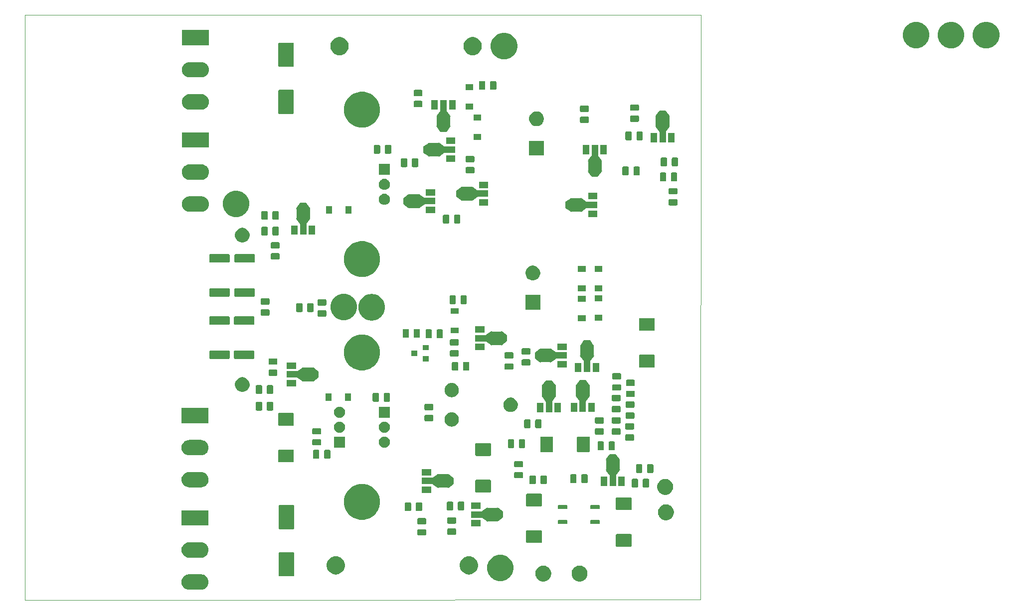
<source format=gts>
%TF.GenerationSoftware,KiCad,Pcbnew,5.1.6-c6e7f7d~86~ubuntu18.04.1*%
%TF.CreationDate,2020-08-11T14:48:33+12:00*%
%TF.ProjectId,Trimodal SMD Cheap,5472696d-6f64-4616-9c20-534d44204368,rev?*%
%TF.SameCoordinates,Original*%
%TF.FileFunction,Soldermask,Top*%
%TF.FilePolarity,Negative*%
%FSLAX46Y46*%
G04 Gerber Fmt 4.6, Leading zero omitted, Abs format (unit mm)*
G04 Created by KiCad (PCBNEW 5.1.6-c6e7f7d~86~ubuntu18.04.1) date 2020-08-11 14:48:33*
%MOMM*%
%LPD*%
G01*
G04 APERTURE LIST*
%TA.AperFunction,Profile*%
%ADD10C,0.100000*%
%TD*%
%ADD11C,0.150000*%
G04 APERTURE END LIST*
D10*
X62293500Y-131635500D02*
X31686500Y-131635500D01*
X62230000Y-32194500D02*
X31623000Y-32194500D01*
X31686500Y-131635500D02*
X31623000Y-32194500D01*
X146494500Y-32131000D02*
X146367500Y-131572000D01*
X62230000Y-32194500D02*
X146494500Y-32131000D01*
X146367500Y-131572000D02*
X62293500Y-131635500D01*
D11*
G36*
X61714972Y-127273912D02*
G01*
X61810540Y-127283325D01*
X62055780Y-127357718D01*
X62281794Y-127478525D01*
X62333399Y-127520876D01*
X62479897Y-127641103D01*
X62583165Y-127766937D01*
X62642475Y-127839206D01*
X62763282Y-128065220D01*
X62837675Y-128310460D01*
X62862794Y-128565500D01*
X62837675Y-128820540D01*
X62763282Y-129065780D01*
X62642475Y-129291794D01*
X62600124Y-129343399D01*
X62479897Y-129489897D01*
X62333399Y-129610124D01*
X62281794Y-129652475D01*
X62055780Y-129773282D01*
X61810540Y-129847675D01*
X61714973Y-129857087D01*
X61619406Y-129866500D01*
X59491594Y-129866500D01*
X59396027Y-129857087D01*
X59300460Y-129847675D01*
X59055220Y-129773282D01*
X58829206Y-129652475D01*
X58777601Y-129610124D01*
X58631103Y-129489897D01*
X58510876Y-129343399D01*
X58468525Y-129291794D01*
X58347718Y-129065780D01*
X58273325Y-128820540D01*
X58248206Y-128565500D01*
X58273325Y-128310460D01*
X58347718Y-128065220D01*
X58468525Y-127839206D01*
X58527835Y-127766937D01*
X58631103Y-127641103D01*
X58777601Y-127520876D01*
X58829206Y-127478525D01*
X59055220Y-127357718D01*
X59300460Y-127283325D01*
X59396028Y-127273912D01*
X59491594Y-127264500D01*
X61619406Y-127264500D01*
X61714972Y-127273912D01*
G37*
G36*
X126251072Y-125827918D02*
G01*
X126383476Y-125882761D01*
X126496939Y-125929759D01*
X126718212Y-126077610D01*
X126906390Y-126265788D01*
X126993533Y-126396205D01*
X127054242Y-126487063D01*
X127156082Y-126732928D01*
X127208000Y-126993937D01*
X127208000Y-127260063D01*
X127156082Y-127521072D01*
X127119484Y-127609429D01*
X127054241Y-127766939D01*
X126906390Y-127988212D01*
X126718212Y-128176390D01*
X126496939Y-128324241D01*
X126496938Y-128324242D01*
X126496937Y-128324242D01*
X126251072Y-128426082D01*
X125990063Y-128478000D01*
X125723937Y-128478000D01*
X125462928Y-128426082D01*
X125217063Y-128324242D01*
X125217062Y-128324242D01*
X125217061Y-128324241D01*
X124995788Y-128176390D01*
X124807610Y-127988212D01*
X124659759Y-127766939D01*
X124594517Y-127609429D01*
X124557918Y-127521072D01*
X124506000Y-127260063D01*
X124506000Y-126993937D01*
X124557918Y-126732928D01*
X124659758Y-126487063D01*
X124720468Y-126396205D01*
X124807610Y-126265788D01*
X124995788Y-126077610D01*
X125217061Y-125929759D01*
X125330525Y-125882761D01*
X125462928Y-125827918D01*
X125723937Y-125776000D01*
X125990063Y-125776000D01*
X126251072Y-125827918D01*
G37*
G36*
X120091572Y-125827918D02*
G01*
X120223976Y-125882761D01*
X120337439Y-125929759D01*
X120558712Y-126077610D01*
X120746890Y-126265788D01*
X120834033Y-126396205D01*
X120894742Y-126487063D01*
X120996582Y-126732928D01*
X121048500Y-126993937D01*
X121048500Y-127260063D01*
X120996582Y-127521072D01*
X120959984Y-127609429D01*
X120894741Y-127766939D01*
X120746890Y-127988212D01*
X120558712Y-128176390D01*
X120337439Y-128324241D01*
X120337438Y-128324242D01*
X120337437Y-128324242D01*
X120091572Y-128426082D01*
X119830563Y-128478000D01*
X119564437Y-128478000D01*
X119303428Y-128426082D01*
X119057563Y-128324242D01*
X119057562Y-128324242D01*
X119057561Y-128324241D01*
X118836288Y-128176390D01*
X118648110Y-127988212D01*
X118500259Y-127766939D01*
X118435017Y-127609429D01*
X118398418Y-127521072D01*
X118346500Y-127260063D01*
X118346500Y-126993937D01*
X118398418Y-126732928D01*
X118500258Y-126487063D01*
X118560968Y-126396205D01*
X118648110Y-126265788D01*
X118836288Y-126077610D01*
X119057561Y-125929759D01*
X119171025Y-125882761D01*
X119303428Y-125827918D01*
X119564437Y-125776000D01*
X119830563Y-125776000D01*
X120091572Y-125827918D01*
G37*
G36*
X112670880Y-123934276D02*
G01*
X113051593Y-124010004D01*
X113461249Y-124179689D01*
X113829929Y-124426034D01*
X114143466Y-124739571D01*
X114389811Y-125108251D01*
X114559496Y-125517907D01*
X114610833Y-125776000D01*
X114641418Y-125929758D01*
X114646000Y-125952796D01*
X114646000Y-126396204D01*
X114559496Y-126831093D01*
X114389811Y-127240749D01*
X114143466Y-127609429D01*
X113829929Y-127922966D01*
X113461249Y-128169311D01*
X113051593Y-128338996D01*
X112670880Y-128414724D01*
X112616705Y-128425500D01*
X112173295Y-128425500D01*
X112119120Y-128414724D01*
X111738407Y-128338996D01*
X111328751Y-128169311D01*
X110960071Y-127922966D01*
X110646534Y-127609429D01*
X110400189Y-127240749D01*
X110230504Y-126831093D01*
X110144000Y-126396204D01*
X110144000Y-125952796D01*
X110148583Y-125929758D01*
X110179167Y-125776000D01*
X110230504Y-125517907D01*
X110400189Y-125108251D01*
X110646534Y-124739571D01*
X110960071Y-124426034D01*
X111328751Y-124179689D01*
X111738407Y-124010004D01*
X112119120Y-123934276D01*
X112173295Y-123923500D01*
X112616705Y-123923500D01*
X112670880Y-123934276D01*
G37*
G36*
X77244934Y-123491171D02*
G01*
X77274877Y-123500254D01*
X77302465Y-123515000D01*
X77326651Y-123534849D01*
X77346500Y-123559035D01*
X77361246Y-123586623D01*
X77370329Y-123616566D01*
X77374000Y-123653840D01*
X77374000Y-127423160D01*
X77370329Y-127460434D01*
X77361246Y-127490377D01*
X77346500Y-127517965D01*
X77326651Y-127542151D01*
X77302465Y-127562000D01*
X77274877Y-127576746D01*
X77244934Y-127585829D01*
X77207660Y-127589500D01*
X74938340Y-127589500D01*
X74901066Y-127585829D01*
X74871123Y-127576746D01*
X74843535Y-127562000D01*
X74819349Y-127542151D01*
X74799500Y-127517965D01*
X74784754Y-127490377D01*
X74775671Y-127460434D01*
X74772000Y-127423160D01*
X74772000Y-123653840D01*
X74775671Y-123616566D01*
X74784754Y-123586623D01*
X74799500Y-123559035D01*
X74819349Y-123534849D01*
X74843535Y-123515000D01*
X74871123Y-123500254D01*
X74901066Y-123491171D01*
X74938340Y-123487500D01*
X77207660Y-123487500D01*
X77244934Y-123491171D01*
G37*
G36*
X107325777Y-124202475D02*
G01*
X107507410Y-124238604D01*
X107789674Y-124355521D01*
X108043705Y-124525259D01*
X108259741Y-124741295D01*
X108429479Y-124995326D01*
X108546396Y-125277590D01*
X108606000Y-125577240D01*
X108606000Y-125882760D01*
X108546396Y-126182410D01*
X108429479Y-126464674D01*
X108259741Y-126718705D01*
X108043705Y-126934741D01*
X107789674Y-127104479D01*
X107507410Y-127221396D01*
X107357585Y-127251198D01*
X107207761Y-127281000D01*
X106902239Y-127281000D01*
X106752415Y-127251198D01*
X106602590Y-127221396D01*
X106320326Y-127104479D01*
X106066295Y-126934741D01*
X105850259Y-126718705D01*
X105680521Y-126464674D01*
X105563604Y-126182410D01*
X105504000Y-125882760D01*
X105504000Y-125577240D01*
X105563604Y-125277590D01*
X105680521Y-124995326D01*
X105850259Y-124741295D01*
X106066295Y-124525259D01*
X106320326Y-124355521D01*
X106602590Y-124238604D01*
X106784223Y-124202475D01*
X106902239Y-124179000D01*
X107207761Y-124179000D01*
X107325777Y-124202475D01*
G37*
G36*
X84725777Y-124202475D02*
G01*
X84907410Y-124238604D01*
X85189674Y-124355521D01*
X85443705Y-124525259D01*
X85659741Y-124741295D01*
X85829479Y-124995326D01*
X85946396Y-125277590D01*
X86006000Y-125577240D01*
X86006000Y-125882760D01*
X85946396Y-126182410D01*
X85829479Y-126464674D01*
X85659741Y-126718705D01*
X85443705Y-126934741D01*
X85189674Y-127104479D01*
X84907410Y-127221396D01*
X84757585Y-127251198D01*
X84607761Y-127281000D01*
X84302239Y-127281000D01*
X84152415Y-127251198D01*
X84002590Y-127221396D01*
X83720326Y-127104479D01*
X83466295Y-126934741D01*
X83250259Y-126718705D01*
X83080521Y-126464674D01*
X82963604Y-126182410D01*
X82904000Y-125882760D01*
X82904000Y-125577240D01*
X82963604Y-125277590D01*
X83080521Y-124995326D01*
X83250259Y-124741295D01*
X83466295Y-124525259D01*
X83720326Y-124355521D01*
X84002590Y-124238604D01*
X84184223Y-124202475D01*
X84302239Y-124179000D01*
X84607761Y-124179000D01*
X84725777Y-124202475D01*
G37*
G36*
X61669471Y-121819431D02*
G01*
X61810540Y-121833325D01*
X62055780Y-121907718D01*
X62281794Y-122028525D01*
X62333399Y-122070876D01*
X62479897Y-122191103D01*
X62576414Y-122308711D01*
X62642475Y-122389206D01*
X62763282Y-122615220D01*
X62837675Y-122860460D01*
X62862794Y-123115500D01*
X62837675Y-123370540D01*
X62763282Y-123615780D01*
X62642475Y-123841794D01*
X62600124Y-123893399D01*
X62479897Y-124039897D01*
X62333399Y-124160124D01*
X62281794Y-124202475D01*
X62055780Y-124323282D01*
X61810540Y-124397675D01*
X61714973Y-124407087D01*
X61619406Y-124416500D01*
X59491594Y-124416500D01*
X59396027Y-124407087D01*
X59300460Y-124397675D01*
X59055220Y-124323282D01*
X58829206Y-124202475D01*
X58777601Y-124160124D01*
X58631103Y-124039897D01*
X58510876Y-123893399D01*
X58468525Y-123841794D01*
X58347718Y-123615780D01*
X58273325Y-123370540D01*
X58248206Y-123115500D01*
X58273325Y-122860460D01*
X58347718Y-122615220D01*
X58468525Y-122389206D01*
X58534586Y-122308711D01*
X58631103Y-122191103D01*
X58777601Y-122070876D01*
X58829206Y-122028525D01*
X59055220Y-121907718D01*
X59300460Y-121833325D01*
X59441529Y-121819431D01*
X59491594Y-121814500D01*
X61619406Y-121814500D01*
X61669471Y-121819431D01*
G37*
G36*
X134541132Y-120397810D02*
G01*
X134572423Y-120407302D01*
X134601263Y-120422717D01*
X134626539Y-120443461D01*
X134647283Y-120468737D01*
X134662698Y-120497577D01*
X134672190Y-120528868D01*
X134676000Y-120567551D01*
X134676000Y-122397449D01*
X134672190Y-122436132D01*
X134662698Y-122467423D01*
X134647283Y-122496263D01*
X134626539Y-122521539D01*
X134601263Y-122542283D01*
X134572423Y-122557698D01*
X134541132Y-122567190D01*
X134502449Y-122571000D01*
X132197551Y-122571000D01*
X132158868Y-122567190D01*
X132127577Y-122557698D01*
X132098737Y-122542283D01*
X132073461Y-122521539D01*
X132052717Y-122496263D01*
X132037302Y-122467423D01*
X132027810Y-122436132D01*
X132024000Y-122397449D01*
X132024000Y-120567551D01*
X132027810Y-120528868D01*
X132037302Y-120497577D01*
X132052717Y-120468737D01*
X132073461Y-120443461D01*
X132098737Y-120422717D01*
X132127577Y-120407302D01*
X132158868Y-120397810D01*
X132197551Y-120394000D01*
X134502449Y-120394000D01*
X134541132Y-120397810D01*
G37*
G36*
X119301132Y-119762810D02*
G01*
X119332423Y-119772302D01*
X119361263Y-119787717D01*
X119386539Y-119808461D01*
X119407283Y-119833737D01*
X119422698Y-119862577D01*
X119432190Y-119893868D01*
X119436000Y-119932551D01*
X119436000Y-121762449D01*
X119432190Y-121801132D01*
X119422698Y-121832423D01*
X119407283Y-121861263D01*
X119386539Y-121886539D01*
X119361263Y-121907283D01*
X119332423Y-121922698D01*
X119301132Y-121932190D01*
X119262449Y-121936000D01*
X116957551Y-121936000D01*
X116918868Y-121932190D01*
X116887577Y-121922698D01*
X116858737Y-121907283D01*
X116833461Y-121886539D01*
X116812717Y-121861263D01*
X116797302Y-121832423D01*
X116787810Y-121801132D01*
X116784000Y-121762449D01*
X116784000Y-119932551D01*
X116787810Y-119893868D01*
X116797302Y-119862577D01*
X116812717Y-119833737D01*
X116833461Y-119808461D01*
X116858737Y-119787717D01*
X116887577Y-119772302D01*
X116918868Y-119762810D01*
X116957551Y-119759000D01*
X119262449Y-119759000D01*
X119301132Y-119762810D01*
G37*
G36*
X99644468Y-119578065D02*
G01*
X99683138Y-119589796D01*
X99718777Y-119608846D01*
X99750017Y-119634483D01*
X99775654Y-119665723D01*
X99794704Y-119701362D01*
X99806435Y-119740032D01*
X99811000Y-119786388D01*
X99811000Y-120437612D01*
X99806435Y-120483968D01*
X99794704Y-120522638D01*
X99775654Y-120558277D01*
X99750017Y-120589517D01*
X99718777Y-120615154D01*
X99683138Y-120634204D01*
X99644468Y-120645935D01*
X99598112Y-120650500D01*
X98521888Y-120650500D01*
X98475532Y-120645935D01*
X98436862Y-120634204D01*
X98401223Y-120615154D01*
X98369983Y-120589517D01*
X98344346Y-120558277D01*
X98325296Y-120522638D01*
X98313565Y-120483968D01*
X98309000Y-120437612D01*
X98309000Y-119786388D01*
X98313565Y-119740032D01*
X98325296Y-119701362D01*
X98344346Y-119665723D01*
X98369983Y-119634483D01*
X98401223Y-119608846D01*
X98436862Y-119589796D01*
X98475532Y-119578065D01*
X98521888Y-119573500D01*
X99598112Y-119573500D01*
X99644468Y-119578065D01*
G37*
G36*
X104724468Y-119451065D02*
G01*
X104763138Y-119462796D01*
X104798777Y-119481846D01*
X104830017Y-119507483D01*
X104855654Y-119538723D01*
X104874704Y-119574362D01*
X104886435Y-119613032D01*
X104891000Y-119659388D01*
X104891000Y-120310612D01*
X104886435Y-120356968D01*
X104874704Y-120395638D01*
X104855654Y-120431277D01*
X104830017Y-120462517D01*
X104798777Y-120488154D01*
X104763138Y-120507204D01*
X104724468Y-120518935D01*
X104678112Y-120523500D01*
X103601888Y-120523500D01*
X103555532Y-120518935D01*
X103516862Y-120507204D01*
X103481223Y-120488154D01*
X103449983Y-120462517D01*
X103424346Y-120431277D01*
X103405296Y-120395638D01*
X103393565Y-120356968D01*
X103389000Y-120310612D01*
X103389000Y-119659388D01*
X103393565Y-119613032D01*
X103405296Y-119574362D01*
X103424346Y-119538723D01*
X103449983Y-119507483D01*
X103481223Y-119481846D01*
X103516862Y-119462796D01*
X103555532Y-119451065D01*
X103601888Y-119446500D01*
X104678112Y-119446500D01*
X104724468Y-119451065D01*
G37*
G36*
X77244934Y-115491171D02*
G01*
X77274877Y-115500254D01*
X77302465Y-115515000D01*
X77326651Y-115534849D01*
X77346500Y-115559035D01*
X77361246Y-115586623D01*
X77370329Y-115616566D01*
X77374000Y-115653840D01*
X77374000Y-119423160D01*
X77370329Y-119460434D01*
X77361246Y-119490377D01*
X77346500Y-119517965D01*
X77326651Y-119542151D01*
X77302465Y-119562000D01*
X77274877Y-119576746D01*
X77244934Y-119585829D01*
X77207660Y-119589500D01*
X74938340Y-119589500D01*
X74901066Y-119585829D01*
X74871123Y-119576746D01*
X74843535Y-119562000D01*
X74819349Y-119542151D01*
X74799500Y-119517965D01*
X74784754Y-119490377D01*
X74775671Y-119460434D01*
X74772000Y-119423160D01*
X74772000Y-115653840D01*
X74775671Y-115616566D01*
X74784754Y-115586623D01*
X74799500Y-115559035D01*
X74819349Y-115534849D01*
X74843535Y-115515000D01*
X74871123Y-115500254D01*
X74901066Y-115491171D01*
X74938340Y-115487500D01*
X77207660Y-115487500D01*
X77244934Y-115491171D01*
G37*
G36*
X109049000Y-119145000D02*
G01*
X107447000Y-119145000D01*
X107447000Y-118043000D01*
X109049000Y-118043000D01*
X109049000Y-119145000D01*
G37*
G36*
X62856500Y-118966500D02*
G01*
X58254500Y-118966500D01*
X58254500Y-116364500D01*
X62856500Y-116364500D01*
X62856500Y-118966500D01*
G37*
G36*
X99644468Y-117703065D02*
G01*
X99683138Y-117714796D01*
X99718777Y-117733846D01*
X99750017Y-117759483D01*
X99775654Y-117790723D01*
X99794704Y-117826362D01*
X99806435Y-117865032D01*
X99811000Y-117911388D01*
X99811000Y-118562612D01*
X99806435Y-118608968D01*
X99794704Y-118647638D01*
X99775654Y-118683277D01*
X99750017Y-118714517D01*
X99718777Y-118740154D01*
X99683138Y-118759204D01*
X99644468Y-118770935D01*
X99598112Y-118775500D01*
X98521888Y-118775500D01*
X98475532Y-118770935D01*
X98436862Y-118759204D01*
X98401223Y-118740154D01*
X98369983Y-118714517D01*
X98344346Y-118683277D01*
X98325296Y-118647638D01*
X98313565Y-118608968D01*
X98309000Y-118562612D01*
X98309000Y-117911388D01*
X98313565Y-117865032D01*
X98325296Y-117826362D01*
X98344346Y-117790723D01*
X98369983Y-117759483D01*
X98401223Y-117733846D01*
X98436862Y-117714796D01*
X98475532Y-117703065D01*
X98521888Y-117698500D01*
X99598112Y-117698500D01*
X99644468Y-117703065D01*
G37*
G36*
X129174987Y-118040524D02*
G01*
X129193730Y-118046210D01*
X129210997Y-118055439D01*
X129226136Y-118067864D01*
X129238561Y-118083003D01*
X129247790Y-118100270D01*
X129253476Y-118119013D01*
X129256000Y-118144640D01*
X129256000Y-118583360D01*
X129253476Y-118608987D01*
X129247790Y-118627730D01*
X129238561Y-118644997D01*
X129226136Y-118660136D01*
X129210997Y-118672561D01*
X129193730Y-118681790D01*
X129174987Y-118687476D01*
X129149360Y-118690000D01*
X127810640Y-118690000D01*
X127785013Y-118687476D01*
X127766270Y-118681790D01*
X127749003Y-118672561D01*
X127733864Y-118660136D01*
X127721439Y-118644997D01*
X127712210Y-118627730D01*
X127706524Y-118608987D01*
X127704000Y-118583360D01*
X127704000Y-118144640D01*
X127706524Y-118119013D01*
X127712210Y-118100270D01*
X127721439Y-118083003D01*
X127733864Y-118067864D01*
X127749003Y-118055439D01*
X127766270Y-118046210D01*
X127785013Y-118040524D01*
X127810640Y-118038000D01*
X129149360Y-118038000D01*
X129174987Y-118040524D01*
G37*
G36*
X123674987Y-118040524D02*
G01*
X123693730Y-118046210D01*
X123710997Y-118055439D01*
X123726136Y-118067864D01*
X123738561Y-118083003D01*
X123747790Y-118100270D01*
X123753476Y-118119013D01*
X123756000Y-118144640D01*
X123756000Y-118583360D01*
X123753476Y-118608987D01*
X123747790Y-118627730D01*
X123738561Y-118644997D01*
X123726136Y-118660136D01*
X123710997Y-118672561D01*
X123693730Y-118681790D01*
X123674987Y-118687476D01*
X123649360Y-118690000D01*
X122310640Y-118690000D01*
X122285013Y-118687476D01*
X122266270Y-118681790D01*
X122249003Y-118672561D01*
X122233864Y-118660136D01*
X122221439Y-118644997D01*
X122212210Y-118627730D01*
X122206524Y-118608987D01*
X122204000Y-118583360D01*
X122204000Y-118144640D01*
X122206524Y-118119013D01*
X122212210Y-118100270D01*
X122221439Y-118083003D01*
X122233864Y-118067864D01*
X122249003Y-118055439D01*
X122266270Y-118046210D01*
X122285013Y-118040524D01*
X122310640Y-118038000D01*
X123649360Y-118038000D01*
X123674987Y-118040524D01*
G37*
G36*
X104724468Y-117576065D02*
G01*
X104763138Y-117587796D01*
X104798777Y-117606846D01*
X104830017Y-117632483D01*
X104855654Y-117663723D01*
X104874704Y-117699362D01*
X104886435Y-117738032D01*
X104891000Y-117784388D01*
X104891000Y-118435612D01*
X104886435Y-118481968D01*
X104874704Y-118520638D01*
X104855654Y-118556277D01*
X104830017Y-118587517D01*
X104798777Y-118613154D01*
X104763138Y-118632204D01*
X104724468Y-118643935D01*
X104678112Y-118648500D01*
X103601888Y-118648500D01*
X103555532Y-118643935D01*
X103516862Y-118632204D01*
X103481223Y-118613154D01*
X103449983Y-118587517D01*
X103424346Y-118556277D01*
X103405296Y-118520638D01*
X103393565Y-118481968D01*
X103389000Y-118435612D01*
X103389000Y-117784388D01*
X103393565Y-117738032D01*
X103405296Y-117699362D01*
X103424346Y-117663723D01*
X103449983Y-117632483D01*
X103481223Y-117606846D01*
X103516862Y-117587796D01*
X103555532Y-117576065D01*
X103601888Y-117571500D01*
X104678112Y-117571500D01*
X104724468Y-117576065D01*
G37*
G36*
X111953776Y-115920121D02*
G01*
X111975084Y-115932222D01*
X111998343Y-115939933D01*
X112025861Y-115943000D01*
X112037235Y-115943000D01*
X112042015Y-115958757D01*
X112053566Y-115980368D01*
X112069111Y-115999310D01*
X112085414Y-116013042D01*
X112871000Y-116567574D01*
X112871000Y-117620426D01*
X112085414Y-118174958D01*
X112066877Y-118190983D01*
X112051822Y-118210317D01*
X112040828Y-118232216D01*
X112037305Y-118245000D01*
X112025861Y-118245000D01*
X112001475Y-118247402D01*
X111978026Y-118254515D01*
X111953776Y-118267879D01*
X111900551Y-118305450D01*
X111897934Y-118300553D01*
X111882389Y-118281611D01*
X111863447Y-118266066D01*
X111841836Y-118254515D01*
X111818387Y-118247402D01*
X111794001Y-118245000D01*
X110327799Y-118245000D01*
X110303413Y-118247402D01*
X110279964Y-118254515D01*
X110258353Y-118266066D01*
X110239411Y-118281611D01*
X110223866Y-118300553D01*
X110221475Y-118305026D01*
X110168004Y-118267596D01*
X110146649Y-118255579D01*
X110123360Y-118247959D01*
X110096322Y-118245000D01*
X110085356Y-118245000D01*
X110080985Y-118230590D01*
X110069434Y-118208979D01*
X110053889Y-118190037D01*
X110037183Y-118176022D01*
X109310860Y-117667596D01*
X109289505Y-117655579D01*
X109266216Y-117647959D01*
X109239178Y-117645000D01*
X107443500Y-117645000D01*
X107443500Y-116543000D01*
X109239178Y-116543000D01*
X109263564Y-116540598D01*
X109287013Y-116533485D01*
X109310860Y-116520404D01*
X110037183Y-116011978D01*
X110055784Y-115996026D01*
X110070915Y-115976752D01*
X110081995Y-115954896D01*
X110085324Y-115943000D01*
X110096322Y-115943000D01*
X110120708Y-115940598D01*
X110144157Y-115933485D01*
X110168004Y-115920404D01*
X110221475Y-115882974D01*
X110223866Y-115887447D01*
X110239411Y-115906389D01*
X110258353Y-115921934D01*
X110279964Y-115933485D01*
X110303413Y-115940598D01*
X110327799Y-115943000D01*
X111794001Y-115943000D01*
X111818387Y-115940598D01*
X111841836Y-115933485D01*
X111863447Y-115921934D01*
X111882389Y-115906389D01*
X111897934Y-115887447D01*
X111900551Y-115882550D01*
X111953776Y-115920121D01*
G37*
G36*
X140919572Y-115413918D02*
G01*
X141164667Y-115515439D01*
X141165439Y-115515759D01*
X141232054Y-115560270D01*
X141386711Y-115663609D01*
X141574891Y-115851789D01*
X141628635Y-115932222D01*
X141720019Y-116068987D01*
X141722742Y-116073063D01*
X141824582Y-116318928D01*
X141876500Y-116579937D01*
X141876500Y-116846063D01*
X141824582Y-117107072D01*
X141722742Y-117352937D01*
X141574891Y-117574211D01*
X141386711Y-117762391D01*
X141290972Y-117826362D01*
X141165439Y-117910241D01*
X141165438Y-117910242D01*
X141165437Y-117910242D01*
X140919572Y-118012082D01*
X140658563Y-118064000D01*
X140392437Y-118064000D01*
X140131428Y-118012082D01*
X139885563Y-117910242D01*
X139885562Y-117910242D01*
X139885561Y-117910241D01*
X139760028Y-117826362D01*
X139664289Y-117762391D01*
X139476109Y-117574211D01*
X139328258Y-117352937D01*
X139226418Y-117107072D01*
X139174500Y-116846063D01*
X139174500Y-116579937D01*
X139226418Y-116318928D01*
X139328258Y-116073063D01*
X139330982Y-116068987D01*
X139422365Y-115932222D01*
X139476109Y-115851789D01*
X139664289Y-115663609D01*
X139818946Y-115560270D01*
X139885561Y-115515759D01*
X139886334Y-115515439D01*
X140131428Y-115413918D01*
X140392437Y-115362000D01*
X140658563Y-115362000D01*
X140919572Y-115413918D01*
G37*
G36*
X89789943Y-112001248D02*
G01*
X90345189Y-112231238D01*
X90490003Y-112328000D01*
X90844899Y-112565134D01*
X91269866Y-112990101D01*
X91269867Y-112990103D01*
X91603762Y-113489811D01*
X91833752Y-114045057D01*
X91951000Y-114634501D01*
X91951000Y-115235499D01*
X91833752Y-115824943D01*
X91603762Y-116380189D01*
X91510073Y-116520404D01*
X91269866Y-116879899D01*
X90844899Y-117304866D01*
X90593347Y-117472948D01*
X90345189Y-117638762D01*
X89789943Y-117868752D01*
X89200499Y-117986000D01*
X88599501Y-117986000D01*
X88010057Y-117868752D01*
X87454811Y-117638762D01*
X87206653Y-117472948D01*
X86955101Y-117304866D01*
X86530134Y-116879899D01*
X86289927Y-116520404D01*
X86196238Y-116380189D01*
X85966248Y-115824943D01*
X85849000Y-115235499D01*
X85849000Y-114634501D01*
X85966248Y-114045057D01*
X86196238Y-113489811D01*
X86530133Y-112990103D01*
X86530134Y-112990101D01*
X86955101Y-112565134D01*
X87309997Y-112328000D01*
X87454811Y-112231238D01*
X88010057Y-112001248D01*
X88599501Y-111884000D01*
X89200499Y-111884000D01*
X89789943Y-112001248D01*
G37*
G36*
X98957468Y-115014065D02*
G01*
X98996138Y-115025796D01*
X99031777Y-115044846D01*
X99063017Y-115070483D01*
X99088654Y-115101723D01*
X99107704Y-115137362D01*
X99119435Y-115176032D01*
X99124000Y-115222388D01*
X99124000Y-116298612D01*
X99119435Y-116344968D01*
X99107704Y-116383638D01*
X99088654Y-116419277D01*
X99063017Y-116450517D01*
X99031777Y-116476154D01*
X98996138Y-116495204D01*
X98957468Y-116506935D01*
X98911112Y-116511500D01*
X98259888Y-116511500D01*
X98213532Y-116506935D01*
X98174862Y-116495204D01*
X98139223Y-116476154D01*
X98107983Y-116450517D01*
X98082346Y-116419277D01*
X98063296Y-116383638D01*
X98051565Y-116344968D01*
X98047000Y-116298612D01*
X98047000Y-115222388D01*
X98051565Y-115176032D01*
X98063296Y-115137362D01*
X98082346Y-115101723D01*
X98107983Y-115070483D01*
X98139223Y-115044846D01*
X98174862Y-115025796D01*
X98213532Y-115014065D01*
X98259888Y-115009500D01*
X98911112Y-115009500D01*
X98957468Y-115014065D01*
G37*
G36*
X97082468Y-115014065D02*
G01*
X97121138Y-115025796D01*
X97156777Y-115044846D01*
X97188017Y-115070483D01*
X97213654Y-115101723D01*
X97232704Y-115137362D01*
X97244435Y-115176032D01*
X97249000Y-115222388D01*
X97249000Y-116298612D01*
X97244435Y-116344968D01*
X97232704Y-116383638D01*
X97213654Y-116419277D01*
X97188017Y-116450517D01*
X97156777Y-116476154D01*
X97121138Y-116495204D01*
X97082468Y-116506935D01*
X97036112Y-116511500D01*
X96384888Y-116511500D01*
X96338532Y-116506935D01*
X96299862Y-116495204D01*
X96264223Y-116476154D01*
X96232983Y-116450517D01*
X96207346Y-116419277D01*
X96188296Y-116383638D01*
X96176565Y-116344968D01*
X96172000Y-116298612D01*
X96172000Y-115222388D01*
X96176565Y-115176032D01*
X96188296Y-115137362D01*
X96207346Y-115101723D01*
X96232983Y-115070483D01*
X96264223Y-115044846D01*
X96299862Y-115025796D01*
X96338532Y-115014065D01*
X96384888Y-115009500D01*
X97036112Y-115009500D01*
X97082468Y-115014065D01*
G37*
G36*
X106099468Y-114887065D02*
G01*
X106138138Y-114898796D01*
X106173777Y-114917846D01*
X106205017Y-114943483D01*
X106230654Y-114974723D01*
X106249704Y-115010362D01*
X106261435Y-115049032D01*
X106266000Y-115095388D01*
X106266000Y-116171612D01*
X106261435Y-116217968D01*
X106249704Y-116256638D01*
X106230654Y-116292277D01*
X106205017Y-116323517D01*
X106173777Y-116349154D01*
X106138138Y-116368204D01*
X106099468Y-116379935D01*
X106053112Y-116384500D01*
X105401888Y-116384500D01*
X105355532Y-116379935D01*
X105316862Y-116368204D01*
X105281223Y-116349154D01*
X105249983Y-116323517D01*
X105224346Y-116292277D01*
X105205296Y-116256638D01*
X105193565Y-116217968D01*
X105189000Y-116171612D01*
X105189000Y-115095388D01*
X105193565Y-115049032D01*
X105205296Y-115010362D01*
X105224346Y-114974723D01*
X105249983Y-114943483D01*
X105281223Y-114917846D01*
X105316862Y-114898796D01*
X105355532Y-114887065D01*
X105401888Y-114882500D01*
X106053112Y-114882500D01*
X106099468Y-114887065D01*
G37*
G36*
X104224468Y-114887065D02*
G01*
X104263138Y-114898796D01*
X104298777Y-114917846D01*
X104330017Y-114943483D01*
X104355654Y-114974723D01*
X104374704Y-115010362D01*
X104386435Y-115049032D01*
X104391000Y-115095388D01*
X104391000Y-116171612D01*
X104386435Y-116217968D01*
X104374704Y-116256638D01*
X104355654Y-116292277D01*
X104330017Y-116323517D01*
X104298777Y-116349154D01*
X104263138Y-116368204D01*
X104224468Y-116379935D01*
X104178112Y-116384500D01*
X103526888Y-116384500D01*
X103480532Y-116379935D01*
X103441862Y-116368204D01*
X103406223Y-116349154D01*
X103374983Y-116323517D01*
X103349346Y-116292277D01*
X103330296Y-116256638D01*
X103318565Y-116217968D01*
X103314000Y-116171612D01*
X103314000Y-115095388D01*
X103318565Y-115049032D01*
X103330296Y-115010362D01*
X103349346Y-114974723D01*
X103374983Y-114943483D01*
X103406223Y-114917846D01*
X103441862Y-114898796D01*
X103480532Y-114887065D01*
X103526888Y-114882500D01*
X104178112Y-114882500D01*
X104224468Y-114887065D01*
G37*
G36*
X134541132Y-114172810D02*
G01*
X134572423Y-114182302D01*
X134601263Y-114197717D01*
X134626539Y-114218461D01*
X134647283Y-114243737D01*
X134662698Y-114272577D01*
X134672190Y-114303868D01*
X134676000Y-114342551D01*
X134676000Y-116172449D01*
X134672190Y-116211132D01*
X134662698Y-116242423D01*
X134647283Y-116271263D01*
X134626539Y-116296539D01*
X134601263Y-116317283D01*
X134572423Y-116332698D01*
X134541132Y-116342190D01*
X134502449Y-116346000D01*
X132197551Y-116346000D01*
X132158868Y-116342190D01*
X132127577Y-116332698D01*
X132098737Y-116317283D01*
X132073461Y-116296539D01*
X132052717Y-116271263D01*
X132037302Y-116242423D01*
X132027810Y-116211132D01*
X132024000Y-116172449D01*
X132024000Y-114342551D01*
X132027810Y-114303868D01*
X132037302Y-114272577D01*
X132052717Y-114243737D01*
X132073461Y-114218461D01*
X132098737Y-114197717D01*
X132127577Y-114182302D01*
X132158868Y-114172810D01*
X132197551Y-114169000D01*
X134502449Y-114169000D01*
X134541132Y-114172810D01*
G37*
G36*
X129174987Y-115500524D02*
G01*
X129193730Y-115506210D01*
X129210997Y-115515439D01*
X129226136Y-115527864D01*
X129238561Y-115543003D01*
X129247790Y-115560270D01*
X129253476Y-115579013D01*
X129256000Y-115604640D01*
X129256000Y-116043360D01*
X129253476Y-116068987D01*
X129247790Y-116087730D01*
X129238561Y-116104997D01*
X129226136Y-116120136D01*
X129210997Y-116132561D01*
X129193730Y-116141790D01*
X129174987Y-116147476D01*
X129149360Y-116150000D01*
X127810640Y-116150000D01*
X127785013Y-116147476D01*
X127766270Y-116141790D01*
X127749003Y-116132561D01*
X127733864Y-116120136D01*
X127721439Y-116104997D01*
X127712210Y-116087730D01*
X127706524Y-116068987D01*
X127704000Y-116043360D01*
X127704000Y-115604640D01*
X127706524Y-115579013D01*
X127712210Y-115560270D01*
X127721439Y-115543003D01*
X127733864Y-115527864D01*
X127749003Y-115515439D01*
X127766270Y-115506210D01*
X127785013Y-115500524D01*
X127810640Y-115498000D01*
X129149360Y-115498000D01*
X129174987Y-115500524D01*
G37*
G36*
X123674987Y-115500524D02*
G01*
X123693730Y-115506210D01*
X123710997Y-115515439D01*
X123726136Y-115527864D01*
X123738561Y-115543003D01*
X123747790Y-115560270D01*
X123753476Y-115579013D01*
X123756000Y-115604640D01*
X123756000Y-116043360D01*
X123753476Y-116068987D01*
X123747790Y-116087730D01*
X123738561Y-116104997D01*
X123726136Y-116120136D01*
X123710997Y-116132561D01*
X123693730Y-116141790D01*
X123674987Y-116147476D01*
X123649360Y-116150000D01*
X122310640Y-116150000D01*
X122285013Y-116147476D01*
X122266270Y-116141790D01*
X122249003Y-116132561D01*
X122233864Y-116120136D01*
X122221439Y-116104997D01*
X122212210Y-116087730D01*
X122206524Y-116068987D01*
X122204000Y-116043360D01*
X122204000Y-115604640D01*
X122206524Y-115579013D01*
X122212210Y-115560270D01*
X122221439Y-115543003D01*
X122233864Y-115527864D01*
X122249003Y-115515439D01*
X122266270Y-115506210D01*
X122285013Y-115500524D01*
X122310640Y-115498000D01*
X123649360Y-115498000D01*
X123674987Y-115500524D01*
G37*
G36*
X109049000Y-116145000D02*
G01*
X107447000Y-116145000D01*
X107447000Y-115043000D01*
X109049000Y-115043000D01*
X109049000Y-116145000D01*
G37*
G36*
X119301132Y-113537810D02*
G01*
X119332423Y-113547302D01*
X119361263Y-113562717D01*
X119386539Y-113583461D01*
X119407283Y-113608737D01*
X119422698Y-113637577D01*
X119432190Y-113668868D01*
X119436000Y-113707551D01*
X119436000Y-115537449D01*
X119432190Y-115576132D01*
X119422698Y-115607423D01*
X119407283Y-115636263D01*
X119386539Y-115661539D01*
X119361263Y-115682283D01*
X119332423Y-115697698D01*
X119301132Y-115707190D01*
X119262449Y-115711000D01*
X116957551Y-115711000D01*
X116918868Y-115707190D01*
X116887577Y-115697698D01*
X116858737Y-115682283D01*
X116833461Y-115661539D01*
X116812717Y-115636263D01*
X116797302Y-115607423D01*
X116787810Y-115576132D01*
X116784000Y-115537449D01*
X116784000Y-113707551D01*
X116787810Y-113668868D01*
X116797302Y-113637577D01*
X116812717Y-113608737D01*
X116833461Y-113583461D01*
X116858737Y-113562717D01*
X116887577Y-113547302D01*
X116918868Y-113537810D01*
X116957551Y-113534000D01*
X119262449Y-113534000D01*
X119301132Y-113537810D01*
G37*
G36*
X140792572Y-111095918D02*
G01*
X140984006Y-111175212D01*
X141038439Y-111197759D01*
X141080288Y-111225722D01*
X141254931Y-111342415D01*
X141259712Y-111345610D01*
X141447890Y-111533788D01*
X141577997Y-111728505D01*
X141595742Y-111755063D01*
X141697582Y-112000928D01*
X141749500Y-112261937D01*
X141749500Y-112528063D01*
X141697582Y-112789072D01*
X141595742Y-113034937D01*
X141449420Y-113253923D01*
X141447890Y-113256212D01*
X141259712Y-113444390D01*
X141038439Y-113592241D01*
X141038438Y-113592242D01*
X141038437Y-113592242D01*
X140792572Y-113694082D01*
X140531563Y-113746000D01*
X140265437Y-113746000D01*
X140004428Y-113694082D01*
X139758563Y-113592242D01*
X139758562Y-113592242D01*
X139758561Y-113592241D01*
X139537288Y-113444390D01*
X139349110Y-113256212D01*
X139347581Y-113253923D01*
X139201258Y-113034937D01*
X139099418Y-112789072D01*
X139047500Y-112528063D01*
X139047500Y-112261937D01*
X139099418Y-112000928D01*
X139201258Y-111755063D01*
X139219004Y-111728505D01*
X139349110Y-111533788D01*
X139537288Y-111345610D01*
X139542070Y-111342415D01*
X139716712Y-111225722D01*
X139758561Y-111197759D01*
X139812995Y-111175212D01*
X140004428Y-111095918D01*
X140265437Y-111044000D01*
X140531563Y-111044000D01*
X140792572Y-111095918D01*
G37*
G36*
X100667000Y-113430000D02*
G01*
X99065000Y-113430000D01*
X99065000Y-112328000D01*
X100667000Y-112328000D01*
X100667000Y-113430000D01*
G37*
G36*
X110665132Y-111184310D02*
G01*
X110696423Y-111193802D01*
X110725263Y-111209217D01*
X110750539Y-111229961D01*
X110771283Y-111255237D01*
X110786698Y-111284077D01*
X110796190Y-111315368D01*
X110800000Y-111354051D01*
X110800000Y-113183949D01*
X110796190Y-113222632D01*
X110786698Y-113253923D01*
X110771283Y-113282763D01*
X110750539Y-113308039D01*
X110725263Y-113328783D01*
X110696423Y-113344198D01*
X110665132Y-113353690D01*
X110626449Y-113357500D01*
X108321551Y-113357500D01*
X108282868Y-113353690D01*
X108251577Y-113344198D01*
X108222737Y-113328783D01*
X108197461Y-113308039D01*
X108176717Y-113282763D01*
X108161302Y-113253923D01*
X108151810Y-113222632D01*
X108148000Y-113183949D01*
X108148000Y-111354051D01*
X108151810Y-111315368D01*
X108161302Y-111284077D01*
X108176717Y-111255237D01*
X108197461Y-111229961D01*
X108222737Y-111209217D01*
X108251577Y-111193802D01*
X108282868Y-111184310D01*
X108321551Y-111180500D01*
X110626449Y-111180500D01*
X110665132Y-111184310D01*
G37*
G36*
X103571776Y-110205121D02*
G01*
X103593084Y-110217222D01*
X103616343Y-110224933D01*
X103643861Y-110228000D01*
X103655235Y-110228000D01*
X103660015Y-110243757D01*
X103671566Y-110265368D01*
X103687111Y-110284310D01*
X103703414Y-110298042D01*
X104489000Y-110852574D01*
X104489000Y-111905426D01*
X103703414Y-112459958D01*
X103684877Y-112475983D01*
X103669822Y-112495317D01*
X103658828Y-112517216D01*
X103655305Y-112530000D01*
X103643861Y-112530000D01*
X103619475Y-112532402D01*
X103596026Y-112539515D01*
X103571776Y-112552879D01*
X103518551Y-112590450D01*
X103515934Y-112585553D01*
X103500389Y-112566611D01*
X103481447Y-112551066D01*
X103459836Y-112539515D01*
X103436387Y-112532402D01*
X103412001Y-112530000D01*
X101945799Y-112530000D01*
X101921413Y-112532402D01*
X101897964Y-112539515D01*
X101876353Y-112551066D01*
X101857411Y-112566611D01*
X101841866Y-112585553D01*
X101839475Y-112590026D01*
X101786004Y-112552596D01*
X101764649Y-112540579D01*
X101741360Y-112532959D01*
X101714322Y-112530000D01*
X101703356Y-112530000D01*
X101698985Y-112515590D01*
X101687434Y-112493979D01*
X101671889Y-112475037D01*
X101655183Y-112461022D01*
X100928860Y-111952596D01*
X100907505Y-111940579D01*
X100884216Y-111932959D01*
X100857178Y-111930000D01*
X99061500Y-111930000D01*
X99061500Y-110828000D01*
X100857178Y-110828000D01*
X100881564Y-110825598D01*
X100905013Y-110818485D01*
X100928860Y-110805404D01*
X101655183Y-110296978D01*
X101673784Y-110281026D01*
X101688915Y-110261752D01*
X101699995Y-110239896D01*
X101703324Y-110228000D01*
X101714322Y-110228000D01*
X101738708Y-110225598D01*
X101762157Y-110218485D01*
X101786004Y-110205404D01*
X101839475Y-110167974D01*
X101841866Y-110172447D01*
X101857411Y-110191389D01*
X101876353Y-110206934D01*
X101897964Y-110218485D01*
X101921413Y-110225598D01*
X101945799Y-110228000D01*
X103412001Y-110228000D01*
X103436387Y-110225598D01*
X103459836Y-110218485D01*
X103481447Y-110206934D01*
X103500389Y-110191389D01*
X103515934Y-110172447D01*
X103518551Y-110167550D01*
X103571776Y-110205121D01*
G37*
G36*
X137501968Y-111013565D02*
G01*
X137540638Y-111025296D01*
X137576277Y-111044346D01*
X137607517Y-111069983D01*
X137633154Y-111101223D01*
X137652204Y-111136862D01*
X137663935Y-111175532D01*
X137668500Y-111221888D01*
X137668500Y-112298112D01*
X137663935Y-112344468D01*
X137652204Y-112383138D01*
X137633154Y-112418777D01*
X137607517Y-112450017D01*
X137576277Y-112475654D01*
X137540638Y-112494704D01*
X137501968Y-112506435D01*
X137455612Y-112511000D01*
X136804388Y-112511000D01*
X136758032Y-112506435D01*
X136719362Y-112494704D01*
X136683723Y-112475654D01*
X136652483Y-112450017D01*
X136626846Y-112418777D01*
X136607796Y-112383138D01*
X136596065Y-112344468D01*
X136591500Y-112298112D01*
X136591500Y-111221888D01*
X136596065Y-111175532D01*
X136607796Y-111136862D01*
X136626846Y-111101223D01*
X136652483Y-111069983D01*
X136683723Y-111044346D01*
X136719362Y-111025296D01*
X136758032Y-111013565D01*
X136804388Y-111009000D01*
X137455612Y-111009000D01*
X137501968Y-111013565D01*
G37*
G36*
X135626968Y-111013565D02*
G01*
X135665638Y-111025296D01*
X135701277Y-111044346D01*
X135732517Y-111069983D01*
X135758154Y-111101223D01*
X135777204Y-111136862D01*
X135788935Y-111175532D01*
X135793500Y-111221888D01*
X135793500Y-112298112D01*
X135788935Y-112344468D01*
X135777204Y-112383138D01*
X135758154Y-112418777D01*
X135732517Y-112450017D01*
X135701277Y-112475654D01*
X135665638Y-112494704D01*
X135626968Y-112506435D01*
X135580612Y-112511000D01*
X134929388Y-112511000D01*
X134883032Y-112506435D01*
X134844362Y-112494704D01*
X134808723Y-112475654D01*
X134777483Y-112450017D01*
X134751846Y-112418777D01*
X134732796Y-112383138D01*
X134721065Y-112344468D01*
X134716500Y-112298112D01*
X134716500Y-111221888D01*
X134721065Y-111175532D01*
X134732796Y-111136862D01*
X134751846Y-111101223D01*
X134777483Y-111069983D01*
X134808723Y-111044346D01*
X134844362Y-111025296D01*
X134883032Y-111013565D01*
X134929388Y-111009000D01*
X135580612Y-111009000D01*
X135626968Y-111013565D01*
G37*
G36*
X61708713Y-109874296D02*
G01*
X61810540Y-109884325D01*
X62055780Y-109958718D01*
X62281794Y-110079525D01*
X62333399Y-110121876D01*
X62479897Y-110242103D01*
X62588848Y-110374862D01*
X62642475Y-110440206D01*
X62763282Y-110666220D01*
X62837675Y-110911460D01*
X62862794Y-111166500D01*
X62837675Y-111421540D01*
X62788761Y-111582788D01*
X62763281Y-111666782D01*
X62716095Y-111755061D01*
X62642475Y-111892794D01*
X62604144Y-111939500D01*
X62479897Y-112090897D01*
X62333399Y-112211124D01*
X62281794Y-112253475D01*
X62055780Y-112374282D01*
X61810540Y-112448675D01*
X61714972Y-112458088D01*
X61619406Y-112467500D01*
X59491594Y-112467500D01*
X59396028Y-112458088D01*
X59300460Y-112448675D01*
X59055220Y-112374282D01*
X58829206Y-112253475D01*
X58777601Y-112211124D01*
X58631103Y-112090897D01*
X58506856Y-111939500D01*
X58468525Y-111892794D01*
X58394905Y-111755061D01*
X58347719Y-111666782D01*
X58322240Y-111582788D01*
X58273325Y-111421540D01*
X58248206Y-111166500D01*
X58273325Y-110911460D01*
X58347718Y-110666220D01*
X58468525Y-110440206D01*
X58522152Y-110374862D01*
X58631103Y-110242103D01*
X58777601Y-110121876D01*
X58829206Y-110079525D01*
X59055220Y-109958718D01*
X59300460Y-109884325D01*
X59402287Y-109874296D01*
X59491594Y-109865500D01*
X61619406Y-109865500D01*
X61708713Y-109874296D01*
G37*
G36*
X132589458Y-107624586D02*
G01*
X132605483Y-107643123D01*
X132624817Y-107658178D01*
X132646716Y-107669172D01*
X132659500Y-107672695D01*
X132659500Y-107684139D01*
X132661902Y-107708525D01*
X132669015Y-107731974D01*
X132682379Y-107756224D01*
X132719950Y-107809449D01*
X132715053Y-107812066D01*
X132696111Y-107827611D01*
X132680566Y-107846553D01*
X132669015Y-107868164D01*
X132661902Y-107891613D01*
X132659500Y-107915999D01*
X132659500Y-109382201D01*
X132661902Y-109406587D01*
X132669015Y-109430036D01*
X132680566Y-109451647D01*
X132696111Y-109470589D01*
X132715053Y-109486134D01*
X132719526Y-109488525D01*
X132682096Y-109541996D01*
X132670079Y-109563351D01*
X132662459Y-109586640D01*
X132659500Y-109613678D01*
X132659500Y-109624644D01*
X132645090Y-109629015D01*
X132623479Y-109640566D01*
X132604537Y-109656111D01*
X132590522Y-109672817D01*
X132082096Y-110399140D01*
X132070079Y-110420495D01*
X132062459Y-110443784D01*
X132059500Y-110470822D01*
X132059500Y-112266500D01*
X130957500Y-112266500D01*
X130957500Y-110470822D01*
X130955098Y-110446436D01*
X130947985Y-110422987D01*
X130934904Y-110399140D01*
X130426478Y-109672817D01*
X130410526Y-109654216D01*
X130391252Y-109639085D01*
X130369396Y-109628005D01*
X130357500Y-109624676D01*
X130357500Y-109613678D01*
X130355098Y-109589292D01*
X130347985Y-109565843D01*
X130334904Y-109541996D01*
X130297474Y-109488525D01*
X130301947Y-109486134D01*
X130320889Y-109470589D01*
X130336434Y-109451647D01*
X130347985Y-109430036D01*
X130355098Y-109406587D01*
X130357500Y-109382201D01*
X130357500Y-107915999D01*
X130355098Y-107891613D01*
X130347985Y-107868164D01*
X130336434Y-107846553D01*
X130320889Y-107827611D01*
X130301947Y-107812066D01*
X130297050Y-107809449D01*
X130334621Y-107756224D01*
X130346722Y-107734916D01*
X130354433Y-107711657D01*
X130357500Y-107684139D01*
X130357500Y-107672765D01*
X130373257Y-107667985D01*
X130394868Y-107656434D01*
X130413810Y-107640889D01*
X130427542Y-107624586D01*
X130982074Y-106839000D01*
X132034926Y-106839000D01*
X132589458Y-107624586D01*
G37*
G36*
X130559500Y-112263000D02*
G01*
X129457500Y-112263000D01*
X129457500Y-110661000D01*
X130559500Y-110661000D01*
X130559500Y-112263000D01*
G37*
G36*
X133559500Y-112263000D02*
G01*
X132457500Y-112263000D01*
X132457500Y-110661000D01*
X133559500Y-110661000D01*
X133559500Y-112263000D01*
G37*
G36*
X118257968Y-110442065D02*
G01*
X118296638Y-110453796D01*
X118332277Y-110472846D01*
X118363517Y-110498483D01*
X118389154Y-110529723D01*
X118408204Y-110565362D01*
X118419935Y-110604032D01*
X118424500Y-110650388D01*
X118424500Y-111726612D01*
X118419935Y-111772968D01*
X118408204Y-111811638D01*
X118389154Y-111847277D01*
X118363517Y-111878517D01*
X118332277Y-111904154D01*
X118296638Y-111923204D01*
X118257968Y-111934935D01*
X118211612Y-111939500D01*
X117560388Y-111939500D01*
X117514032Y-111934935D01*
X117475362Y-111923204D01*
X117439723Y-111904154D01*
X117408483Y-111878517D01*
X117382846Y-111847277D01*
X117363796Y-111811638D01*
X117352065Y-111772968D01*
X117347500Y-111726612D01*
X117347500Y-110650388D01*
X117352065Y-110604032D01*
X117363796Y-110565362D01*
X117382846Y-110529723D01*
X117408483Y-110498483D01*
X117439723Y-110472846D01*
X117475362Y-110453796D01*
X117514032Y-110442065D01*
X117560388Y-110437500D01*
X118211612Y-110437500D01*
X118257968Y-110442065D01*
G37*
G36*
X120132968Y-110442065D02*
G01*
X120171638Y-110453796D01*
X120207277Y-110472846D01*
X120238517Y-110498483D01*
X120264154Y-110529723D01*
X120283204Y-110565362D01*
X120294935Y-110604032D01*
X120299500Y-110650388D01*
X120299500Y-111726612D01*
X120294935Y-111772968D01*
X120283204Y-111811638D01*
X120264154Y-111847277D01*
X120238517Y-111878517D01*
X120207277Y-111904154D01*
X120171638Y-111923204D01*
X120132968Y-111934935D01*
X120086612Y-111939500D01*
X119435388Y-111939500D01*
X119389032Y-111934935D01*
X119350362Y-111923204D01*
X119314723Y-111904154D01*
X119283483Y-111878517D01*
X119257846Y-111847277D01*
X119238796Y-111811638D01*
X119227065Y-111772968D01*
X119222500Y-111726612D01*
X119222500Y-110650388D01*
X119227065Y-110604032D01*
X119238796Y-110565362D01*
X119257846Y-110529723D01*
X119283483Y-110498483D01*
X119314723Y-110472846D01*
X119350362Y-110453796D01*
X119389032Y-110442065D01*
X119435388Y-110437500D01*
X120086612Y-110437500D01*
X120132968Y-110442065D01*
G37*
G36*
X125179468Y-110251565D02*
G01*
X125218138Y-110263296D01*
X125253777Y-110282346D01*
X125285017Y-110307983D01*
X125310654Y-110339223D01*
X125329704Y-110374862D01*
X125341435Y-110413532D01*
X125346000Y-110459888D01*
X125346000Y-111536112D01*
X125341435Y-111582468D01*
X125329704Y-111621138D01*
X125310654Y-111656777D01*
X125285017Y-111688017D01*
X125253777Y-111713654D01*
X125218138Y-111732704D01*
X125179468Y-111744435D01*
X125133112Y-111749000D01*
X124481888Y-111749000D01*
X124435532Y-111744435D01*
X124396862Y-111732704D01*
X124361223Y-111713654D01*
X124329983Y-111688017D01*
X124304346Y-111656777D01*
X124285296Y-111621138D01*
X124273565Y-111582468D01*
X124269000Y-111536112D01*
X124269000Y-110459888D01*
X124273565Y-110413532D01*
X124285296Y-110374862D01*
X124304346Y-110339223D01*
X124329983Y-110307983D01*
X124361223Y-110282346D01*
X124396862Y-110263296D01*
X124435532Y-110251565D01*
X124481888Y-110247000D01*
X125133112Y-110247000D01*
X125179468Y-110251565D01*
G37*
G36*
X127054468Y-110251565D02*
G01*
X127093138Y-110263296D01*
X127128777Y-110282346D01*
X127160017Y-110307983D01*
X127185654Y-110339223D01*
X127204704Y-110374862D01*
X127216435Y-110413532D01*
X127221000Y-110459888D01*
X127221000Y-111536112D01*
X127216435Y-111582468D01*
X127204704Y-111621138D01*
X127185654Y-111656777D01*
X127160017Y-111688017D01*
X127128777Y-111713654D01*
X127093138Y-111732704D01*
X127054468Y-111744435D01*
X127008112Y-111749000D01*
X126356888Y-111749000D01*
X126310532Y-111744435D01*
X126271862Y-111732704D01*
X126236223Y-111713654D01*
X126204983Y-111688017D01*
X126179346Y-111656777D01*
X126160296Y-111621138D01*
X126148565Y-111582468D01*
X126144000Y-111536112D01*
X126144000Y-110459888D01*
X126148565Y-110413532D01*
X126160296Y-110374862D01*
X126179346Y-110339223D01*
X126204983Y-110307983D01*
X126236223Y-110282346D01*
X126271862Y-110263296D01*
X126310532Y-110251565D01*
X126356888Y-110247000D01*
X127008112Y-110247000D01*
X127054468Y-110251565D01*
G37*
G36*
X116090968Y-109862565D02*
G01*
X116129638Y-109874296D01*
X116165277Y-109893346D01*
X116196517Y-109918983D01*
X116222154Y-109950223D01*
X116241204Y-109985862D01*
X116252935Y-110024532D01*
X116257500Y-110070888D01*
X116257500Y-110722112D01*
X116252935Y-110768468D01*
X116241204Y-110807138D01*
X116222154Y-110842777D01*
X116196517Y-110874017D01*
X116165277Y-110899654D01*
X116129638Y-110918704D01*
X116090968Y-110930435D01*
X116044612Y-110935000D01*
X114968388Y-110935000D01*
X114922032Y-110930435D01*
X114883362Y-110918704D01*
X114847723Y-110899654D01*
X114816483Y-110874017D01*
X114790846Y-110842777D01*
X114771796Y-110807138D01*
X114760065Y-110768468D01*
X114755500Y-110722112D01*
X114755500Y-110070888D01*
X114760065Y-110024532D01*
X114771796Y-109985862D01*
X114790846Y-109950223D01*
X114816483Y-109918983D01*
X114847723Y-109893346D01*
X114883362Y-109874296D01*
X114922032Y-109862565D01*
X114968388Y-109858000D01*
X116044612Y-109858000D01*
X116090968Y-109862565D01*
G37*
G36*
X100667000Y-110430000D02*
G01*
X99065000Y-110430000D01*
X99065000Y-109328000D01*
X100667000Y-109328000D01*
X100667000Y-110430000D01*
G37*
G36*
X138230468Y-108537065D02*
G01*
X138269138Y-108548796D01*
X138304777Y-108567846D01*
X138336017Y-108593483D01*
X138361654Y-108624723D01*
X138380704Y-108660362D01*
X138392435Y-108699032D01*
X138397000Y-108745388D01*
X138397000Y-109821612D01*
X138392435Y-109867968D01*
X138380704Y-109906638D01*
X138361654Y-109942277D01*
X138336017Y-109973517D01*
X138304777Y-109999154D01*
X138269138Y-110018204D01*
X138230468Y-110029935D01*
X138184112Y-110034500D01*
X137532888Y-110034500D01*
X137486532Y-110029935D01*
X137447862Y-110018204D01*
X137412223Y-109999154D01*
X137380983Y-109973517D01*
X137355346Y-109942277D01*
X137336296Y-109906638D01*
X137324565Y-109867968D01*
X137320000Y-109821612D01*
X137320000Y-108745388D01*
X137324565Y-108699032D01*
X137336296Y-108660362D01*
X137355346Y-108624723D01*
X137380983Y-108593483D01*
X137412223Y-108567846D01*
X137447862Y-108548796D01*
X137486532Y-108537065D01*
X137532888Y-108532500D01*
X138184112Y-108532500D01*
X138230468Y-108537065D01*
G37*
G36*
X136355468Y-108537065D02*
G01*
X136394138Y-108548796D01*
X136429777Y-108567846D01*
X136461017Y-108593483D01*
X136486654Y-108624723D01*
X136505704Y-108660362D01*
X136517435Y-108699032D01*
X136522000Y-108745388D01*
X136522000Y-109821612D01*
X136517435Y-109867968D01*
X136505704Y-109906638D01*
X136486654Y-109942277D01*
X136461017Y-109973517D01*
X136429777Y-109999154D01*
X136394138Y-110018204D01*
X136355468Y-110029935D01*
X136309112Y-110034500D01*
X135657888Y-110034500D01*
X135611532Y-110029935D01*
X135572862Y-110018204D01*
X135537223Y-109999154D01*
X135505983Y-109973517D01*
X135480346Y-109942277D01*
X135461296Y-109906638D01*
X135449565Y-109867968D01*
X135445000Y-109821612D01*
X135445000Y-108745388D01*
X135449565Y-108699032D01*
X135461296Y-108660362D01*
X135480346Y-108624723D01*
X135505983Y-108593483D01*
X135537223Y-108567846D01*
X135572862Y-108548796D01*
X135611532Y-108537065D01*
X135657888Y-108532500D01*
X136309112Y-108532500D01*
X136355468Y-108537065D01*
G37*
G36*
X116090968Y-107987565D02*
G01*
X116129638Y-107999296D01*
X116165277Y-108018346D01*
X116196517Y-108043983D01*
X116222154Y-108075223D01*
X116241204Y-108110862D01*
X116252935Y-108149532D01*
X116257500Y-108195888D01*
X116257500Y-108847112D01*
X116252935Y-108893468D01*
X116241204Y-108932138D01*
X116222154Y-108967777D01*
X116196517Y-108999017D01*
X116165277Y-109024654D01*
X116129638Y-109043704D01*
X116090968Y-109055435D01*
X116044612Y-109060000D01*
X114968388Y-109060000D01*
X114922032Y-109055435D01*
X114883362Y-109043704D01*
X114847723Y-109024654D01*
X114816483Y-108999017D01*
X114790846Y-108967777D01*
X114771796Y-108932138D01*
X114760065Y-108893468D01*
X114755500Y-108847112D01*
X114755500Y-108195888D01*
X114760065Y-108149532D01*
X114771796Y-108110862D01*
X114790846Y-108075223D01*
X114816483Y-108043983D01*
X114847723Y-108018346D01*
X114883362Y-107999296D01*
X114922032Y-107987565D01*
X114968388Y-107983000D01*
X116044612Y-107983000D01*
X116090968Y-107987565D01*
G37*
G36*
X77200632Y-106046810D02*
G01*
X77231923Y-106056302D01*
X77260763Y-106071717D01*
X77286039Y-106092461D01*
X77306783Y-106117737D01*
X77322198Y-106146577D01*
X77331690Y-106177868D01*
X77335500Y-106216551D01*
X77335500Y-108046449D01*
X77331690Y-108085132D01*
X77322198Y-108116423D01*
X77306783Y-108145263D01*
X77286039Y-108170539D01*
X77260763Y-108191283D01*
X77231923Y-108206698D01*
X77200632Y-108216190D01*
X77161949Y-108220000D01*
X74857051Y-108220000D01*
X74818368Y-108216190D01*
X74787077Y-108206698D01*
X74758237Y-108191283D01*
X74732961Y-108170539D01*
X74712217Y-108145263D01*
X74696802Y-108116423D01*
X74687310Y-108085132D01*
X74683500Y-108046449D01*
X74683500Y-106216551D01*
X74687310Y-106177868D01*
X74696802Y-106146577D01*
X74712217Y-106117737D01*
X74732961Y-106092461D01*
X74758237Y-106071717D01*
X74787077Y-106056302D01*
X74818368Y-106046810D01*
X74857051Y-106043000D01*
X77161949Y-106043000D01*
X77200632Y-106046810D01*
G37*
G36*
X83366468Y-106109065D02*
G01*
X83405138Y-106120796D01*
X83440777Y-106139846D01*
X83472017Y-106165483D01*
X83497654Y-106196723D01*
X83516704Y-106232362D01*
X83528435Y-106271032D01*
X83533000Y-106317388D01*
X83533000Y-107393612D01*
X83528435Y-107439968D01*
X83516704Y-107478638D01*
X83497654Y-107514277D01*
X83472017Y-107545517D01*
X83440777Y-107571154D01*
X83405138Y-107590204D01*
X83366468Y-107601935D01*
X83320112Y-107606500D01*
X82668888Y-107606500D01*
X82622532Y-107601935D01*
X82583862Y-107590204D01*
X82548223Y-107571154D01*
X82516983Y-107545517D01*
X82491346Y-107514277D01*
X82472296Y-107478638D01*
X82460565Y-107439968D01*
X82456000Y-107393612D01*
X82456000Y-106317388D01*
X82460565Y-106271032D01*
X82472296Y-106232362D01*
X82491346Y-106196723D01*
X82516983Y-106165483D01*
X82548223Y-106139846D01*
X82583862Y-106120796D01*
X82622532Y-106109065D01*
X82668888Y-106104500D01*
X83320112Y-106104500D01*
X83366468Y-106109065D01*
G37*
G36*
X81491468Y-106109065D02*
G01*
X81530138Y-106120796D01*
X81565777Y-106139846D01*
X81597017Y-106165483D01*
X81622654Y-106196723D01*
X81641704Y-106232362D01*
X81653435Y-106271032D01*
X81658000Y-106317388D01*
X81658000Y-107393612D01*
X81653435Y-107439968D01*
X81641704Y-107478638D01*
X81622654Y-107514277D01*
X81597017Y-107545517D01*
X81565777Y-107571154D01*
X81530138Y-107590204D01*
X81491468Y-107601935D01*
X81445112Y-107606500D01*
X80793888Y-107606500D01*
X80747532Y-107601935D01*
X80708862Y-107590204D01*
X80673223Y-107571154D01*
X80641983Y-107545517D01*
X80616346Y-107514277D01*
X80597296Y-107478638D01*
X80585565Y-107439968D01*
X80581000Y-107393612D01*
X80581000Y-106317388D01*
X80585565Y-106271032D01*
X80597296Y-106232362D01*
X80616346Y-106196723D01*
X80641983Y-106165483D01*
X80673223Y-106139846D01*
X80708862Y-106120796D01*
X80747532Y-106109065D01*
X80793888Y-106104500D01*
X81445112Y-106104500D01*
X81491468Y-106109065D01*
G37*
G36*
X110665132Y-104959310D02*
G01*
X110696423Y-104968802D01*
X110725263Y-104984217D01*
X110750539Y-105004961D01*
X110771283Y-105030237D01*
X110786698Y-105059077D01*
X110796190Y-105090368D01*
X110800000Y-105129051D01*
X110800000Y-106958949D01*
X110796190Y-106997632D01*
X110786698Y-107028923D01*
X110771283Y-107057763D01*
X110750539Y-107083039D01*
X110725263Y-107103783D01*
X110696423Y-107119198D01*
X110665132Y-107128690D01*
X110626449Y-107132500D01*
X108321551Y-107132500D01*
X108282868Y-107128690D01*
X108251577Y-107119198D01*
X108222737Y-107103783D01*
X108197461Y-107083039D01*
X108176717Y-107057763D01*
X108161302Y-107028923D01*
X108151810Y-106997632D01*
X108148000Y-106958949D01*
X108148000Y-105129051D01*
X108151810Y-105090368D01*
X108161302Y-105059077D01*
X108176717Y-105030237D01*
X108197461Y-105004961D01*
X108222737Y-104984217D01*
X108251577Y-104968802D01*
X108282868Y-104959310D01*
X108321551Y-104955500D01*
X110626449Y-104955500D01*
X110665132Y-104959310D01*
G37*
G36*
X61714972Y-104424912D02*
G01*
X61810540Y-104434325D01*
X62055780Y-104508718D01*
X62055782Y-104508719D01*
X62112901Y-104539250D01*
X62281794Y-104629525D01*
X62324014Y-104664174D01*
X62479897Y-104792103D01*
X62591629Y-104928250D01*
X62642475Y-104990206D01*
X62763282Y-105216220D01*
X62837675Y-105461460D01*
X62862794Y-105716500D01*
X62837675Y-105971540D01*
X62763282Y-106216780D01*
X62642475Y-106442794D01*
X62613426Y-106478190D01*
X62479897Y-106640897D01*
X62333399Y-106761124D01*
X62281794Y-106803475D01*
X62281792Y-106803476D01*
X62061208Y-106921381D01*
X62055780Y-106924282D01*
X61810540Y-106998675D01*
X61714973Y-107008087D01*
X61619406Y-107017500D01*
X59491594Y-107017500D01*
X59396027Y-107008087D01*
X59300460Y-106998675D01*
X59055220Y-106924282D01*
X59049793Y-106921381D01*
X58829208Y-106803476D01*
X58829206Y-106803475D01*
X58777601Y-106761124D01*
X58631103Y-106640897D01*
X58497574Y-106478190D01*
X58468525Y-106442794D01*
X58347718Y-106216780D01*
X58273325Y-105971540D01*
X58248206Y-105716500D01*
X58273325Y-105461460D01*
X58347718Y-105216220D01*
X58468525Y-104990206D01*
X58519371Y-104928250D01*
X58631103Y-104792103D01*
X58786986Y-104664174D01*
X58829206Y-104629525D01*
X58998099Y-104539250D01*
X59055218Y-104508719D01*
X59055220Y-104508718D01*
X59300460Y-104434325D01*
X59396028Y-104424912D01*
X59491594Y-104415500D01*
X61619406Y-104415500D01*
X61714972Y-104424912D01*
G37*
G36*
X121222632Y-103833810D02*
G01*
X121253923Y-103843302D01*
X121282763Y-103858717D01*
X121308039Y-103879461D01*
X121328783Y-103904737D01*
X121344198Y-103933577D01*
X121353690Y-103964868D01*
X121357500Y-104003551D01*
X121357500Y-106308449D01*
X121353690Y-106347132D01*
X121344198Y-106378423D01*
X121328783Y-106407263D01*
X121308039Y-106432539D01*
X121282763Y-106453283D01*
X121253923Y-106468698D01*
X121222632Y-106478190D01*
X121183949Y-106482000D01*
X119354051Y-106482000D01*
X119315368Y-106478190D01*
X119284077Y-106468698D01*
X119255237Y-106453283D01*
X119229961Y-106432539D01*
X119209217Y-106407263D01*
X119193802Y-106378423D01*
X119184310Y-106347132D01*
X119180500Y-106308449D01*
X119180500Y-104003551D01*
X119184310Y-103964868D01*
X119193802Y-103933577D01*
X119209217Y-103904737D01*
X119229961Y-103879461D01*
X119255237Y-103858717D01*
X119284077Y-103843302D01*
X119315368Y-103833810D01*
X119354051Y-103830000D01*
X121183949Y-103830000D01*
X121222632Y-103833810D01*
G37*
G36*
X127447632Y-103833810D02*
G01*
X127478923Y-103843302D01*
X127507763Y-103858717D01*
X127533039Y-103879461D01*
X127553783Y-103904737D01*
X127569198Y-103933577D01*
X127578690Y-103964868D01*
X127582500Y-104003551D01*
X127582500Y-106308449D01*
X127578690Y-106347132D01*
X127569198Y-106378423D01*
X127553783Y-106407263D01*
X127533039Y-106432539D01*
X127507763Y-106453283D01*
X127478923Y-106468698D01*
X127447632Y-106478190D01*
X127408949Y-106482000D01*
X125579051Y-106482000D01*
X125540368Y-106478190D01*
X125509077Y-106468698D01*
X125480237Y-106453283D01*
X125454961Y-106432539D01*
X125434217Y-106407263D01*
X125418802Y-106378423D01*
X125409310Y-106347132D01*
X125405500Y-106308449D01*
X125405500Y-104003551D01*
X125409310Y-103964868D01*
X125418802Y-103933577D01*
X125434217Y-103904737D01*
X125454961Y-103879461D01*
X125480237Y-103858717D01*
X125509077Y-103843302D01*
X125540368Y-103833810D01*
X125579051Y-103830000D01*
X127408949Y-103830000D01*
X127447632Y-103833810D01*
G37*
G36*
X131689968Y-104663565D02*
G01*
X131728638Y-104675296D01*
X131764277Y-104694346D01*
X131795517Y-104719983D01*
X131821154Y-104751223D01*
X131840204Y-104786862D01*
X131851935Y-104825532D01*
X131856500Y-104871888D01*
X131856500Y-105948112D01*
X131851935Y-105994468D01*
X131840204Y-106033138D01*
X131821154Y-106068777D01*
X131795517Y-106100017D01*
X131764277Y-106125654D01*
X131728638Y-106144704D01*
X131689968Y-106156435D01*
X131643612Y-106161000D01*
X130992388Y-106161000D01*
X130946032Y-106156435D01*
X130907362Y-106144704D01*
X130871723Y-106125654D01*
X130840483Y-106100017D01*
X130814846Y-106068777D01*
X130795796Y-106033138D01*
X130784065Y-105994468D01*
X130779500Y-105948112D01*
X130779500Y-104871888D01*
X130784065Y-104825532D01*
X130795796Y-104786862D01*
X130814846Y-104751223D01*
X130840483Y-104719983D01*
X130871723Y-104694346D01*
X130907362Y-104675296D01*
X130946032Y-104663565D01*
X130992388Y-104659000D01*
X131643612Y-104659000D01*
X131689968Y-104663565D01*
G37*
G36*
X129814968Y-104663565D02*
G01*
X129853638Y-104675296D01*
X129889277Y-104694346D01*
X129920517Y-104719983D01*
X129946154Y-104751223D01*
X129965204Y-104786862D01*
X129976935Y-104825532D01*
X129981500Y-104871888D01*
X129981500Y-105948112D01*
X129976935Y-105994468D01*
X129965204Y-106033138D01*
X129946154Y-106068777D01*
X129920517Y-106100017D01*
X129889277Y-106125654D01*
X129853638Y-106144704D01*
X129814968Y-106156435D01*
X129768612Y-106161000D01*
X129117388Y-106161000D01*
X129071032Y-106156435D01*
X129032362Y-106144704D01*
X128996723Y-106125654D01*
X128965483Y-106100017D01*
X128939846Y-106068777D01*
X128920796Y-106033138D01*
X128909065Y-105994468D01*
X128904500Y-105948112D01*
X128904500Y-104871888D01*
X128909065Y-104825532D01*
X128920796Y-104786862D01*
X128939846Y-104751223D01*
X128965483Y-104719983D01*
X128996723Y-104694346D01*
X129032362Y-104675296D01*
X129071032Y-104663565D01*
X129117388Y-104659000D01*
X129768612Y-104659000D01*
X129814968Y-104663565D01*
G37*
G36*
X114574968Y-104282565D02*
G01*
X114613638Y-104294296D01*
X114649277Y-104313346D01*
X114680517Y-104338983D01*
X114706154Y-104370223D01*
X114725204Y-104405862D01*
X114736935Y-104444532D01*
X114741500Y-104490888D01*
X114741500Y-105567112D01*
X114736935Y-105613468D01*
X114725204Y-105652138D01*
X114706154Y-105687777D01*
X114680517Y-105719017D01*
X114649277Y-105744654D01*
X114613638Y-105763704D01*
X114574968Y-105775435D01*
X114528612Y-105780000D01*
X113877388Y-105780000D01*
X113831032Y-105775435D01*
X113792362Y-105763704D01*
X113756723Y-105744654D01*
X113725483Y-105719017D01*
X113699846Y-105687777D01*
X113680796Y-105652138D01*
X113669065Y-105613468D01*
X113664500Y-105567112D01*
X113664500Y-104490888D01*
X113669065Y-104444532D01*
X113680796Y-104405862D01*
X113699846Y-104370223D01*
X113725483Y-104338983D01*
X113756723Y-104313346D01*
X113792362Y-104294296D01*
X113831032Y-104282565D01*
X113877388Y-104278000D01*
X114528612Y-104278000D01*
X114574968Y-104282565D01*
G37*
G36*
X116449968Y-104282565D02*
G01*
X116488638Y-104294296D01*
X116524277Y-104313346D01*
X116555517Y-104338983D01*
X116581154Y-104370223D01*
X116600204Y-104405862D01*
X116611935Y-104444532D01*
X116616500Y-104490888D01*
X116616500Y-105567112D01*
X116611935Y-105613468D01*
X116600204Y-105652138D01*
X116581154Y-105687777D01*
X116555517Y-105719017D01*
X116524277Y-105744654D01*
X116488638Y-105763704D01*
X116449968Y-105775435D01*
X116403612Y-105780000D01*
X115752388Y-105780000D01*
X115706032Y-105775435D01*
X115667362Y-105763704D01*
X115631723Y-105744654D01*
X115600483Y-105719017D01*
X115574846Y-105687777D01*
X115555796Y-105652138D01*
X115544065Y-105613468D01*
X115539500Y-105567112D01*
X115539500Y-104490888D01*
X115544065Y-104444532D01*
X115555796Y-104405862D01*
X115574846Y-104370223D01*
X115600483Y-104338983D01*
X115631723Y-104313346D01*
X115667362Y-104294296D01*
X115706032Y-104282565D01*
X115752388Y-104278000D01*
X116403612Y-104278000D01*
X116449968Y-104282565D01*
G37*
G36*
X92987395Y-103860546D02*
G01*
X93160466Y-103932234D01*
X93209306Y-103964868D01*
X93316227Y-104036310D01*
X93448690Y-104168773D01*
X93448691Y-104168775D01*
X93552766Y-104324534D01*
X93624454Y-104497605D01*
X93661000Y-104681333D01*
X93661000Y-104868667D01*
X93624454Y-105052395D01*
X93552766Y-105225466D01*
X93552765Y-105225467D01*
X93448690Y-105381227D01*
X93316227Y-105513690D01*
X93242013Y-105563278D01*
X93160466Y-105617766D01*
X92987395Y-105689454D01*
X92803667Y-105726000D01*
X92616333Y-105726000D01*
X92432605Y-105689454D01*
X92259534Y-105617766D01*
X92177987Y-105563278D01*
X92103773Y-105513690D01*
X91971310Y-105381227D01*
X91867235Y-105225467D01*
X91867234Y-105225466D01*
X91795546Y-105052395D01*
X91759000Y-104868667D01*
X91759000Y-104681333D01*
X91795546Y-104497605D01*
X91867234Y-104324534D01*
X91971309Y-104168775D01*
X91971310Y-104168773D01*
X92103773Y-104036310D01*
X92210694Y-103964868D01*
X92259534Y-103932234D01*
X92432605Y-103860546D01*
X92616333Y-103824000D01*
X92803667Y-103824000D01*
X92987395Y-103860546D01*
G37*
G36*
X86041000Y-105726000D02*
G01*
X84139000Y-105726000D01*
X84139000Y-103824000D01*
X86041000Y-103824000D01*
X86041000Y-105726000D01*
G37*
G36*
X81800968Y-104274565D02*
G01*
X81839638Y-104286296D01*
X81875277Y-104305346D01*
X81906517Y-104330983D01*
X81932154Y-104362223D01*
X81951204Y-104397862D01*
X81962935Y-104436532D01*
X81967500Y-104482888D01*
X81967500Y-105134112D01*
X81962935Y-105180468D01*
X81951204Y-105219138D01*
X81932154Y-105254777D01*
X81906517Y-105286017D01*
X81875277Y-105311654D01*
X81839638Y-105330704D01*
X81800968Y-105342435D01*
X81754612Y-105347000D01*
X80678388Y-105347000D01*
X80632032Y-105342435D01*
X80593362Y-105330704D01*
X80557723Y-105311654D01*
X80526483Y-105286017D01*
X80500846Y-105254777D01*
X80481796Y-105219138D01*
X80470065Y-105180468D01*
X80465500Y-105134112D01*
X80465500Y-104482888D01*
X80470065Y-104436532D01*
X80481796Y-104397862D01*
X80500846Y-104362223D01*
X80526483Y-104330983D01*
X80557723Y-104305346D01*
X80593362Y-104286296D01*
X80632032Y-104274565D01*
X80678388Y-104270000D01*
X81754612Y-104270000D01*
X81800968Y-104274565D01*
G37*
G36*
X134950468Y-103449065D02*
G01*
X134989138Y-103460796D01*
X135024777Y-103479846D01*
X135056017Y-103505483D01*
X135081654Y-103536723D01*
X135100704Y-103572362D01*
X135112435Y-103611032D01*
X135117000Y-103657388D01*
X135117000Y-104308612D01*
X135112435Y-104354968D01*
X135100704Y-104393638D01*
X135081654Y-104429277D01*
X135056017Y-104460517D01*
X135024777Y-104486154D01*
X134989138Y-104505204D01*
X134950468Y-104516935D01*
X134904112Y-104521500D01*
X133827888Y-104521500D01*
X133781532Y-104516935D01*
X133742862Y-104505204D01*
X133707223Y-104486154D01*
X133675983Y-104460517D01*
X133650346Y-104429277D01*
X133631296Y-104393638D01*
X133619565Y-104354968D01*
X133615000Y-104308612D01*
X133615000Y-103657388D01*
X133619565Y-103611032D01*
X133631296Y-103572362D01*
X133650346Y-103536723D01*
X133675983Y-103505483D01*
X133707223Y-103479846D01*
X133742862Y-103460796D01*
X133781532Y-103449065D01*
X133827888Y-103444500D01*
X134904112Y-103444500D01*
X134950468Y-103449065D01*
G37*
G36*
X129806968Y-102433065D02*
G01*
X129845638Y-102444796D01*
X129881277Y-102463846D01*
X129912517Y-102489483D01*
X129938154Y-102520723D01*
X129957204Y-102556362D01*
X129968935Y-102595032D01*
X129973500Y-102641388D01*
X129973500Y-103292612D01*
X129968935Y-103338968D01*
X129957204Y-103377638D01*
X129938154Y-103413277D01*
X129912517Y-103444517D01*
X129881277Y-103470154D01*
X129845638Y-103489204D01*
X129806968Y-103500935D01*
X129760612Y-103505500D01*
X128684388Y-103505500D01*
X128638032Y-103500935D01*
X128599362Y-103489204D01*
X128563723Y-103470154D01*
X128532483Y-103444517D01*
X128506846Y-103413277D01*
X128487796Y-103377638D01*
X128476065Y-103338968D01*
X128471500Y-103292612D01*
X128471500Y-102641388D01*
X128476065Y-102595032D01*
X128487796Y-102556362D01*
X128506846Y-102520723D01*
X128532483Y-102489483D01*
X128563723Y-102463846D01*
X128599362Y-102444796D01*
X128638032Y-102433065D01*
X128684388Y-102428500D01*
X129760612Y-102428500D01*
X129806968Y-102433065D01*
G37*
G36*
X132664468Y-102433065D02*
G01*
X132703138Y-102444796D01*
X132738777Y-102463846D01*
X132770017Y-102489483D01*
X132795654Y-102520723D01*
X132814704Y-102556362D01*
X132826435Y-102595032D01*
X132831000Y-102641388D01*
X132831000Y-103292612D01*
X132826435Y-103338968D01*
X132814704Y-103377638D01*
X132795654Y-103413277D01*
X132770017Y-103444517D01*
X132738777Y-103470154D01*
X132703138Y-103489204D01*
X132664468Y-103500935D01*
X132618112Y-103505500D01*
X131541888Y-103505500D01*
X131495532Y-103500935D01*
X131456862Y-103489204D01*
X131421223Y-103470154D01*
X131389983Y-103444517D01*
X131364346Y-103413277D01*
X131345296Y-103377638D01*
X131333565Y-103338968D01*
X131329000Y-103292612D01*
X131329000Y-102641388D01*
X131333565Y-102595032D01*
X131345296Y-102556362D01*
X131364346Y-102520723D01*
X131389983Y-102489483D01*
X131421223Y-102463846D01*
X131456862Y-102444796D01*
X131495532Y-102433065D01*
X131541888Y-102428500D01*
X132618112Y-102428500D01*
X132664468Y-102433065D01*
G37*
G36*
X81800968Y-102399565D02*
G01*
X81839638Y-102411296D01*
X81875277Y-102430346D01*
X81906517Y-102455983D01*
X81932154Y-102487223D01*
X81951204Y-102522862D01*
X81962935Y-102561532D01*
X81967500Y-102607888D01*
X81967500Y-103259112D01*
X81962935Y-103305468D01*
X81951204Y-103344138D01*
X81932154Y-103379777D01*
X81906517Y-103411017D01*
X81875277Y-103436654D01*
X81839638Y-103455704D01*
X81800968Y-103467435D01*
X81754612Y-103472000D01*
X80678388Y-103472000D01*
X80632032Y-103467435D01*
X80593362Y-103455704D01*
X80557723Y-103436654D01*
X80526483Y-103411017D01*
X80500846Y-103379777D01*
X80481796Y-103344138D01*
X80470065Y-103305468D01*
X80465500Y-103259112D01*
X80465500Y-102607888D01*
X80470065Y-102561532D01*
X80481796Y-102522862D01*
X80500846Y-102487223D01*
X80526483Y-102455983D01*
X80557723Y-102430346D01*
X80593362Y-102411296D01*
X80632032Y-102399565D01*
X80678388Y-102395000D01*
X81754612Y-102395000D01*
X81800968Y-102399565D01*
G37*
G36*
X85367395Y-101320546D02*
G01*
X85540466Y-101392234D01*
X85540467Y-101392235D01*
X85696227Y-101496310D01*
X85828690Y-101628773D01*
X85829844Y-101630500D01*
X85932766Y-101784534D01*
X86004454Y-101957605D01*
X86041000Y-102141333D01*
X86041000Y-102328667D01*
X86004454Y-102512395D01*
X85932766Y-102685466D01*
X85932765Y-102685467D01*
X85828690Y-102841227D01*
X85696227Y-102973690D01*
X85617818Y-103026081D01*
X85540466Y-103077766D01*
X85367395Y-103149454D01*
X85183667Y-103186000D01*
X84996333Y-103186000D01*
X84812605Y-103149454D01*
X84639534Y-103077766D01*
X84562182Y-103026081D01*
X84483773Y-102973690D01*
X84351310Y-102841227D01*
X84247235Y-102685467D01*
X84247234Y-102685466D01*
X84175546Y-102512395D01*
X84139000Y-102328667D01*
X84139000Y-102141333D01*
X84175546Y-101957605D01*
X84247234Y-101784534D01*
X84350156Y-101630500D01*
X84351310Y-101628773D01*
X84483773Y-101496310D01*
X84639533Y-101392235D01*
X84639534Y-101392234D01*
X84812605Y-101320546D01*
X84996333Y-101284000D01*
X85183667Y-101284000D01*
X85367395Y-101320546D01*
G37*
G36*
X92987395Y-101320546D02*
G01*
X93160466Y-101392234D01*
X93160467Y-101392235D01*
X93316227Y-101496310D01*
X93448690Y-101628773D01*
X93449844Y-101630500D01*
X93552766Y-101784534D01*
X93624454Y-101957605D01*
X93661000Y-102141333D01*
X93661000Y-102328667D01*
X93624454Y-102512395D01*
X93552766Y-102685466D01*
X93552765Y-102685467D01*
X93448690Y-102841227D01*
X93316227Y-102973690D01*
X93237818Y-103026081D01*
X93160466Y-103077766D01*
X92987395Y-103149454D01*
X92803667Y-103186000D01*
X92616333Y-103186000D01*
X92432605Y-103149454D01*
X92259534Y-103077766D01*
X92182182Y-103026081D01*
X92103773Y-102973690D01*
X91971310Y-102841227D01*
X91867235Y-102685467D01*
X91867234Y-102685466D01*
X91795546Y-102512395D01*
X91759000Y-102328667D01*
X91759000Y-102141333D01*
X91795546Y-101957605D01*
X91867234Y-101784534D01*
X91970156Y-101630500D01*
X91971310Y-101628773D01*
X92103773Y-101496310D01*
X92259533Y-101392235D01*
X92259534Y-101392234D01*
X92432605Y-101320546D01*
X92616333Y-101284000D01*
X92803667Y-101284000D01*
X92987395Y-101320546D01*
G37*
G36*
X134950468Y-101574065D02*
G01*
X134989138Y-101585796D01*
X135024777Y-101604846D01*
X135056017Y-101630483D01*
X135081654Y-101661723D01*
X135100704Y-101697362D01*
X135112435Y-101736032D01*
X135117000Y-101782388D01*
X135117000Y-102433612D01*
X135112435Y-102479966D01*
X135100704Y-102518638D01*
X135081654Y-102554277D01*
X135056017Y-102585517D01*
X135024777Y-102611154D01*
X134989138Y-102630204D01*
X134950468Y-102641935D01*
X134904112Y-102646500D01*
X133827888Y-102646500D01*
X133781532Y-102641935D01*
X133742862Y-102630204D01*
X133707223Y-102611154D01*
X133675983Y-102585517D01*
X133650346Y-102554277D01*
X133631296Y-102518638D01*
X133619565Y-102479966D01*
X133615000Y-102433612D01*
X133615000Y-101782388D01*
X133619565Y-101736032D01*
X133631296Y-101697362D01*
X133650346Y-101661723D01*
X133675983Y-101630483D01*
X133707223Y-101604846D01*
X133742862Y-101585796D01*
X133781532Y-101574065D01*
X133827888Y-101569500D01*
X134904112Y-101569500D01*
X134950468Y-101574065D01*
G37*
G36*
X119228968Y-100917065D02*
G01*
X119267638Y-100928796D01*
X119303277Y-100947846D01*
X119334517Y-100973483D01*
X119360154Y-101004723D01*
X119379204Y-101040362D01*
X119390935Y-101079032D01*
X119395500Y-101125388D01*
X119395500Y-102201612D01*
X119390935Y-102247968D01*
X119379204Y-102286638D01*
X119360154Y-102322277D01*
X119334517Y-102353517D01*
X119303277Y-102379154D01*
X119267638Y-102398204D01*
X119228968Y-102409935D01*
X119182612Y-102414500D01*
X118531388Y-102414500D01*
X118485032Y-102409935D01*
X118446362Y-102398204D01*
X118410723Y-102379154D01*
X118379483Y-102353517D01*
X118353846Y-102322277D01*
X118334796Y-102286638D01*
X118323065Y-102247968D01*
X118318500Y-102201612D01*
X118318500Y-101125388D01*
X118323065Y-101079032D01*
X118334796Y-101040362D01*
X118353846Y-101004723D01*
X118379483Y-100973483D01*
X118410723Y-100947846D01*
X118446362Y-100928796D01*
X118485032Y-100917065D01*
X118531388Y-100912500D01*
X119182612Y-100912500D01*
X119228968Y-100917065D01*
G37*
G36*
X117353968Y-100917065D02*
G01*
X117392638Y-100928796D01*
X117428277Y-100947846D01*
X117459517Y-100973483D01*
X117485154Y-101004723D01*
X117504204Y-101040362D01*
X117515935Y-101079032D01*
X117520500Y-101125388D01*
X117520500Y-102201612D01*
X117515935Y-102247968D01*
X117504204Y-102286638D01*
X117485154Y-102322277D01*
X117459517Y-102353517D01*
X117428277Y-102379154D01*
X117392638Y-102398204D01*
X117353968Y-102409935D01*
X117307612Y-102414500D01*
X116656388Y-102414500D01*
X116610032Y-102409935D01*
X116571362Y-102398204D01*
X116535723Y-102379154D01*
X116504483Y-102353517D01*
X116478846Y-102322277D01*
X116459796Y-102286638D01*
X116448065Y-102247968D01*
X116443500Y-102201612D01*
X116443500Y-101125388D01*
X116448065Y-101079032D01*
X116459796Y-101040362D01*
X116478846Y-101004723D01*
X116504483Y-100973483D01*
X116535723Y-100947846D01*
X116571362Y-100928796D01*
X116610032Y-100917065D01*
X116656388Y-100912500D01*
X117307612Y-100912500D01*
X117353968Y-100917065D01*
G37*
G36*
X104378205Y-99727461D02*
G01*
X104496153Y-99750922D01*
X104587272Y-99788665D01*
X104718359Y-99842963D01*
X104918342Y-99976587D01*
X105088413Y-100146658D01*
X105222037Y-100346641D01*
X105231873Y-100370388D01*
X105314078Y-100568847D01*
X105361000Y-100804742D01*
X105361000Y-101045258D01*
X105314078Y-101281153D01*
X105297760Y-101320547D01*
X105222037Y-101503359D01*
X105088413Y-101703342D01*
X104918342Y-101873413D01*
X104718359Y-102007037D01*
X104588194Y-102060953D01*
X104496153Y-102099078D01*
X104378205Y-102122539D01*
X104260259Y-102146000D01*
X104019741Y-102146000D01*
X103901795Y-102122539D01*
X103783847Y-102099078D01*
X103691806Y-102060953D01*
X103561641Y-102007037D01*
X103361658Y-101873413D01*
X103191587Y-101703342D01*
X103057963Y-101503359D01*
X102982240Y-101320547D01*
X102965922Y-101281153D01*
X102919000Y-101045258D01*
X102919000Y-100804742D01*
X102965922Y-100568847D01*
X103048127Y-100370388D01*
X103057963Y-100346641D01*
X103191587Y-100146658D01*
X103361658Y-99976587D01*
X103561641Y-99842963D01*
X103692728Y-99788665D01*
X103783847Y-99750922D01*
X103901795Y-99727461D01*
X104019741Y-99704000D01*
X104260259Y-99704000D01*
X104378205Y-99727461D01*
G37*
G36*
X77200632Y-99821810D02*
G01*
X77231923Y-99831302D01*
X77260763Y-99846717D01*
X77286039Y-99867461D01*
X77306783Y-99892737D01*
X77322198Y-99921577D01*
X77331690Y-99952868D01*
X77335500Y-99991551D01*
X77335500Y-101821449D01*
X77331690Y-101860132D01*
X77322198Y-101891423D01*
X77306783Y-101920263D01*
X77286039Y-101945539D01*
X77260763Y-101966283D01*
X77231923Y-101981698D01*
X77200632Y-101991190D01*
X77161949Y-101995000D01*
X74857051Y-101995000D01*
X74818368Y-101991190D01*
X74787077Y-101981698D01*
X74758237Y-101966283D01*
X74732961Y-101945539D01*
X74712217Y-101920263D01*
X74696802Y-101891423D01*
X74687310Y-101860132D01*
X74683500Y-101821449D01*
X74683500Y-99991551D01*
X74687310Y-99952868D01*
X74696802Y-99921577D01*
X74712217Y-99892737D01*
X74732961Y-99867461D01*
X74758237Y-99846717D01*
X74787077Y-99831302D01*
X74818368Y-99821810D01*
X74857051Y-99818000D01*
X77161949Y-99818000D01*
X77200632Y-99821810D01*
G37*
G36*
X129806968Y-100558065D02*
G01*
X129845638Y-100569796D01*
X129881277Y-100588846D01*
X129912517Y-100614483D01*
X129938154Y-100645723D01*
X129957204Y-100681362D01*
X129968935Y-100720032D01*
X129973500Y-100766388D01*
X129973500Y-101417612D01*
X129968935Y-101463968D01*
X129957204Y-101502638D01*
X129938154Y-101538277D01*
X129912517Y-101569517D01*
X129881277Y-101595154D01*
X129845638Y-101614204D01*
X129806968Y-101625935D01*
X129760612Y-101630500D01*
X128684388Y-101630500D01*
X128638032Y-101625935D01*
X128599362Y-101614204D01*
X128563723Y-101595154D01*
X128532483Y-101569517D01*
X128506846Y-101538277D01*
X128487796Y-101502638D01*
X128476065Y-101463968D01*
X128471500Y-101417612D01*
X128471500Y-100766388D01*
X128476065Y-100720032D01*
X128487796Y-100681362D01*
X128506846Y-100645723D01*
X128532483Y-100614483D01*
X128563723Y-100588846D01*
X128599362Y-100569796D01*
X128638032Y-100558065D01*
X128684388Y-100553500D01*
X129760612Y-100553500D01*
X129806968Y-100558065D01*
G37*
G36*
X132664468Y-100558065D02*
G01*
X132703138Y-100569796D01*
X132738777Y-100588846D01*
X132770017Y-100614483D01*
X132795654Y-100645723D01*
X132814704Y-100681362D01*
X132826435Y-100720032D01*
X132831000Y-100766388D01*
X132831000Y-101417612D01*
X132826435Y-101463968D01*
X132814704Y-101502638D01*
X132795654Y-101538277D01*
X132770017Y-101569517D01*
X132738777Y-101595154D01*
X132703138Y-101614204D01*
X132664468Y-101625935D01*
X132618112Y-101630500D01*
X131541888Y-101630500D01*
X131495532Y-101625935D01*
X131456862Y-101614204D01*
X131421223Y-101595154D01*
X131389983Y-101569517D01*
X131364346Y-101538277D01*
X131345296Y-101502638D01*
X131333565Y-101463968D01*
X131329000Y-101417612D01*
X131329000Y-100766388D01*
X131333565Y-100720032D01*
X131345296Y-100681362D01*
X131364346Y-100645723D01*
X131389983Y-100614483D01*
X131421223Y-100588846D01*
X131456862Y-100569796D01*
X131495532Y-100558065D01*
X131541888Y-100553500D01*
X132618112Y-100553500D01*
X132664468Y-100558065D01*
G37*
G36*
X62856500Y-101567500D02*
G01*
X58254500Y-101567500D01*
X58254500Y-98965500D01*
X62856500Y-98965500D01*
X62856500Y-101567500D01*
G37*
G36*
X100850968Y-100162065D02*
G01*
X100889638Y-100173796D01*
X100925277Y-100192846D01*
X100956517Y-100218483D01*
X100982154Y-100249723D01*
X101001204Y-100285362D01*
X101012935Y-100324032D01*
X101017500Y-100370388D01*
X101017500Y-101021612D01*
X101012935Y-101067968D01*
X101001204Y-101106638D01*
X100982154Y-101142277D01*
X100956517Y-101173517D01*
X100925277Y-101199154D01*
X100889638Y-101218204D01*
X100850968Y-101229935D01*
X100804612Y-101234500D01*
X99728388Y-101234500D01*
X99682032Y-101229935D01*
X99643362Y-101218204D01*
X99607723Y-101199154D01*
X99576483Y-101173517D01*
X99550846Y-101142277D01*
X99531796Y-101106638D01*
X99520065Y-101067968D01*
X99515500Y-101021612D01*
X99515500Y-100370388D01*
X99520065Y-100324032D01*
X99531796Y-100285362D01*
X99550846Y-100249723D01*
X99576483Y-100218483D01*
X99607723Y-100192846D01*
X99643362Y-100173796D01*
X99682032Y-100162065D01*
X99728388Y-100157500D01*
X100804612Y-100157500D01*
X100850968Y-100162065D01*
G37*
G36*
X135013968Y-99732565D02*
G01*
X135052638Y-99744296D01*
X135088277Y-99763346D01*
X135119517Y-99788983D01*
X135145154Y-99820223D01*
X135164204Y-99855862D01*
X135175935Y-99894532D01*
X135180500Y-99940888D01*
X135180500Y-100592112D01*
X135175935Y-100638468D01*
X135164204Y-100677138D01*
X135145154Y-100712777D01*
X135119517Y-100744017D01*
X135088277Y-100769654D01*
X135052638Y-100788704D01*
X135013968Y-100800435D01*
X134967612Y-100805000D01*
X133891388Y-100805000D01*
X133845032Y-100800435D01*
X133806362Y-100788704D01*
X133770723Y-100769654D01*
X133739483Y-100744017D01*
X133713846Y-100712777D01*
X133694796Y-100677138D01*
X133683065Y-100638468D01*
X133678500Y-100592112D01*
X133678500Y-99940888D01*
X133683065Y-99894532D01*
X133694796Y-99855862D01*
X133713846Y-99820223D01*
X133739483Y-99788983D01*
X133770723Y-99763346D01*
X133806362Y-99744296D01*
X133845032Y-99732565D01*
X133891388Y-99728000D01*
X134967612Y-99728000D01*
X135013968Y-99732565D01*
G37*
G36*
X85367395Y-98780546D02*
G01*
X85540466Y-98852234D01*
X85540467Y-98852235D01*
X85696227Y-98956310D01*
X85828690Y-99088773D01*
X85828691Y-99088775D01*
X85932766Y-99244534D01*
X86004454Y-99417605D01*
X86041000Y-99601333D01*
X86041000Y-99788667D01*
X86004454Y-99972395D01*
X85932766Y-100145466D01*
X85924725Y-100157500D01*
X85828690Y-100301227D01*
X85696227Y-100433690D01*
X85617818Y-100486081D01*
X85540466Y-100537766D01*
X85367395Y-100609454D01*
X85183667Y-100646000D01*
X84996333Y-100646000D01*
X84812605Y-100609454D01*
X84639534Y-100537766D01*
X84562182Y-100486081D01*
X84483773Y-100433690D01*
X84351310Y-100301227D01*
X84255275Y-100157500D01*
X84247234Y-100145466D01*
X84175546Y-99972395D01*
X84139000Y-99788667D01*
X84139000Y-99601333D01*
X84175546Y-99417605D01*
X84247234Y-99244534D01*
X84351309Y-99088775D01*
X84351310Y-99088773D01*
X84483773Y-98956310D01*
X84639533Y-98852235D01*
X84639534Y-98852234D01*
X84812605Y-98780546D01*
X84996333Y-98744000D01*
X85183667Y-98744000D01*
X85367395Y-98780546D01*
G37*
G36*
X93661000Y-100646000D02*
G01*
X91759000Y-100646000D01*
X91759000Y-98744000D01*
X93661000Y-98744000D01*
X93661000Y-100646000D01*
G37*
G36*
X132664468Y-98623065D02*
G01*
X132703138Y-98634796D01*
X132738777Y-98653846D01*
X132770017Y-98679483D01*
X132795654Y-98710723D01*
X132814704Y-98746362D01*
X132826435Y-98785032D01*
X132831000Y-98831388D01*
X132831000Y-99482612D01*
X132826435Y-99528968D01*
X132814704Y-99567638D01*
X132795654Y-99603277D01*
X132770017Y-99634517D01*
X132738777Y-99660154D01*
X132703138Y-99679204D01*
X132664468Y-99690935D01*
X132618112Y-99695500D01*
X131541888Y-99695500D01*
X131495532Y-99690935D01*
X131456862Y-99679204D01*
X131421223Y-99660154D01*
X131389983Y-99634517D01*
X131364346Y-99603277D01*
X131345296Y-99567638D01*
X131333565Y-99528968D01*
X131329000Y-99482612D01*
X131329000Y-98831388D01*
X131333565Y-98785032D01*
X131345296Y-98746362D01*
X131364346Y-98710723D01*
X131389983Y-98679483D01*
X131421223Y-98653846D01*
X131456862Y-98634796D01*
X131495532Y-98623065D01*
X131541888Y-98618500D01*
X132618112Y-98618500D01*
X132664468Y-98623065D01*
G37*
G36*
X121730958Y-95051586D02*
G01*
X121746983Y-95070123D01*
X121766317Y-95085178D01*
X121788216Y-95096172D01*
X121801000Y-95099695D01*
X121801000Y-95111139D01*
X121803402Y-95135525D01*
X121810515Y-95158974D01*
X121823879Y-95183224D01*
X121861450Y-95236449D01*
X121856553Y-95239066D01*
X121837611Y-95254611D01*
X121822066Y-95273553D01*
X121810515Y-95295164D01*
X121803402Y-95318613D01*
X121801000Y-95342999D01*
X121801000Y-96809201D01*
X121803402Y-96833587D01*
X121810515Y-96857036D01*
X121822066Y-96878647D01*
X121837611Y-96897589D01*
X121856553Y-96913134D01*
X121861026Y-96915525D01*
X121823596Y-96968996D01*
X121811579Y-96990351D01*
X121803959Y-97013640D01*
X121801000Y-97040678D01*
X121801000Y-97051644D01*
X121786590Y-97056015D01*
X121764979Y-97067566D01*
X121746037Y-97083111D01*
X121732022Y-97099817D01*
X121223596Y-97826140D01*
X121211579Y-97847495D01*
X121203959Y-97870784D01*
X121201000Y-97897822D01*
X121201000Y-99693500D01*
X120099000Y-99693500D01*
X120099000Y-97897822D01*
X120096598Y-97873436D01*
X120089485Y-97849987D01*
X120076404Y-97826140D01*
X119567978Y-97099817D01*
X119552026Y-97081216D01*
X119532752Y-97066085D01*
X119510896Y-97055005D01*
X119499000Y-97051676D01*
X119499000Y-97040678D01*
X119496598Y-97016292D01*
X119489485Y-96992843D01*
X119476404Y-96968996D01*
X119438974Y-96915525D01*
X119443447Y-96913134D01*
X119462389Y-96897589D01*
X119477934Y-96878647D01*
X119489485Y-96857036D01*
X119496598Y-96833587D01*
X119499000Y-96809201D01*
X119499000Y-95342999D01*
X119496598Y-95318613D01*
X119489485Y-95295164D01*
X119477934Y-95273553D01*
X119462389Y-95254611D01*
X119443447Y-95239066D01*
X119438550Y-95236449D01*
X119476121Y-95183224D01*
X119488222Y-95161916D01*
X119495933Y-95138657D01*
X119499000Y-95111139D01*
X119499000Y-95099765D01*
X119514757Y-95094985D01*
X119536368Y-95083434D01*
X119555310Y-95067889D01*
X119569042Y-95051586D01*
X120123574Y-94266000D01*
X121176426Y-94266000D01*
X121730958Y-95051586D01*
G37*
G36*
X119701000Y-99690000D02*
G01*
X118599000Y-99690000D01*
X118599000Y-98088000D01*
X119701000Y-98088000D01*
X119701000Y-99690000D01*
G37*
G36*
X122701000Y-99690000D02*
G01*
X121599000Y-99690000D01*
X121599000Y-98088000D01*
X122701000Y-98088000D01*
X122701000Y-99690000D01*
G37*
G36*
X127485458Y-95032086D02*
G01*
X127501483Y-95050623D01*
X127520817Y-95065678D01*
X127542716Y-95076672D01*
X127555500Y-95080195D01*
X127555500Y-95091639D01*
X127557902Y-95116025D01*
X127565015Y-95139474D01*
X127578379Y-95163724D01*
X127615950Y-95216949D01*
X127611053Y-95219566D01*
X127592111Y-95235111D01*
X127576566Y-95254053D01*
X127565015Y-95275664D01*
X127557902Y-95299113D01*
X127555500Y-95323499D01*
X127555500Y-96789701D01*
X127557902Y-96814087D01*
X127565015Y-96837536D01*
X127576566Y-96859147D01*
X127592111Y-96878089D01*
X127611053Y-96893634D01*
X127615526Y-96896025D01*
X127578096Y-96949496D01*
X127566079Y-96970851D01*
X127558459Y-96994140D01*
X127555500Y-97021178D01*
X127555500Y-97032144D01*
X127541090Y-97036515D01*
X127519479Y-97048066D01*
X127500537Y-97063611D01*
X127486522Y-97080317D01*
X126978096Y-97806640D01*
X126966079Y-97827995D01*
X126958459Y-97851284D01*
X126955500Y-97878322D01*
X126955500Y-99674000D01*
X125853500Y-99674000D01*
X125853500Y-97878322D01*
X125851098Y-97853936D01*
X125843985Y-97830487D01*
X125830904Y-97806640D01*
X125322478Y-97080317D01*
X125306526Y-97061716D01*
X125287252Y-97046585D01*
X125265396Y-97035505D01*
X125253500Y-97032176D01*
X125253500Y-97021178D01*
X125251098Y-96996792D01*
X125243985Y-96973343D01*
X125230904Y-96949496D01*
X125193474Y-96896025D01*
X125197947Y-96893634D01*
X125216889Y-96878089D01*
X125232434Y-96859147D01*
X125243985Y-96837536D01*
X125251098Y-96814087D01*
X125253500Y-96789701D01*
X125253500Y-95323499D01*
X125251098Y-95299113D01*
X125243985Y-95275664D01*
X125232434Y-95254053D01*
X125216889Y-95235111D01*
X125197947Y-95219566D01*
X125193050Y-95216949D01*
X125230621Y-95163724D01*
X125242722Y-95142416D01*
X125250433Y-95119157D01*
X125253500Y-95091639D01*
X125253500Y-95080265D01*
X125269257Y-95075485D01*
X125290868Y-95063934D01*
X125309810Y-95048389D01*
X125323542Y-95032086D01*
X125878074Y-94246500D01*
X126930926Y-94246500D01*
X127485458Y-95032086D01*
G37*
G36*
X128455500Y-99670500D02*
G01*
X127353500Y-99670500D01*
X127353500Y-98068500D01*
X128455500Y-98068500D01*
X128455500Y-99670500D01*
G37*
G36*
X125455500Y-99670500D02*
G01*
X124353500Y-99670500D01*
X124353500Y-98068500D01*
X125455500Y-98068500D01*
X125455500Y-99670500D01*
G37*
G36*
X114496153Y-97250922D02*
G01*
X114588194Y-97289047D01*
X114718359Y-97342963D01*
X114918342Y-97476587D01*
X115088413Y-97646658D01*
X115222037Y-97846641D01*
X115244481Y-97900826D01*
X115314078Y-98068847D01*
X115361000Y-98304742D01*
X115361000Y-98545258D01*
X115314078Y-98781153D01*
X115284635Y-98852234D01*
X115222037Y-99003359D01*
X115088413Y-99203342D01*
X114918342Y-99373413D01*
X114718359Y-99507037D01*
X114588194Y-99560953D01*
X114496153Y-99599078D01*
X114407867Y-99616639D01*
X114260259Y-99646000D01*
X114019741Y-99646000D01*
X113872133Y-99616639D01*
X113783847Y-99599078D01*
X113691806Y-99560953D01*
X113561641Y-99507037D01*
X113361658Y-99373413D01*
X113191587Y-99203342D01*
X113057963Y-99003359D01*
X112995365Y-98852234D01*
X112965922Y-98781153D01*
X112919000Y-98545258D01*
X112919000Y-98304742D01*
X112965922Y-98068847D01*
X113035519Y-97900826D01*
X113057963Y-97846641D01*
X113191587Y-97646658D01*
X113361658Y-97476587D01*
X113561641Y-97342963D01*
X113691806Y-97289047D01*
X113783847Y-97250922D01*
X114019741Y-97204000D01*
X114260259Y-97204000D01*
X114496153Y-97250922D01*
G37*
G36*
X73650968Y-97932565D02*
G01*
X73689638Y-97944296D01*
X73725277Y-97963346D01*
X73756517Y-97988983D01*
X73782154Y-98020223D01*
X73801204Y-98055862D01*
X73812935Y-98094532D01*
X73817500Y-98140888D01*
X73817500Y-99217112D01*
X73812935Y-99263468D01*
X73801204Y-99302138D01*
X73782154Y-99337777D01*
X73756517Y-99369017D01*
X73725277Y-99394654D01*
X73689638Y-99413704D01*
X73650968Y-99425435D01*
X73604612Y-99430000D01*
X72953388Y-99430000D01*
X72907032Y-99425435D01*
X72868362Y-99413704D01*
X72832723Y-99394654D01*
X72801483Y-99369017D01*
X72775846Y-99337777D01*
X72756796Y-99302138D01*
X72745065Y-99263468D01*
X72740500Y-99217112D01*
X72740500Y-98140888D01*
X72745065Y-98094532D01*
X72756796Y-98055862D01*
X72775846Y-98020223D01*
X72801483Y-97988983D01*
X72832723Y-97963346D01*
X72868362Y-97944296D01*
X72907032Y-97932565D01*
X72953388Y-97928000D01*
X73604612Y-97928000D01*
X73650968Y-97932565D01*
G37*
G36*
X71775968Y-97932565D02*
G01*
X71814638Y-97944296D01*
X71850277Y-97963346D01*
X71881517Y-97988983D01*
X71907154Y-98020223D01*
X71926204Y-98055862D01*
X71937935Y-98094532D01*
X71942500Y-98140888D01*
X71942500Y-99217112D01*
X71937935Y-99263468D01*
X71926204Y-99302138D01*
X71907154Y-99337777D01*
X71881517Y-99369017D01*
X71850277Y-99394654D01*
X71814638Y-99413704D01*
X71775968Y-99425435D01*
X71729612Y-99430000D01*
X71078388Y-99430000D01*
X71032032Y-99425435D01*
X70993362Y-99413704D01*
X70957723Y-99394654D01*
X70926483Y-99369017D01*
X70900846Y-99337777D01*
X70881796Y-99302138D01*
X70870065Y-99263468D01*
X70865500Y-99217112D01*
X70865500Y-98140888D01*
X70870065Y-98094532D01*
X70881796Y-98055862D01*
X70900846Y-98020223D01*
X70926483Y-97988983D01*
X70957723Y-97963346D01*
X70993362Y-97944296D01*
X71032032Y-97932565D01*
X71078388Y-97928000D01*
X71729612Y-97928000D01*
X71775968Y-97932565D01*
G37*
G36*
X100850968Y-98287065D02*
G01*
X100889638Y-98298796D01*
X100925277Y-98317846D01*
X100956517Y-98343483D01*
X100982154Y-98374723D01*
X101001204Y-98410362D01*
X101012935Y-98449032D01*
X101017500Y-98495388D01*
X101017500Y-99146612D01*
X101012935Y-99192968D01*
X101001204Y-99231638D01*
X100982154Y-99267277D01*
X100956517Y-99298517D01*
X100925277Y-99324154D01*
X100889638Y-99343204D01*
X100850968Y-99354935D01*
X100804612Y-99359500D01*
X99728388Y-99359500D01*
X99682032Y-99354935D01*
X99643362Y-99343204D01*
X99607723Y-99324154D01*
X99576483Y-99298517D01*
X99550846Y-99267277D01*
X99531796Y-99231638D01*
X99520065Y-99192968D01*
X99515500Y-99146612D01*
X99515500Y-98495388D01*
X99520065Y-98449032D01*
X99531796Y-98410362D01*
X99550846Y-98374723D01*
X99576483Y-98343483D01*
X99607723Y-98317846D01*
X99643362Y-98298796D01*
X99682032Y-98287065D01*
X99728388Y-98282500D01*
X100804612Y-98282500D01*
X100850968Y-98287065D01*
G37*
G36*
X135013968Y-97857565D02*
G01*
X135052638Y-97869296D01*
X135088277Y-97888346D01*
X135119517Y-97913983D01*
X135145154Y-97945223D01*
X135164204Y-97980862D01*
X135175935Y-98019532D01*
X135180500Y-98065888D01*
X135180500Y-98717112D01*
X135175935Y-98763468D01*
X135164204Y-98802138D01*
X135145154Y-98837777D01*
X135119517Y-98869017D01*
X135088277Y-98894654D01*
X135052638Y-98913704D01*
X135013968Y-98925435D01*
X134967612Y-98930000D01*
X133891388Y-98930000D01*
X133845032Y-98925435D01*
X133806362Y-98913704D01*
X133770723Y-98894654D01*
X133739483Y-98869017D01*
X133713846Y-98837777D01*
X133694796Y-98802138D01*
X133683065Y-98763468D01*
X133678500Y-98717112D01*
X133678500Y-98065888D01*
X133683065Y-98019532D01*
X133694796Y-97980862D01*
X133713846Y-97945223D01*
X133739483Y-97913983D01*
X133770723Y-97888346D01*
X133806362Y-97869296D01*
X133845032Y-97857565D01*
X133891388Y-97853000D01*
X134967612Y-97853000D01*
X135013968Y-97857565D01*
G37*
G36*
X93496468Y-96408565D02*
G01*
X93535138Y-96420296D01*
X93570777Y-96439346D01*
X93602017Y-96464983D01*
X93627654Y-96496223D01*
X93646704Y-96531862D01*
X93658435Y-96570532D01*
X93663000Y-96616888D01*
X93663000Y-97693112D01*
X93658435Y-97739468D01*
X93646704Y-97778138D01*
X93627654Y-97813777D01*
X93602017Y-97845017D01*
X93570777Y-97870654D01*
X93535138Y-97889704D01*
X93496468Y-97901435D01*
X93450112Y-97906000D01*
X92798888Y-97906000D01*
X92752532Y-97901435D01*
X92713862Y-97889704D01*
X92678223Y-97870654D01*
X92646983Y-97845017D01*
X92621346Y-97813777D01*
X92602296Y-97778138D01*
X92590565Y-97739468D01*
X92586000Y-97693112D01*
X92586000Y-96616888D01*
X92590565Y-96570532D01*
X92602296Y-96531862D01*
X92621346Y-96496223D01*
X92646983Y-96464983D01*
X92678223Y-96439346D01*
X92713862Y-96420296D01*
X92752532Y-96408565D01*
X92798888Y-96404000D01*
X93450112Y-96404000D01*
X93496468Y-96408565D01*
G37*
G36*
X91621468Y-96408565D02*
G01*
X91660138Y-96420296D01*
X91695777Y-96439346D01*
X91727017Y-96464983D01*
X91752654Y-96496223D01*
X91771704Y-96531862D01*
X91783435Y-96570532D01*
X91788000Y-96616888D01*
X91788000Y-97693112D01*
X91783435Y-97739468D01*
X91771704Y-97778138D01*
X91752654Y-97813777D01*
X91727017Y-97845017D01*
X91695777Y-97870654D01*
X91660138Y-97889704D01*
X91621468Y-97901435D01*
X91575112Y-97906000D01*
X90923888Y-97906000D01*
X90877532Y-97901435D01*
X90838862Y-97889704D01*
X90803223Y-97870654D01*
X90771983Y-97845017D01*
X90746346Y-97813777D01*
X90727296Y-97778138D01*
X90715565Y-97739468D01*
X90711000Y-97693112D01*
X90711000Y-96616888D01*
X90715565Y-96570532D01*
X90727296Y-96531862D01*
X90746346Y-96496223D01*
X90771983Y-96464983D01*
X90803223Y-96439346D01*
X90838862Y-96420296D01*
X90877532Y-96408565D01*
X90923888Y-96404000D01*
X91575112Y-96404000D01*
X91621468Y-96408565D01*
G37*
G36*
X132664468Y-96748065D02*
G01*
X132703138Y-96759796D01*
X132738777Y-96778846D01*
X132770017Y-96804483D01*
X132795654Y-96835723D01*
X132814704Y-96871362D01*
X132826435Y-96910032D01*
X132831000Y-96956388D01*
X132831000Y-97607612D01*
X132826435Y-97653968D01*
X132814704Y-97692638D01*
X132795654Y-97728277D01*
X132770017Y-97759517D01*
X132738777Y-97785154D01*
X132703138Y-97804204D01*
X132664468Y-97815935D01*
X132618112Y-97820500D01*
X131541888Y-97820500D01*
X131495532Y-97815935D01*
X131456862Y-97804204D01*
X131421223Y-97785154D01*
X131389983Y-97759517D01*
X131364346Y-97728277D01*
X131345296Y-97692638D01*
X131333565Y-97653968D01*
X131329000Y-97607612D01*
X131329000Y-96956388D01*
X131333565Y-96910032D01*
X131345296Y-96871362D01*
X131364346Y-96835723D01*
X131389983Y-96804483D01*
X131421223Y-96778846D01*
X131456862Y-96759796D01*
X131495532Y-96748065D01*
X131541888Y-96743500D01*
X132618112Y-96743500D01*
X132664468Y-96748065D01*
G37*
G36*
X87051500Y-97806000D02*
G01*
X86049500Y-97806000D01*
X86049500Y-96504000D01*
X87051500Y-96504000D01*
X87051500Y-97806000D01*
G37*
G36*
X83751500Y-97806000D02*
G01*
X82749500Y-97806000D01*
X82749500Y-96504000D01*
X83751500Y-96504000D01*
X83751500Y-97806000D01*
G37*
G36*
X104378205Y-94727461D02*
G01*
X104496153Y-94750922D01*
X104588194Y-94789047D01*
X104718359Y-94842963D01*
X104918342Y-94976587D01*
X105088413Y-95146658D01*
X105222037Y-95346641D01*
X105275953Y-95476806D01*
X105314078Y-95568847D01*
X105361000Y-95804742D01*
X105361000Y-96045258D01*
X105314078Y-96281153D01*
X105283167Y-96355778D01*
X105222037Y-96503359D01*
X105088413Y-96703342D01*
X104918342Y-96873413D01*
X104718359Y-97007037D01*
X104602554Y-97055005D01*
X104496153Y-97099078D01*
X104406927Y-97116826D01*
X104260259Y-97146000D01*
X104019741Y-97146000D01*
X103873073Y-97116826D01*
X103783847Y-97099078D01*
X103677446Y-97055005D01*
X103561641Y-97007037D01*
X103361658Y-96873413D01*
X103191587Y-96703342D01*
X103057963Y-96503359D01*
X102996833Y-96355778D01*
X102965922Y-96281153D01*
X102919000Y-96045258D01*
X102919000Y-95804742D01*
X102965922Y-95568847D01*
X103004047Y-95476806D01*
X103057963Y-95346641D01*
X103191587Y-95146658D01*
X103361658Y-94976587D01*
X103561641Y-94842963D01*
X103691806Y-94789047D01*
X103783847Y-94750922D01*
X103901795Y-94727461D01*
X104019741Y-94704000D01*
X104260259Y-94704000D01*
X104378205Y-94727461D01*
G37*
G36*
X135077468Y-96049565D02*
G01*
X135116138Y-96061296D01*
X135151777Y-96080346D01*
X135183017Y-96105983D01*
X135208654Y-96137223D01*
X135227704Y-96172862D01*
X135239435Y-96211532D01*
X135244000Y-96257888D01*
X135244000Y-96909112D01*
X135239435Y-96955468D01*
X135227704Y-96994138D01*
X135208654Y-97029777D01*
X135183017Y-97061017D01*
X135151777Y-97086654D01*
X135116138Y-97105704D01*
X135077468Y-97117435D01*
X135031112Y-97122000D01*
X133954888Y-97122000D01*
X133908532Y-97117435D01*
X133869862Y-97105704D01*
X133834223Y-97086654D01*
X133802983Y-97061017D01*
X133777346Y-97029777D01*
X133758296Y-96994138D01*
X133746565Y-96955468D01*
X133742000Y-96909112D01*
X133742000Y-96257888D01*
X133746565Y-96211532D01*
X133758296Y-96172862D01*
X133777346Y-96137223D01*
X133802983Y-96105983D01*
X133834223Y-96080346D01*
X133869862Y-96061296D01*
X133908532Y-96049565D01*
X133954888Y-96045000D01*
X135031112Y-96045000D01*
X135077468Y-96049565D01*
G37*
G36*
X73650968Y-95075065D02*
G01*
X73689638Y-95086796D01*
X73725277Y-95105846D01*
X73756517Y-95131483D01*
X73782154Y-95162723D01*
X73801204Y-95198362D01*
X73812935Y-95237032D01*
X73817500Y-95283388D01*
X73817500Y-96359612D01*
X73812935Y-96405968D01*
X73801204Y-96444638D01*
X73782154Y-96480277D01*
X73756517Y-96511517D01*
X73725277Y-96537154D01*
X73689638Y-96556204D01*
X73650968Y-96567935D01*
X73604612Y-96572500D01*
X72953388Y-96572500D01*
X72907032Y-96567935D01*
X72868362Y-96556204D01*
X72832723Y-96537154D01*
X72801483Y-96511517D01*
X72775846Y-96480277D01*
X72756796Y-96444638D01*
X72745065Y-96405968D01*
X72740500Y-96359612D01*
X72740500Y-95283388D01*
X72745065Y-95237032D01*
X72756796Y-95198362D01*
X72775846Y-95162723D01*
X72801483Y-95131483D01*
X72832723Y-95105846D01*
X72868362Y-95086796D01*
X72907032Y-95075065D01*
X72953388Y-95070500D01*
X73604612Y-95070500D01*
X73650968Y-95075065D01*
G37*
G36*
X71775968Y-95075065D02*
G01*
X71814638Y-95086796D01*
X71850277Y-95105846D01*
X71881517Y-95131483D01*
X71907154Y-95162723D01*
X71926204Y-95198362D01*
X71937935Y-95237032D01*
X71942500Y-95283388D01*
X71942500Y-96359612D01*
X71937935Y-96405968D01*
X71926204Y-96444638D01*
X71907154Y-96480277D01*
X71881517Y-96511517D01*
X71850277Y-96537154D01*
X71814638Y-96556204D01*
X71775968Y-96567935D01*
X71729612Y-96572500D01*
X71078388Y-96572500D01*
X71032032Y-96567935D01*
X70993362Y-96556204D01*
X70957723Y-96537154D01*
X70926483Y-96511517D01*
X70900846Y-96480277D01*
X70881796Y-96444638D01*
X70870065Y-96405968D01*
X70865500Y-96359612D01*
X70865500Y-95283388D01*
X70870065Y-95237032D01*
X70881796Y-95198362D01*
X70900846Y-95162723D01*
X70926483Y-95131483D01*
X70957723Y-95105846D01*
X70993362Y-95086796D01*
X71032032Y-95075065D01*
X71078388Y-95070500D01*
X71729612Y-95070500D01*
X71775968Y-95075065D01*
G37*
G36*
X68944903Y-93793075D02*
G01*
X69172571Y-93887378D01*
X69377466Y-94024285D01*
X69551715Y-94198534D01*
X69683978Y-94396479D01*
X69688623Y-94403431D01*
X69782925Y-94631097D01*
X69831000Y-94872786D01*
X69831000Y-95119214D01*
X69807160Y-95239066D01*
X69782925Y-95360903D01*
X69688622Y-95588571D01*
X69551715Y-95793466D01*
X69377466Y-95967715D01*
X69172571Y-96104622D01*
X69172570Y-96104623D01*
X69172569Y-96104623D01*
X68944903Y-96198925D01*
X68703214Y-96247000D01*
X68456786Y-96247000D01*
X68215097Y-96198925D01*
X67987431Y-96104623D01*
X67987430Y-96104623D01*
X67987429Y-96104622D01*
X67782534Y-95967715D01*
X67608285Y-95793466D01*
X67471378Y-95588571D01*
X67377075Y-95360903D01*
X67352840Y-95239066D01*
X67329000Y-95119214D01*
X67329000Y-94872786D01*
X67377075Y-94631097D01*
X67471377Y-94403431D01*
X67476022Y-94396479D01*
X67608285Y-94198534D01*
X67782534Y-94024285D01*
X67987429Y-93887378D01*
X68215097Y-93793075D01*
X68456786Y-93745000D01*
X68703214Y-93745000D01*
X68944903Y-93793075D01*
G37*
G36*
X132727968Y-94940065D02*
G01*
X132766638Y-94951796D01*
X132802277Y-94970846D01*
X132833517Y-94996483D01*
X132859154Y-95027723D01*
X132878204Y-95063362D01*
X132889935Y-95102032D01*
X132894500Y-95148388D01*
X132894500Y-95799612D01*
X132889935Y-95845968D01*
X132878204Y-95884638D01*
X132859154Y-95920277D01*
X132833517Y-95951517D01*
X132802277Y-95977154D01*
X132766638Y-95996204D01*
X132727968Y-96007935D01*
X132681612Y-96012500D01*
X131605388Y-96012500D01*
X131559032Y-96007935D01*
X131520362Y-95996204D01*
X131484723Y-95977154D01*
X131453483Y-95951517D01*
X131427846Y-95920277D01*
X131408796Y-95884638D01*
X131397065Y-95845968D01*
X131392500Y-95799612D01*
X131392500Y-95148388D01*
X131397065Y-95102032D01*
X131408796Y-95063362D01*
X131427846Y-95027723D01*
X131453483Y-94996483D01*
X131484723Y-94970846D01*
X131520362Y-94951796D01*
X131559032Y-94940065D01*
X131605388Y-94935500D01*
X132681612Y-94935500D01*
X132727968Y-94940065D01*
G37*
G36*
X77743500Y-95332500D02*
G01*
X76141500Y-95332500D01*
X76141500Y-94230500D01*
X77743500Y-94230500D01*
X77743500Y-95332500D01*
G37*
G36*
X135077468Y-94174565D02*
G01*
X135116138Y-94186296D01*
X135151777Y-94205346D01*
X135183017Y-94230983D01*
X135208654Y-94262223D01*
X135227704Y-94297862D01*
X135239435Y-94336532D01*
X135244000Y-94382888D01*
X135244000Y-95034112D01*
X135239435Y-95080468D01*
X135227704Y-95119138D01*
X135208654Y-95154777D01*
X135183017Y-95186017D01*
X135151777Y-95211654D01*
X135116138Y-95230704D01*
X135077468Y-95242435D01*
X135031112Y-95247000D01*
X133954888Y-95247000D01*
X133908532Y-95242435D01*
X133869862Y-95230704D01*
X133834223Y-95211654D01*
X133802983Y-95186017D01*
X133777346Y-95154777D01*
X133758296Y-95119138D01*
X133746565Y-95080468D01*
X133742000Y-95034112D01*
X133742000Y-94382888D01*
X133746565Y-94336532D01*
X133758296Y-94297862D01*
X133777346Y-94262223D01*
X133802983Y-94230983D01*
X133834223Y-94205346D01*
X133869862Y-94186296D01*
X133908532Y-94174565D01*
X133954888Y-94170000D01*
X135031112Y-94170000D01*
X135077468Y-94174565D01*
G37*
G36*
X80648276Y-92107621D02*
G01*
X80669584Y-92119722D01*
X80692843Y-92127433D01*
X80720361Y-92130500D01*
X80731735Y-92130500D01*
X80736515Y-92146257D01*
X80748066Y-92167868D01*
X80763611Y-92186810D01*
X80779914Y-92200542D01*
X81565500Y-92755074D01*
X81565500Y-93807926D01*
X80779914Y-94362458D01*
X80761377Y-94378483D01*
X80746322Y-94397817D01*
X80735328Y-94419716D01*
X80731805Y-94432500D01*
X80720361Y-94432500D01*
X80695975Y-94434902D01*
X80672526Y-94442015D01*
X80648276Y-94455379D01*
X80595051Y-94492950D01*
X80592434Y-94488053D01*
X80576889Y-94469111D01*
X80557947Y-94453566D01*
X80536336Y-94442015D01*
X80512887Y-94434902D01*
X80488501Y-94432500D01*
X79022299Y-94432500D01*
X78997913Y-94434902D01*
X78974464Y-94442015D01*
X78952853Y-94453566D01*
X78933911Y-94469111D01*
X78918366Y-94488053D01*
X78915975Y-94492526D01*
X78862504Y-94455096D01*
X78841149Y-94443079D01*
X78817860Y-94435459D01*
X78790822Y-94432500D01*
X78779856Y-94432500D01*
X78775485Y-94418090D01*
X78763934Y-94396479D01*
X78748389Y-94377537D01*
X78731683Y-94363522D01*
X78005360Y-93855096D01*
X77984005Y-93843079D01*
X77960716Y-93835459D01*
X77933678Y-93832500D01*
X76138000Y-93832500D01*
X76138000Y-92730500D01*
X77933678Y-92730500D01*
X77958064Y-92728098D01*
X77981513Y-92720985D01*
X78005360Y-92707904D01*
X78731683Y-92199478D01*
X78750284Y-92183526D01*
X78765415Y-92164252D01*
X78776495Y-92142396D01*
X78779824Y-92130500D01*
X78790822Y-92130500D01*
X78815208Y-92128098D01*
X78838657Y-92120985D01*
X78862504Y-92107904D01*
X78915975Y-92070474D01*
X78918366Y-92074947D01*
X78933911Y-92093889D01*
X78952853Y-92109434D01*
X78974464Y-92120985D01*
X78997913Y-92128098D01*
X79022299Y-92130500D01*
X80488501Y-92130500D01*
X80512887Y-92128098D01*
X80536336Y-92120985D01*
X80557947Y-92109434D01*
X80576889Y-92093889D01*
X80592434Y-92074947D01*
X80595051Y-92070050D01*
X80648276Y-92107621D01*
G37*
G36*
X132727968Y-93065065D02*
G01*
X132766638Y-93076796D01*
X132802277Y-93095846D01*
X132833517Y-93121483D01*
X132859154Y-93152723D01*
X132878204Y-93188362D01*
X132889935Y-93227032D01*
X132894500Y-93273388D01*
X132894500Y-93924612D01*
X132889935Y-93970968D01*
X132878204Y-94009638D01*
X132859154Y-94045277D01*
X132833517Y-94076517D01*
X132802277Y-94102154D01*
X132766638Y-94121204D01*
X132727968Y-94132935D01*
X132681612Y-94137500D01*
X131605388Y-94137500D01*
X131559032Y-94132935D01*
X131520362Y-94121204D01*
X131484723Y-94102154D01*
X131453483Y-94076517D01*
X131427846Y-94045277D01*
X131408796Y-94009638D01*
X131397065Y-93970968D01*
X131392500Y-93924612D01*
X131392500Y-93273388D01*
X131397065Y-93227032D01*
X131408796Y-93188362D01*
X131427846Y-93152723D01*
X131453483Y-93121483D01*
X131484723Y-93095846D01*
X131520362Y-93076796D01*
X131559032Y-93065065D01*
X131605388Y-93060500D01*
X132681612Y-93060500D01*
X132727968Y-93065065D01*
G37*
G36*
X74371468Y-92430065D02*
G01*
X74410138Y-92441796D01*
X74445777Y-92460846D01*
X74477017Y-92486483D01*
X74502654Y-92517723D01*
X74521704Y-92553362D01*
X74533435Y-92592032D01*
X74538000Y-92638388D01*
X74538000Y-93289612D01*
X74533435Y-93335968D01*
X74521704Y-93374638D01*
X74502654Y-93410277D01*
X74477017Y-93441517D01*
X74445777Y-93467154D01*
X74410138Y-93486204D01*
X74371468Y-93497935D01*
X74325112Y-93502500D01*
X73248888Y-93502500D01*
X73202532Y-93497935D01*
X73163862Y-93486204D01*
X73128223Y-93467154D01*
X73096983Y-93441517D01*
X73071346Y-93410277D01*
X73052296Y-93374638D01*
X73040565Y-93335968D01*
X73036000Y-93289612D01*
X73036000Y-92638388D01*
X73040565Y-92592032D01*
X73052296Y-92553362D01*
X73071346Y-92517723D01*
X73096983Y-92486483D01*
X73128223Y-92460846D01*
X73163862Y-92441796D01*
X73202532Y-92430065D01*
X73248888Y-92425500D01*
X74325112Y-92425500D01*
X74371468Y-92430065D01*
G37*
G36*
X128207958Y-88257086D02*
G01*
X128223983Y-88275623D01*
X128243317Y-88290678D01*
X128265216Y-88301672D01*
X128278000Y-88305195D01*
X128278000Y-88316639D01*
X128280402Y-88341025D01*
X128287515Y-88364474D01*
X128300879Y-88388724D01*
X128338450Y-88441949D01*
X128333553Y-88444566D01*
X128314611Y-88460111D01*
X128299066Y-88479053D01*
X128287515Y-88500664D01*
X128280402Y-88524113D01*
X128278000Y-88548499D01*
X128278000Y-90014701D01*
X128280402Y-90039087D01*
X128287515Y-90062536D01*
X128299066Y-90084147D01*
X128314611Y-90103089D01*
X128333553Y-90118634D01*
X128338026Y-90121025D01*
X128300596Y-90174496D01*
X128288579Y-90195851D01*
X128280959Y-90219140D01*
X128278000Y-90246178D01*
X128278000Y-90257144D01*
X128263590Y-90261515D01*
X128241979Y-90273066D01*
X128223037Y-90288611D01*
X128209022Y-90305317D01*
X127700596Y-91031640D01*
X127688579Y-91052995D01*
X127680959Y-91076284D01*
X127678000Y-91103322D01*
X127678000Y-92899000D01*
X126576000Y-92899000D01*
X126576000Y-91103322D01*
X126573598Y-91078936D01*
X126566485Y-91055487D01*
X126553404Y-91031640D01*
X126044978Y-90305317D01*
X126029026Y-90286716D01*
X126009752Y-90271585D01*
X125987896Y-90260505D01*
X125976000Y-90257176D01*
X125976000Y-90246178D01*
X125973598Y-90221792D01*
X125966485Y-90198343D01*
X125953404Y-90174496D01*
X125915974Y-90121025D01*
X125920447Y-90118634D01*
X125939389Y-90103089D01*
X125954934Y-90084147D01*
X125966485Y-90062536D01*
X125973598Y-90039087D01*
X125976000Y-90014701D01*
X125976000Y-88548499D01*
X125973598Y-88524113D01*
X125966485Y-88500664D01*
X125954934Y-88479053D01*
X125939389Y-88460111D01*
X125920447Y-88444566D01*
X125915550Y-88441949D01*
X125953121Y-88388724D01*
X125965222Y-88367416D01*
X125972933Y-88344157D01*
X125976000Y-88316639D01*
X125976000Y-88305265D01*
X125991757Y-88300485D01*
X126013368Y-88288934D01*
X126032310Y-88273389D01*
X126046042Y-88257086D01*
X126600574Y-87471500D01*
X127653426Y-87471500D01*
X128207958Y-88257086D01*
G37*
G36*
X129178000Y-92895500D02*
G01*
X128076000Y-92895500D01*
X128076000Y-91293500D01*
X129178000Y-91293500D01*
X129178000Y-92895500D01*
G37*
G36*
X126178000Y-92895500D02*
G01*
X125076000Y-92895500D01*
X125076000Y-91293500D01*
X126178000Y-91293500D01*
X126178000Y-92895500D01*
G37*
G36*
X106958468Y-91138065D02*
G01*
X106997138Y-91149796D01*
X107032777Y-91168846D01*
X107064017Y-91194483D01*
X107089654Y-91225723D01*
X107108704Y-91261362D01*
X107120435Y-91300032D01*
X107125000Y-91346388D01*
X107125000Y-92422612D01*
X107120435Y-92468968D01*
X107108704Y-92507638D01*
X107089654Y-92543277D01*
X107064017Y-92574517D01*
X107032777Y-92600154D01*
X106997138Y-92619204D01*
X106958468Y-92630935D01*
X106912112Y-92635500D01*
X106260888Y-92635500D01*
X106214532Y-92630935D01*
X106175862Y-92619204D01*
X106140223Y-92600154D01*
X106108983Y-92574517D01*
X106083346Y-92543277D01*
X106064296Y-92507638D01*
X106052565Y-92468968D01*
X106048000Y-92422612D01*
X106048000Y-91346388D01*
X106052565Y-91300032D01*
X106064296Y-91261362D01*
X106083346Y-91225723D01*
X106108983Y-91194483D01*
X106140223Y-91168846D01*
X106175862Y-91149796D01*
X106214532Y-91138065D01*
X106260888Y-91133500D01*
X106912112Y-91133500D01*
X106958468Y-91138065D01*
G37*
G36*
X105083468Y-91138065D02*
G01*
X105122138Y-91149796D01*
X105157777Y-91168846D01*
X105189017Y-91194483D01*
X105214654Y-91225723D01*
X105233704Y-91261362D01*
X105245435Y-91300032D01*
X105250000Y-91346388D01*
X105250000Y-92422612D01*
X105245435Y-92468968D01*
X105233704Y-92507638D01*
X105214654Y-92543277D01*
X105189017Y-92574517D01*
X105157777Y-92600154D01*
X105122138Y-92619204D01*
X105083468Y-92630935D01*
X105037112Y-92635500D01*
X104385888Y-92635500D01*
X104339532Y-92630935D01*
X104300862Y-92619204D01*
X104265223Y-92600154D01*
X104233983Y-92574517D01*
X104208346Y-92543277D01*
X104189296Y-92507638D01*
X104177565Y-92468968D01*
X104173000Y-92422612D01*
X104173000Y-91346388D01*
X104177565Y-91300032D01*
X104189296Y-91261362D01*
X104208346Y-91225723D01*
X104233983Y-91194483D01*
X104265223Y-91168846D01*
X104300862Y-91149796D01*
X104339532Y-91138065D01*
X104385888Y-91133500D01*
X105037112Y-91133500D01*
X105083468Y-91138065D01*
G37*
G36*
X89789943Y-86601248D02*
G01*
X90345189Y-86831238D01*
X90489759Y-86927837D01*
X90844899Y-87165134D01*
X91269866Y-87590101D01*
X91437948Y-87841653D01*
X91603762Y-88089811D01*
X91833752Y-88645057D01*
X91951000Y-89234501D01*
X91951000Y-89835499D01*
X91833752Y-90424943D01*
X91603762Y-90980189D01*
X91498523Y-91137690D01*
X91269866Y-91479899D01*
X90844899Y-91904866D01*
X90639969Y-92041796D01*
X90345189Y-92238762D01*
X89789943Y-92468752D01*
X89200499Y-92586000D01*
X88599501Y-92586000D01*
X88010057Y-92468752D01*
X87454811Y-92238762D01*
X87160031Y-92041796D01*
X86955101Y-91904866D01*
X86530134Y-91479899D01*
X86301477Y-91137690D01*
X86196238Y-90980189D01*
X85966248Y-90424943D01*
X85849000Y-89835499D01*
X85849000Y-89234501D01*
X85966248Y-88645057D01*
X86196238Y-88089811D01*
X86362052Y-87841653D01*
X86530134Y-87590101D01*
X86955101Y-87165134D01*
X87310241Y-86927837D01*
X87454811Y-86831238D01*
X88010057Y-86601248D01*
X88599501Y-86484000D01*
X89200499Y-86484000D01*
X89789943Y-86601248D01*
G37*
G36*
X114439968Y-91384065D02*
G01*
X114478638Y-91395796D01*
X114514277Y-91414846D01*
X114545517Y-91440483D01*
X114571154Y-91471723D01*
X114590204Y-91507362D01*
X114601935Y-91546032D01*
X114606500Y-91592388D01*
X114606500Y-92243612D01*
X114601935Y-92289968D01*
X114590204Y-92328638D01*
X114571154Y-92364277D01*
X114545517Y-92395517D01*
X114514277Y-92421154D01*
X114478638Y-92440204D01*
X114439968Y-92451935D01*
X114393612Y-92456500D01*
X113317388Y-92456500D01*
X113271032Y-92451935D01*
X113232362Y-92440204D01*
X113196723Y-92421154D01*
X113165483Y-92395517D01*
X113139846Y-92364277D01*
X113120796Y-92328638D01*
X113109065Y-92289968D01*
X113104500Y-92243612D01*
X113104500Y-91592388D01*
X113109065Y-91546032D01*
X113120796Y-91507362D01*
X113139846Y-91471723D01*
X113165483Y-91440483D01*
X113196723Y-91414846D01*
X113232362Y-91395796D01*
X113271032Y-91384065D01*
X113317388Y-91379500D01*
X114393612Y-91379500D01*
X114439968Y-91384065D01*
G37*
G36*
X77743500Y-92332500D02*
G01*
X76141500Y-92332500D01*
X76141500Y-91230500D01*
X77743500Y-91230500D01*
X77743500Y-92332500D01*
G37*
G36*
X123693000Y-92094000D02*
G01*
X122091000Y-92094000D01*
X122091000Y-90992000D01*
X123693000Y-90992000D01*
X123693000Y-92094000D01*
G37*
G36*
X138478132Y-89912810D02*
G01*
X138509423Y-89922302D01*
X138538263Y-89937717D01*
X138563539Y-89958461D01*
X138584283Y-89983737D01*
X138599698Y-90012577D01*
X138609190Y-90043868D01*
X138613000Y-90082551D01*
X138613000Y-91912449D01*
X138609190Y-91951132D01*
X138599698Y-91982423D01*
X138584283Y-92011263D01*
X138563539Y-92036539D01*
X138538263Y-92057283D01*
X138509423Y-92072698D01*
X138478132Y-92082190D01*
X138439449Y-92086000D01*
X136134551Y-92086000D01*
X136095868Y-92082190D01*
X136064577Y-92072698D01*
X136035737Y-92057283D01*
X136010461Y-92036539D01*
X135989717Y-92011263D01*
X135974302Y-91982423D01*
X135964810Y-91951132D01*
X135961000Y-91912449D01*
X135961000Y-90082551D01*
X135964810Y-90043868D01*
X135974302Y-90012577D01*
X135989717Y-89983737D01*
X136010461Y-89958461D01*
X136035737Y-89937717D01*
X136064577Y-89922302D01*
X136095868Y-89912810D01*
X136134551Y-89909000D01*
X138439449Y-89909000D01*
X138478132Y-89912810D01*
G37*
G36*
X117360968Y-90700565D02*
G01*
X117399638Y-90712296D01*
X117435277Y-90731346D01*
X117466517Y-90756983D01*
X117492154Y-90788223D01*
X117511204Y-90823862D01*
X117522935Y-90862532D01*
X117527500Y-90908888D01*
X117527500Y-91560112D01*
X117522935Y-91606468D01*
X117511204Y-91645138D01*
X117492154Y-91680777D01*
X117466517Y-91712017D01*
X117435277Y-91737654D01*
X117399638Y-91756704D01*
X117360968Y-91768435D01*
X117314612Y-91773000D01*
X116238388Y-91773000D01*
X116192032Y-91768435D01*
X116153362Y-91756704D01*
X116117723Y-91737654D01*
X116086483Y-91712017D01*
X116060846Y-91680777D01*
X116041796Y-91645138D01*
X116030065Y-91606468D01*
X116025500Y-91560112D01*
X116025500Y-90908888D01*
X116030065Y-90862532D01*
X116041796Y-90823862D01*
X116060846Y-90788223D01*
X116086483Y-90756983D01*
X116117723Y-90731346D01*
X116153362Y-90712296D01*
X116192032Y-90700565D01*
X116238388Y-90696000D01*
X117314612Y-90696000D01*
X117360968Y-90700565D01*
G37*
G36*
X74371468Y-90555065D02*
G01*
X74410138Y-90566796D01*
X74445777Y-90585846D01*
X74477017Y-90611483D01*
X74502654Y-90642723D01*
X74521704Y-90678362D01*
X74533435Y-90717032D01*
X74538000Y-90763388D01*
X74538000Y-91414612D01*
X74533435Y-91460968D01*
X74521704Y-91499638D01*
X74502654Y-91535277D01*
X74477017Y-91566517D01*
X74445777Y-91592154D01*
X74410138Y-91611204D01*
X74371468Y-91622935D01*
X74325112Y-91627500D01*
X73248888Y-91627500D01*
X73202532Y-91622935D01*
X73163862Y-91611204D01*
X73128223Y-91592154D01*
X73096983Y-91566517D01*
X73071346Y-91535277D01*
X73052296Y-91499638D01*
X73040565Y-91460968D01*
X73036000Y-91414612D01*
X73036000Y-90763388D01*
X73040565Y-90717032D01*
X73052296Y-90678362D01*
X73071346Y-90642723D01*
X73096983Y-90611483D01*
X73128223Y-90585846D01*
X73163862Y-90566796D01*
X73202532Y-90555065D01*
X73248888Y-90550500D01*
X74325112Y-90550500D01*
X74371468Y-90555065D01*
G37*
G36*
X119242066Y-88836447D02*
G01*
X119257611Y-88855389D01*
X119276553Y-88870934D01*
X119298164Y-88882485D01*
X119321613Y-88889598D01*
X119345999Y-88892000D01*
X120812201Y-88892000D01*
X120836587Y-88889598D01*
X120860036Y-88882485D01*
X120881647Y-88870934D01*
X120900589Y-88855389D01*
X120916134Y-88836447D01*
X120918525Y-88831974D01*
X120971996Y-88869404D01*
X120993351Y-88881421D01*
X121016640Y-88889041D01*
X121043678Y-88892000D01*
X121054644Y-88892000D01*
X121059015Y-88906410D01*
X121070566Y-88928021D01*
X121086111Y-88946963D01*
X121102817Y-88960978D01*
X121829140Y-89469404D01*
X121850495Y-89481421D01*
X121873784Y-89489041D01*
X121900822Y-89492000D01*
X123696500Y-89492000D01*
X123696500Y-90594000D01*
X121900822Y-90594000D01*
X121876436Y-90596402D01*
X121852987Y-90603515D01*
X121829140Y-90616596D01*
X121102817Y-91125022D01*
X121084216Y-91140974D01*
X121069085Y-91160248D01*
X121058005Y-91182104D01*
X121054676Y-91194000D01*
X121043678Y-91194000D01*
X121019292Y-91196402D01*
X120995843Y-91203515D01*
X120971996Y-91216596D01*
X120918525Y-91254026D01*
X120916134Y-91249553D01*
X120900589Y-91230611D01*
X120881647Y-91215066D01*
X120860036Y-91203515D01*
X120836587Y-91196402D01*
X120812201Y-91194000D01*
X119345999Y-91194000D01*
X119321613Y-91196402D01*
X119298164Y-91203515D01*
X119276553Y-91215066D01*
X119257611Y-91230611D01*
X119242066Y-91249553D01*
X119239449Y-91254450D01*
X119186224Y-91216879D01*
X119164916Y-91204778D01*
X119141657Y-91197067D01*
X119114139Y-91194000D01*
X119102765Y-91194000D01*
X119097985Y-91178243D01*
X119086434Y-91156632D01*
X119070889Y-91137690D01*
X119054586Y-91123958D01*
X118269000Y-90569426D01*
X118269000Y-89516574D01*
X119054586Y-88962042D01*
X119073123Y-88946017D01*
X119088178Y-88926683D01*
X119099172Y-88904784D01*
X119102695Y-88892000D01*
X119114139Y-88892000D01*
X119138525Y-88889598D01*
X119161974Y-88882485D01*
X119186224Y-88869121D01*
X119239449Y-88831550D01*
X119242066Y-88836447D01*
G37*
G36*
X100259500Y-91060500D02*
G01*
X99257500Y-91060500D01*
X99257500Y-90158500D01*
X100259500Y-90158500D01*
X100259500Y-91060500D01*
G37*
G36*
X70470298Y-89194247D02*
G01*
X70505867Y-89205037D01*
X70538639Y-89222554D01*
X70567369Y-89246131D01*
X70590946Y-89274861D01*
X70608463Y-89307633D01*
X70619253Y-89343202D01*
X70623500Y-89386325D01*
X70623500Y-90445675D01*
X70619253Y-90488798D01*
X70608463Y-90524367D01*
X70590946Y-90557139D01*
X70567369Y-90585869D01*
X70538639Y-90609446D01*
X70505867Y-90626963D01*
X70470298Y-90637753D01*
X70427175Y-90642000D01*
X67367825Y-90642000D01*
X67324702Y-90637753D01*
X67289133Y-90626963D01*
X67256361Y-90609446D01*
X67227631Y-90585869D01*
X67204054Y-90557139D01*
X67186537Y-90524367D01*
X67175747Y-90488798D01*
X67171500Y-90445675D01*
X67171500Y-89386325D01*
X67175747Y-89343202D01*
X67186537Y-89307633D01*
X67204054Y-89274861D01*
X67227631Y-89246131D01*
X67256361Y-89222554D01*
X67289133Y-89205037D01*
X67324702Y-89194247D01*
X67367825Y-89190000D01*
X70427175Y-89190000D01*
X70470298Y-89194247D01*
G37*
G36*
X66279298Y-89194247D02*
G01*
X66314867Y-89205037D01*
X66347639Y-89222554D01*
X66376369Y-89246131D01*
X66399946Y-89274861D01*
X66417463Y-89307633D01*
X66428253Y-89343202D01*
X66432500Y-89386325D01*
X66432500Y-90445675D01*
X66428253Y-90488798D01*
X66417463Y-90524367D01*
X66399946Y-90557139D01*
X66376369Y-90585869D01*
X66347639Y-90609446D01*
X66314867Y-90626963D01*
X66279298Y-90637753D01*
X66236175Y-90642000D01*
X63176825Y-90642000D01*
X63133702Y-90637753D01*
X63098133Y-90626963D01*
X63065361Y-90609446D01*
X63036631Y-90585869D01*
X63013054Y-90557139D01*
X62995537Y-90524367D01*
X62984747Y-90488798D01*
X62980500Y-90445675D01*
X62980500Y-89386325D01*
X62984747Y-89343202D01*
X62995537Y-89307633D01*
X63013054Y-89274861D01*
X63036631Y-89246131D01*
X63065361Y-89222554D01*
X63098133Y-89205037D01*
X63133702Y-89194247D01*
X63176825Y-89190000D01*
X66236175Y-89190000D01*
X66279298Y-89194247D01*
G37*
G36*
X114439968Y-89509065D02*
G01*
X114478638Y-89520796D01*
X114514277Y-89539846D01*
X114545517Y-89565483D01*
X114571154Y-89596723D01*
X114590204Y-89632362D01*
X114601935Y-89671032D01*
X114606500Y-89717388D01*
X114606500Y-90368612D01*
X114601935Y-90414968D01*
X114590204Y-90453638D01*
X114571154Y-90489277D01*
X114545517Y-90520517D01*
X114514277Y-90546154D01*
X114478638Y-90565204D01*
X114439968Y-90576935D01*
X114393612Y-90581500D01*
X113317388Y-90581500D01*
X113271032Y-90576935D01*
X113232362Y-90565204D01*
X113196723Y-90546154D01*
X113165483Y-90520517D01*
X113139846Y-90489277D01*
X113120796Y-90453638D01*
X113109065Y-90414968D01*
X113104500Y-90368612D01*
X113104500Y-89717388D01*
X113109065Y-89671032D01*
X113120796Y-89632362D01*
X113139846Y-89596723D01*
X113165483Y-89565483D01*
X113196723Y-89539846D01*
X113232362Y-89520796D01*
X113271032Y-89509065D01*
X113317388Y-89504500D01*
X114393612Y-89504500D01*
X114439968Y-89509065D01*
G37*
G36*
X105168968Y-89161565D02*
G01*
X105207638Y-89173296D01*
X105243277Y-89192346D01*
X105274517Y-89217983D01*
X105300154Y-89249223D01*
X105319204Y-89284862D01*
X105330935Y-89323532D01*
X105335500Y-89369888D01*
X105335500Y-90021112D01*
X105330935Y-90067468D01*
X105319204Y-90106138D01*
X105300154Y-90141777D01*
X105274517Y-90173017D01*
X105243277Y-90198654D01*
X105207638Y-90217704D01*
X105168968Y-90229435D01*
X105122612Y-90234000D01*
X104046388Y-90234000D01*
X104000032Y-90229435D01*
X103961362Y-90217704D01*
X103925723Y-90198654D01*
X103894483Y-90173017D01*
X103868846Y-90141777D01*
X103849796Y-90106138D01*
X103838065Y-90067468D01*
X103833500Y-90021112D01*
X103833500Y-89369888D01*
X103838065Y-89323532D01*
X103849796Y-89284862D01*
X103868846Y-89249223D01*
X103894483Y-89217983D01*
X103925723Y-89192346D01*
X103961362Y-89173296D01*
X104000032Y-89161565D01*
X104046388Y-89157000D01*
X105122612Y-89157000D01*
X105168968Y-89161565D01*
G37*
G36*
X98259500Y-90110500D02*
G01*
X97257500Y-90110500D01*
X97257500Y-89208500D01*
X98259500Y-89208500D01*
X98259500Y-90110500D01*
G37*
G36*
X117360968Y-88825565D02*
G01*
X117399638Y-88837296D01*
X117435277Y-88856346D01*
X117466517Y-88881983D01*
X117492154Y-88913223D01*
X117511204Y-88948862D01*
X117522935Y-88987532D01*
X117527500Y-89033888D01*
X117527500Y-89685112D01*
X117522935Y-89731468D01*
X117511204Y-89770138D01*
X117492154Y-89805777D01*
X117466517Y-89837017D01*
X117435277Y-89862654D01*
X117399638Y-89881704D01*
X117360968Y-89893435D01*
X117314612Y-89898000D01*
X116238388Y-89898000D01*
X116192032Y-89893435D01*
X116153362Y-89881704D01*
X116117723Y-89862654D01*
X116086483Y-89837017D01*
X116060846Y-89805777D01*
X116041796Y-89770138D01*
X116030065Y-89731468D01*
X116025500Y-89685112D01*
X116025500Y-89033888D01*
X116030065Y-88987532D01*
X116041796Y-88948862D01*
X116060846Y-88913223D01*
X116086483Y-88881983D01*
X116117723Y-88856346D01*
X116153362Y-88837296D01*
X116192032Y-88825565D01*
X116238388Y-88821000D01*
X117314612Y-88821000D01*
X117360968Y-88825565D01*
G37*
G36*
X109747500Y-89173000D02*
G01*
X108145500Y-89173000D01*
X108145500Y-88071000D01*
X109747500Y-88071000D01*
X109747500Y-89173000D01*
G37*
G36*
X100259500Y-89160500D02*
G01*
X99257500Y-89160500D01*
X99257500Y-88258500D01*
X100259500Y-88258500D01*
X100259500Y-89160500D01*
G37*
G36*
X123693000Y-89094000D02*
G01*
X122091000Y-89094000D01*
X122091000Y-87992000D01*
X123693000Y-87992000D01*
X123693000Y-89094000D01*
G37*
G36*
X105168968Y-87286565D02*
G01*
X105207638Y-87298296D01*
X105243277Y-87317346D01*
X105274517Y-87342983D01*
X105300154Y-87374223D01*
X105319204Y-87409862D01*
X105330935Y-87448532D01*
X105335500Y-87494888D01*
X105335500Y-88146112D01*
X105330935Y-88192468D01*
X105319204Y-88231138D01*
X105300154Y-88266777D01*
X105274517Y-88298017D01*
X105243277Y-88323654D01*
X105207638Y-88342704D01*
X105168968Y-88354435D01*
X105122612Y-88359000D01*
X104046388Y-88359000D01*
X104000032Y-88354435D01*
X103961362Y-88342704D01*
X103925723Y-88323654D01*
X103894483Y-88298017D01*
X103868846Y-88266777D01*
X103849796Y-88231138D01*
X103838065Y-88192468D01*
X103833500Y-88146112D01*
X103833500Y-87494888D01*
X103838065Y-87448532D01*
X103849796Y-87409862D01*
X103868846Y-87374223D01*
X103894483Y-87342983D01*
X103925723Y-87317346D01*
X103961362Y-87298296D01*
X104000032Y-87286565D01*
X104046388Y-87282000D01*
X105122612Y-87282000D01*
X105168968Y-87286565D01*
G37*
G36*
X112652276Y-85948121D02*
G01*
X112673584Y-85960222D01*
X112696843Y-85967933D01*
X112724361Y-85971000D01*
X112735735Y-85971000D01*
X112740515Y-85986757D01*
X112752066Y-86008368D01*
X112767611Y-86027310D01*
X112783914Y-86041042D01*
X113569500Y-86595574D01*
X113569500Y-87648426D01*
X112783914Y-88202958D01*
X112765377Y-88218983D01*
X112750322Y-88238317D01*
X112739328Y-88260216D01*
X112735805Y-88273000D01*
X112724361Y-88273000D01*
X112699975Y-88275402D01*
X112676526Y-88282515D01*
X112652276Y-88295879D01*
X112599051Y-88333450D01*
X112596434Y-88328553D01*
X112580889Y-88309611D01*
X112561947Y-88294066D01*
X112540336Y-88282515D01*
X112516887Y-88275402D01*
X112492501Y-88273000D01*
X111026299Y-88273000D01*
X111001913Y-88275402D01*
X110978464Y-88282515D01*
X110956853Y-88294066D01*
X110937911Y-88309611D01*
X110922366Y-88328553D01*
X110919975Y-88333026D01*
X110866504Y-88295596D01*
X110845149Y-88283579D01*
X110821860Y-88275959D01*
X110794822Y-88273000D01*
X110783856Y-88273000D01*
X110779485Y-88258590D01*
X110767934Y-88236979D01*
X110752389Y-88218037D01*
X110735683Y-88204022D01*
X110009360Y-87695596D01*
X109988005Y-87683579D01*
X109964716Y-87675959D01*
X109937678Y-87673000D01*
X108142000Y-87673000D01*
X108142000Y-86571000D01*
X109937678Y-86571000D01*
X109962064Y-86568598D01*
X109985513Y-86561485D01*
X110009360Y-86548404D01*
X110735683Y-86039978D01*
X110754284Y-86024026D01*
X110769415Y-86004752D01*
X110780495Y-85982896D01*
X110783824Y-85971000D01*
X110794822Y-85971000D01*
X110819208Y-85968598D01*
X110842657Y-85961485D01*
X110866504Y-85948404D01*
X110919975Y-85910974D01*
X110922366Y-85915447D01*
X110937911Y-85934389D01*
X110956853Y-85949934D01*
X110978464Y-85961485D01*
X111001913Y-85968598D01*
X111026299Y-85971000D01*
X112492501Y-85971000D01*
X112516887Y-85968598D01*
X112540336Y-85961485D01*
X112561947Y-85949934D01*
X112580889Y-85934389D01*
X112596434Y-85915447D01*
X112599051Y-85910550D01*
X112652276Y-85948121D01*
G37*
G36*
X100604968Y-85613565D02*
G01*
X100643638Y-85625296D01*
X100679277Y-85644346D01*
X100710517Y-85669983D01*
X100736154Y-85701223D01*
X100755204Y-85736862D01*
X100766935Y-85775532D01*
X100771500Y-85821888D01*
X100771500Y-86898112D01*
X100766935Y-86944468D01*
X100755204Y-86983138D01*
X100736154Y-87018777D01*
X100710517Y-87050017D01*
X100679277Y-87075654D01*
X100643638Y-87094704D01*
X100604968Y-87106435D01*
X100558612Y-87111000D01*
X99907388Y-87111000D01*
X99861032Y-87106435D01*
X99822362Y-87094704D01*
X99786723Y-87075654D01*
X99755483Y-87050017D01*
X99729846Y-87018777D01*
X99710796Y-86983138D01*
X99699065Y-86944468D01*
X99694500Y-86898112D01*
X99694500Y-85821888D01*
X99699065Y-85775532D01*
X99710796Y-85736862D01*
X99729846Y-85701223D01*
X99755483Y-85669983D01*
X99786723Y-85644346D01*
X99822362Y-85625296D01*
X99861032Y-85613565D01*
X99907388Y-85609000D01*
X100558612Y-85609000D01*
X100604968Y-85613565D01*
G37*
G36*
X102479968Y-85613565D02*
G01*
X102518638Y-85625296D01*
X102554277Y-85644346D01*
X102585517Y-85669983D01*
X102611154Y-85701223D01*
X102630204Y-85736862D01*
X102641935Y-85775532D01*
X102646500Y-85821888D01*
X102646500Y-86898112D01*
X102641935Y-86944468D01*
X102630204Y-86983138D01*
X102611154Y-87018777D01*
X102585517Y-87050017D01*
X102554277Y-87075654D01*
X102518638Y-87094704D01*
X102479968Y-87106435D01*
X102433612Y-87111000D01*
X101782388Y-87111000D01*
X101736032Y-87106435D01*
X101697362Y-87094704D01*
X101661723Y-87075654D01*
X101630483Y-87050017D01*
X101604846Y-87018777D01*
X101585796Y-86983138D01*
X101574065Y-86944468D01*
X101569500Y-86898112D01*
X101569500Y-85821888D01*
X101574065Y-85775532D01*
X101585796Y-85736862D01*
X101604846Y-85701223D01*
X101630483Y-85669983D01*
X101661723Y-85644346D01*
X101697362Y-85625296D01*
X101736032Y-85613565D01*
X101782388Y-85609000D01*
X102433612Y-85609000D01*
X102479968Y-85613565D01*
G37*
G36*
X96716468Y-85550065D02*
G01*
X96755138Y-85561796D01*
X96790777Y-85580846D01*
X96822017Y-85606483D01*
X96847654Y-85637723D01*
X96866704Y-85673362D01*
X96878435Y-85712032D01*
X96883000Y-85758388D01*
X96883000Y-86834612D01*
X96878435Y-86880968D01*
X96866704Y-86919638D01*
X96847654Y-86955277D01*
X96822017Y-86986517D01*
X96790777Y-87012154D01*
X96755138Y-87031204D01*
X96716468Y-87042935D01*
X96670112Y-87047500D01*
X96018888Y-87047500D01*
X95972532Y-87042935D01*
X95933862Y-87031204D01*
X95898223Y-87012154D01*
X95866983Y-86986517D01*
X95841346Y-86955277D01*
X95822296Y-86919638D01*
X95810565Y-86880968D01*
X95806000Y-86834612D01*
X95806000Y-85758388D01*
X95810565Y-85712032D01*
X95822296Y-85673362D01*
X95841346Y-85637723D01*
X95866983Y-85606483D01*
X95898223Y-85580846D01*
X95933862Y-85561796D01*
X95972532Y-85550065D01*
X96018888Y-85545500D01*
X96670112Y-85545500D01*
X96716468Y-85550065D01*
G37*
G36*
X98591468Y-85550065D02*
G01*
X98630138Y-85561796D01*
X98665777Y-85580846D01*
X98697017Y-85606483D01*
X98722654Y-85637723D01*
X98741704Y-85673362D01*
X98753435Y-85712032D01*
X98758000Y-85758388D01*
X98758000Y-86834612D01*
X98753435Y-86880968D01*
X98741704Y-86919638D01*
X98722654Y-86955277D01*
X98697017Y-86986517D01*
X98665777Y-87012154D01*
X98630138Y-87031204D01*
X98591468Y-87042935D01*
X98545112Y-87047500D01*
X97893888Y-87047500D01*
X97847532Y-87042935D01*
X97808862Y-87031204D01*
X97773223Y-87012154D01*
X97741983Y-86986517D01*
X97716346Y-86955277D01*
X97697296Y-86919638D01*
X97685565Y-86880968D01*
X97681000Y-86834612D01*
X97681000Y-85758388D01*
X97685565Y-85712032D01*
X97697296Y-85673362D01*
X97716346Y-85637723D01*
X97741983Y-85606483D01*
X97773223Y-85580846D01*
X97808862Y-85561796D01*
X97847532Y-85550065D01*
X97893888Y-85545500D01*
X98545112Y-85545500D01*
X98591468Y-85550065D01*
G37*
G36*
X105299000Y-86289500D02*
G01*
X103997000Y-86289500D01*
X103997000Y-85287500D01*
X105299000Y-85287500D01*
X105299000Y-86289500D01*
G37*
G36*
X109747500Y-86173000D02*
G01*
X108145500Y-86173000D01*
X108145500Y-85071000D01*
X109747500Y-85071000D01*
X109747500Y-86173000D01*
G37*
G36*
X138478132Y-83687810D02*
G01*
X138509423Y-83697302D01*
X138538263Y-83712717D01*
X138563539Y-83733461D01*
X138584283Y-83758737D01*
X138599698Y-83787577D01*
X138609190Y-83818868D01*
X138613000Y-83857551D01*
X138613000Y-85687449D01*
X138609190Y-85726132D01*
X138599698Y-85757423D01*
X138584283Y-85786263D01*
X138563539Y-85811539D01*
X138538263Y-85832283D01*
X138509423Y-85847698D01*
X138478132Y-85857190D01*
X138439449Y-85861000D01*
X136134551Y-85861000D01*
X136095868Y-85857190D01*
X136064577Y-85847698D01*
X136035737Y-85832283D01*
X136010461Y-85811539D01*
X135989717Y-85786263D01*
X135974302Y-85757423D01*
X135964810Y-85726132D01*
X135961000Y-85687449D01*
X135961000Y-83857551D01*
X135964810Y-83818868D01*
X135974302Y-83787577D01*
X135989717Y-83758737D01*
X136010461Y-83733461D01*
X136035737Y-83712717D01*
X136064577Y-83697302D01*
X136095868Y-83687810D01*
X136134551Y-83684000D01*
X138439449Y-83684000D01*
X138478132Y-83687810D01*
G37*
G36*
X70470298Y-83394247D02*
G01*
X70505867Y-83405037D01*
X70538639Y-83422554D01*
X70567369Y-83446131D01*
X70590946Y-83474861D01*
X70608463Y-83507633D01*
X70619253Y-83543202D01*
X70623500Y-83586325D01*
X70623500Y-84645675D01*
X70619253Y-84688798D01*
X70608463Y-84724367D01*
X70590946Y-84757139D01*
X70567369Y-84785869D01*
X70538639Y-84809446D01*
X70505867Y-84826963D01*
X70470298Y-84837753D01*
X70427175Y-84842000D01*
X67367825Y-84842000D01*
X67324702Y-84837753D01*
X67289133Y-84826963D01*
X67256361Y-84809446D01*
X67227631Y-84785869D01*
X67204054Y-84757139D01*
X67186537Y-84724367D01*
X67175747Y-84688798D01*
X67171500Y-84645675D01*
X67171500Y-83586325D01*
X67175747Y-83543202D01*
X67186537Y-83507633D01*
X67204054Y-83474861D01*
X67227631Y-83446131D01*
X67256361Y-83422554D01*
X67289133Y-83405037D01*
X67324702Y-83394247D01*
X67367825Y-83390000D01*
X70427175Y-83390000D01*
X70470298Y-83394247D01*
G37*
G36*
X66279298Y-83394247D02*
G01*
X66314867Y-83405037D01*
X66347639Y-83422554D01*
X66376369Y-83446131D01*
X66399946Y-83474861D01*
X66417463Y-83507633D01*
X66428253Y-83543202D01*
X66432500Y-83586325D01*
X66432500Y-84645675D01*
X66428253Y-84688798D01*
X66417463Y-84724367D01*
X66399946Y-84757139D01*
X66376369Y-84785869D01*
X66347639Y-84809446D01*
X66314867Y-84826963D01*
X66279298Y-84837753D01*
X66236175Y-84842000D01*
X63176825Y-84842000D01*
X63133702Y-84837753D01*
X63098133Y-84826963D01*
X63065361Y-84809446D01*
X63036631Y-84785869D01*
X63013054Y-84757139D01*
X62995537Y-84724367D01*
X62984747Y-84688798D01*
X62980500Y-84645675D01*
X62980500Y-83586325D01*
X62984747Y-83543202D01*
X62995537Y-83507633D01*
X63013054Y-83474861D01*
X63036631Y-83446131D01*
X63065361Y-83422554D01*
X63098133Y-83405037D01*
X63133702Y-83394247D01*
X63176825Y-83390000D01*
X66236175Y-83390000D01*
X66279298Y-83394247D01*
G37*
G36*
X126889000Y-84192000D02*
G01*
X125587000Y-84192000D01*
X125587000Y-83190000D01*
X126889000Y-83190000D01*
X126889000Y-84192000D01*
G37*
G36*
X129746500Y-84128500D02*
G01*
X128444500Y-84128500D01*
X128444500Y-83126500D01*
X129746500Y-83126500D01*
X129746500Y-84128500D01*
G37*
G36*
X90826880Y-79611276D02*
G01*
X91207593Y-79687004D01*
X91617249Y-79856689D01*
X91985929Y-80103034D01*
X92299466Y-80416571D01*
X92545811Y-80785251D01*
X92715496Y-81194907D01*
X92802000Y-81629796D01*
X92802000Y-82073204D01*
X92715496Y-82508093D01*
X92545811Y-82917749D01*
X92299466Y-83286429D01*
X91985929Y-83599966D01*
X91617249Y-83846311D01*
X91207593Y-84015996D01*
X90826880Y-84091724D01*
X90772705Y-84102500D01*
X90329295Y-84102500D01*
X90275120Y-84091724D01*
X89894407Y-84015996D01*
X89484751Y-83846311D01*
X89116071Y-83599966D01*
X88802534Y-83286429D01*
X88556189Y-82917749D01*
X88386504Y-82508093D01*
X88300000Y-82073204D01*
X88300000Y-81629796D01*
X88386504Y-81194907D01*
X88556189Y-80785251D01*
X88802534Y-80416571D01*
X89116071Y-80103034D01*
X89484751Y-79856689D01*
X89894407Y-79687004D01*
X90275120Y-79611276D01*
X90329295Y-79600500D01*
X90772705Y-79600500D01*
X90826880Y-79611276D01*
G37*
G36*
X86064380Y-79547776D02*
G01*
X86445093Y-79623504D01*
X86854749Y-79793189D01*
X87223429Y-80039534D01*
X87536966Y-80353071D01*
X87783311Y-80721751D01*
X87952996Y-81131407D01*
X88039500Y-81566296D01*
X88039500Y-82009704D01*
X87952996Y-82444593D01*
X87783311Y-82854249D01*
X87536966Y-83222929D01*
X87223429Y-83536466D01*
X86854749Y-83782811D01*
X86445093Y-83952496D01*
X86064380Y-84028224D01*
X86010205Y-84039000D01*
X85566795Y-84039000D01*
X85512620Y-84028224D01*
X85131907Y-83952496D01*
X84722251Y-83782811D01*
X84353571Y-83536466D01*
X84040034Y-83222929D01*
X83793689Y-82854249D01*
X83624004Y-82444593D01*
X83537500Y-82009704D01*
X83537500Y-81566296D01*
X83624004Y-81131407D01*
X83793689Y-80721751D01*
X84040034Y-80353071D01*
X84353571Y-80039534D01*
X84722251Y-79793189D01*
X85131907Y-79623504D01*
X85512620Y-79547776D01*
X85566795Y-79537000D01*
X86010205Y-79537000D01*
X86064380Y-79547776D01*
G37*
G36*
X82689968Y-82367065D02*
G01*
X82728638Y-82378796D01*
X82764277Y-82397846D01*
X82795517Y-82423483D01*
X82821154Y-82454723D01*
X82840204Y-82490362D01*
X82851935Y-82529032D01*
X82856500Y-82575388D01*
X82856500Y-83226612D01*
X82851935Y-83272968D01*
X82840204Y-83311638D01*
X82821154Y-83347277D01*
X82795517Y-83378517D01*
X82764277Y-83404154D01*
X82728638Y-83423204D01*
X82689968Y-83434935D01*
X82643612Y-83439500D01*
X81567388Y-83439500D01*
X81521032Y-83434935D01*
X81482362Y-83423204D01*
X81446723Y-83404154D01*
X81415483Y-83378517D01*
X81389846Y-83347277D01*
X81370796Y-83311638D01*
X81359065Y-83272968D01*
X81354500Y-83226612D01*
X81354500Y-82575388D01*
X81359065Y-82529032D01*
X81370796Y-82490362D01*
X81389846Y-82454723D01*
X81415483Y-82423483D01*
X81446723Y-82397846D01*
X81482362Y-82378796D01*
X81521032Y-82367065D01*
X81567388Y-82362500D01*
X82643612Y-82362500D01*
X82689968Y-82367065D01*
G37*
G36*
X73037968Y-82206565D02*
G01*
X73076638Y-82218296D01*
X73112277Y-82237346D01*
X73143517Y-82262983D01*
X73169154Y-82294223D01*
X73188204Y-82329862D01*
X73199935Y-82368532D01*
X73204500Y-82414888D01*
X73204500Y-83066112D01*
X73199935Y-83112468D01*
X73188204Y-83151138D01*
X73169154Y-83186777D01*
X73143517Y-83218017D01*
X73112277Y-83243654D01*
X73076638Y-83262704D01*
X73037968Y-83274435D01*
X72991612Y-83279000D01*
X71915388Y-83279000D01*
X71869032Y-83274435D01*
X71830362Y-83262704D01*
X71794723Y-83243654D01*
X71763483Y-83218017D01*
X71737846Y-83186777D01*
X71718796Y-83151138D01*
X71707065Y-83112468D01*
X71702500Y-83066112D01*
X71702500Y-82414888D01*
X71707065Y-82368532D01*
X71718796Y-82329862D01*
X71737846Y-82294223D01*
X71763483Y-82262983D01*
X71794723Y-82237346D01*
X71830362Y-82218296D01*
X71869032Y-82206565D01*
X71915388Y-82202000D01*
X72991612Y-82202000D01*
X73037968Y-82206565D01*
G37*
G36*
X105299000Y-82989500D02*
G01*
X103997000Y-82989500D01*
X103997000Y-81987500D01*
X105299000Y-81987500D01*
X105299000Y-82989500D01*
G37*
G36*
X78633968Y-81168565D02*
G01*
X78672638Y-81180296D01*
X78708277Y-81199346D01*
X78739517Y-81224983D01*
X78765154Y-81256223D01*
X78784204Y-81291862D01*
X78795935Y-81330532D01*
X78800500Y-81376888D01*
X78800500Y-82453112D01*
X78795935Y-82499468D01*
X78784204Y-82538138D01*
X78765154Y-82573777D01*
X78739517Y-82605017D01*
X78708277Y-82630654D01*
X78672638Y-82649704D01*
X78633968Y-82661435D01*
X78587612Y-82666000D01*
X77936388Y-82666000D01*
X77890032Y-82661435D01*
X77851362Y-82649704D01*
X77815723Y-82630654D01*
X77784483Y-82605017D01*
X77758846Y-82573777D01*
X77739796Y-82538138D01*
X77728065Y-82499468D01*
X77723500Y-82453112D01*
X77723500Y-81376888D01*
X77728065Y-81330532D01*
X77739796Y-81291862D01*
X77758846Y-81256223D01*
X77784483Y-81224983D01*
X77815723Y-81199346D01*
X77851362Y-81180296D01*
X77890032Y-81168565D01*
X77936388Y-81164000D01*
X78587612Y-81164000D01*
X78633968Y-81168565D01*
G37*
G36*
X80508968Y-81168565D02*
G01*
X80547638Y-81180296D01*
X80583277Y-81199346D01*
X80614517Y-81224983D01*
X80640154Y-81256223D01*
X80659204Y-81291862D01*
X80670935Y-81330532D01*
X80675500Y-81376888D01*
X80675500Y-82453112D01*
X80670935Y-82499468D01*
X80659204Y-82538138D01*
X80640154Y-82573777D01*
X80614517Y-82605017D01*
X80583277Y-82630654D01*
X80547638Y-82649704D01*
X80508968Y-82661435D01*
X80462612Y-82666000D01*
X79811388Y-82666000D01*
X79765032Y-82661435D01*
X79726362Y-82649704D01*
X79690723Y-82630654D01*
X79659483Y-82605017D01*
X79633846Y-82573777D01*
X79614796Y-82538138D01*
X79603065Y-82499468D01*
X79598500Y-82453112D01*
X79598500Y-81376888D01*
X79603065Y-81330532D01*
X79614796Y-81291862D01*
X79633846Y-81256223D01*
X79659483Y-81224983D01*
X79690723Y-81199346D01*
X79726362Y-81180296D01*
X79765032Y-81168565D01*
X79811388Y-81164000D01*
X80462612Y-81164000D01*
X80508968Y-81168565D01*
G37*
G36*
X119170500Y-82277000D02*
G01*
X116668500Y-82277000D01*
X116668500Y-79775000D01*
X119170500Y-79775000D01*
X119170500Y-82277000D01*
G37*
G36*
X82689968Y-80492065D02*
G01*
X82728638Y-80503796D01*
X82764277Y-80522846D01*
X82795517Y-80548483D01*
X82821154Y-80579723D01*
X82840204Y-80615362D01*
X82851935Y-80654032D01*
X82856500Y-80700388D01*
X82856500Y-81351612D01*
X82851935Y-81397968D01*
X82840204Y-81436638D01*
X82821154Y-81472277D01*
X82795517Y-81503517D01*
X82764277Y-81529154D01*
X82728638Y-81548204D01*
X82689968Y-81559935D01*
X82643612Y-81564500D01*
X81567388Y-81564500D01*
X81521032Y-81559935D01*
X81482362Y-81548204D01*
X81446723Y-81529154D01*
X81415483Y-81503517D01*
X81389846Y-81472277D01*
X81370796Y-81436638D01*
X81359065Y-81397968D01*
X81354500Y-81351612D01*
X81354500Y-80700388D01*
X81359065Y-80654032D01*
X81370796Y-80615362D01*
X81389846Y-80579723D01*
X81415483Y-80548483D01*
X81446723Y-80522846D01*
X81482362Y-80503796D01*
X81521032Y-80492065D01*
X81567388Y-80487500D01*
X82643612Y-80487500D01*
X82689968Y-80492065D01*
G37*
G36*
X73037968Y-80331565D02*
G01*
X73076638Y-80343296D01*
X73112277Y-80362346D01*
X73143517Y-80387983D01*
X73169154Y-80419223D01*
X73188204Y-80454862D01*
X73199935Y-80493532D01*
X73204500Y-80539888D01*
X73204500Y-81191112D01*
X73199935Y-81237468D01*
X73188204Y-81276138D01*
X73169154Y-81311777D01*
X73143517Y-81343017D01*
X73112277Y-81368654D01*
X73076638Y-81387704D01*
X73037968Y-81399435D01*
X72991612Y-81404000D01*
X71915388Y-81404000D01*
X71869032Y-81399435D01*
X71830362Y-81387704D01*
X71794723Y-81368654D01*
X71763483Y-81343017D01*
X71737846Y-81311777D01*
X71718796Y-81276138D01*
X71707065Y-81237468D01*
X71702500Y-81191112D01*
X71702500Y-80539888D01*
X71707065Y-80493532D01*
X71718796Y-80454862D01*
X71737846Y-80419223D01*
X71763483Y-80387983D01*
X71794723Y-80362346D01*
X71830362Y-80343296D01*
X71869032Y-80331565D01*
X71915388Y-80327000D01*
X72991612Y-80327000D01*
X73037968Y-80331565D01*
G37*
G36*
X106543968Y-79835065D02*
G01*
X106582638Y-79846796D01*
X106618277Y-79865846D01*
X106649517Y-79891483D01*
X106675154Y-79922723D01*
X106694204Y-79958362D01*
X106705935Y-79997032D01*
X106710500Y-80043388D01*
X106710500Y-81119612D01*
X106705935Y-81165968D01*
X106694204Y-81204638D01*
X106675154Y-81240277D01*
X106649517Y-81271517D01*
X106618277Y-81297154D01*
X106582638Y-81316204D01*
X106543968Y-81327935D01*
X106497612Y-81332500D01*
X105846388Y-81332500D01*
X105800032Y-81327935D01*
X105761362Y-81316204D01*
X105725723Y-81297154D01*
X105694483Y-81271517D01*
X105668846Y-81240277D01*
X105649796Y-81204638D01*
X105638065Y-81165968D01*
X105633500Y-81119612D01*
X105633500Y-80043388D01*
X105638065Y-79997032D01*
X105649796Y-79958362D01*
X105668846Y-79922723D01*
X105694483Y-79891483D01*
X105725723Y-79865846D01*
X105761362Y-79846796D01*
X105800032Y-79835065D01*
X105846388Y-79830500D01*
X106497612Y-79830500D01*
X106543968Y-79835065D01*
G37*
G36*
X104668968Y-79835065D02*
G01*
X104707638Y-79846796D01*
X104743277Y-79865846D01*
X104774517Y-79891483D01*
X104800154Y-79922723D01*
X104819204Y-79958362D01*
X104830935Y-79997032D01*
X104835500Y-80043388D01*
X104835500Y-81119612D01*
X104830935Y-81165968D01*
X104819204Y-81204638D01*
X104800154Y-81240277D01*
X104774517Y-81271517D01*
X104743277Y-81297154D01*
X104707638Y-81316204D01*
X104668968Y-81327935D01*
X104622612Y-81332500D01*
X103971388Y-81332500D01*
X103925032Y-81327935D01*
X103886362Y-81316204D01*
X103850723Y-81297154D01*
X103819483Y-81271517D01*
X103793846Y-81240277D01*
X103774796Y-81204638D01*
X103763065Y-81165968D01*
X103758500Y-81119612D01*
X103758500Y-80043388D01*
X103763065Y-79997032D01*
X103774796Y-79958362D01*
X103793846Y-79922723D01*
X103819483Y-79891483D01*
X103850723Y-79865846D01*
X103886362Y-79846796D01*
X103925032Y-79835065D01*
X103971388Y-79830500D01*
X104622612Y-79830500D01*
X104668968Y-79835065D01*
G37*
G36*
X126889000Y-80892000D02*
G01*
X125587000Y-80892000D01*
X125587000Y-79890000D01*
X126889000Y-79890000D01*
X126889000Y-80892000D01*
G37*
G36*
X129746500Y-80828500D02*
G01*
X128444500Y-80828500D01*
X128444500Y-79826500D01*
X129746500Y-79826500D01*
X129746500Y-80828500D01*
G37*
G36*
X66279298Y-78611247D02*
G01*
X66314867Y-78622037D01*
X66347639Y-78639554D01*
X66376369Y-78663131D01*
X66399946Y-78691861D01*
X66417463Y-78724633D01*
X66428253Y-78760202D01*
X66432500Y-78803325D01*
X66432500Y-79862675D01*
X66428253Y-79905798D01*
X66417463Y-79941367D01*
X66399946Y-79974139D01*
X66376369Y-80002869D01*
X66347639Y-80026446D01*
X66314867Y-80043963D01*
X66279298Y-80054753D01*
X66236175Y-80059000D01*
X63176825Y-80059000D01*
X63133702Y-80054753D01*
X63098133Y-80043963D01*
X63065361Y-80026446D01*
X63036631Y-80002869D01*
X63013054Y-79974139D01*
X62995537Y-79941367D01*
X62984747Y-79905798D01*
X62980500Y-79862675D01*
X62980500Y-78803325D01*
X62984747Y-78760202D01*
X62995537Y-78724633D01*
X63013054Y-78691861D01*
X63036631Y-78663131D01*
X63065361Y-78639554D01*
X63098133Y-78622037D01*
X63133702Y-78611247D01*
X63176825Y-78607000D01*
X66236175Y-78607000D01*
X66279298Y-78611247D01*
G37*
G36*
X70533798Y-78611247D02*
G01*
X70569367Y-78622037D01*
X70602139Y-78639554D01*
X70630869Y-78663131D01*
X70654446Y-78691861D01*
X70671963Y-78724633D01*
X70682753Y-78760202D01*
X70687000Y-78803325D01*
X70687000Y-79862675D01*
X70682753Y-79905798D01*
X70671963Y-79941367D01*
X70654446Y-79974139D01*
X70630869Y-80002869D01*
X70602139Y-80026446D01*
X70569367Y-80043963D01*
X70533798Y-80054753D01*
X70490675Y-80059000D01*
X67431325Y-80059000D01*
X67388202Y-80054753D01*
X67352633Y-80043963D01*
X67319861Y-80026446D01*
X67291131Y-80002869D01*
X67267554Y-79974139D01*
X67250037Y-79941367D01*
X67239247Y-79905798D01*
X67235000Y-79862675D01*
X67235000Y-78803325D01*
X67239247Y-78760202D01*
X67250037Y-78724633D01*
X67267554Y-78691861D01*
X67291131Y-78663131D01*
X67319861Y-78639554D01*
X67352633Y-78622037D01*
X67388202Y-78611247D01*
X67431325Y-78607000D01*
X70490675Y-78607000D01*
X70533798Y-78611247D01*
G37*
G36*
X129746500Y-79114000D02*
G01*
X128444500Y-79114000D01*
X128444500Y-78112000D01*
X129746500Y-78112000D01*
X129746500Y-79114000D01*
G37*
G36*
X126889000Y-79113000D02*
G01*
X125587000Y-79113000D01*
X125587000Y-78111000D01*
X126889000Y-78111000D01*
X126889000Y-79113000D01*
G37*
G36*
X118223698Y-74811000D02*
G01*
X118284403Y-74823075D01*
X118512071Y-74917378D01*
X118716966Y-75054285D01*
X118891215Y-75228534D01*
X118891216Y-75228536D01*
X119028123Y-75433431D01*
X119122425Y-75661097D01*
X119170500Y-75902786D01*
X119170500Y-76149214D01*
X119122425Y-76390903D01*
X119038403Y-76593752D01*
X119028122Y-76618571D01*
X118891215Y-76823466D01*
X118716966Y-76997715D01*
X118512071Y-77134622D01*
X118512070Y-77134623D01*
X118512069Y-77134623D01*
X118284403Y-77228925D01*
X118042714Y-77277000D01*
X117796286Y-77277000D01*
X117554597Y-77228925D01*
X117326931Y-77134623D01*
X117326930Y-77134623D01*
X117326929Y-77134622D01*
X117122034Y-76997715D01*
X116947785Y-76823466D01*
X116810878Y-76618571D01*
X116800598Y-76593752D01*
X116716575Y-76390903D01*
X116668500Y-76149214D01*
X116668500Y-75902786D01*
X116716575Y-75661097D01*
X116810877Y-75433431D01*
X116947784Y-75228536D01*
X116947785Y-75228534D01*
X117122034Y-75054285D01*
X117326929Y-74917378D01*
X117554597Y-74823075D01*
X117615302Y-74811000D01*
X117796286Y-74775000D01*
X118042714Y-74775000D01*
X118223698Y-74811000D01*
G37*
G36*
X89789943Y-70726248D02*
G01*
X90345189Y-70956238D01*
X90472418Y-71041250D01*
X90844899Y-71290134D01*
X91269866Y-71715101D01*
X91335717Y-71813654D01*
X91603762Y-72214811D01*
X91833752Y-72770057D01*
X91951000Y-73359501D01*
X91951000Y-73960499D01*
X91833752Y-74549943D01*
X91603762Y-75105189D01*
X91603761Y-75105190D01*
X91269866Y-75604899D01*
X90844899Y-76029866D01*
X90666284Y-76149213D01*
X90345189Y-76363762D01*
X89789943Y-76593752D01*
X89200499Y-76711000D01*
X88599501Y-76711000D01*
X88010057Y-76593752D01*
X87454811Y-76363762D01*
X87133716Y-76149213D01*
X86955101Y-76029866D01*
X86530134Y-75604899D01*
X86196239Y-75105190D01*
X86196238Y-75105189D01*
X85966248Y-74549943D01*
X85849000Y-73960499D01*
X85849000Y-73359501D01*
X85966248Y-72770057D01*
X86196238Y-72214811D01*
X86464283Y-71813654D01*
X86530134Y-71715101D01*
X86955101Y-71290134D01*
X87327582Y-71041250D01*
X87454811Y-70956238D01*
X88010057Y-70726248D01*
X88599501Y-70609000D01*
X89200499Y-70609000D01*
X89789943Y-70726248D01*
G37*
G36*
X129746500Y-75814000D02*
G01*
X128444500Y-75814000D01*
X128444500Y-74812000D01*
X129746500Y-74812000D01*
X129746500Y-75814000D01*
G37*
G36*
X126889000Y-75813000D02*
G01*
X125587000Y-75813000D01*
X125587000Y-74811000D01*
X126889000Y-74811000D01*
X126889000Y-75813000D01*
G37*
G36*
X66279298Y-72811247D02*
G01*
X66314867Y-72822037D01*
X66347639Y-72839554D01*
X66376369Y-72863131D01*
X66399946Y-72891861D01*
X66417463Y-72924633D01*
X66428253Y-72960202D01*
X66432500Y-73003325D01*
X66432500Y-74062675D01*
X66428253Y-74105798D01*
X66417463Y-74141367D01*
X66399946Y-74174139D01*
X66376369Y-74202869D01*
X66347639Y-74226446D01*
X66314867Y-74243963D01*
X66279298Y-74254753D01*
X66236175Y-74259000D01*
X63176825Y-74259000D01*
X63133702Y-74254753D01*
X63098133Y-74243963D01*
X63065361Y-74226446D01*
X63036631Y-74202869D01*
X63013054Y-74174139D01*
X62995537Y-74141367D01*
X62984747Y-74105798D01*
X62980500Y-74062675D01*
X62980500Y-73003325D01*
X62984747Y-72960202D01*
X62995537Y-72924633D01*
X63013054Y-72891861D01*
X63036631Y-72863131D01*
X63065361Y-72839554D01*
X63098133Y-72822037D01*
X63133702Y-72811247D01*
X63176825Y-72807000D01*
X66236175Y-72807000D01*
X66279298Y-72811247D01*
G37*
G36*
X70533798Y-72811247D02*
G01*
X70569367Y-72822037D01*
X70602139Y-72839554D01*
X70630869Y-72863131D01*
X70654446Y-72891861D01*
X70671963Y-72924633D01*
X70682753Y-72960202D01*
X70687000Y-73003325D01*
X70687000Y-74062675D01*
X70682753Y-74105798D01*
X70671963Y-74141367D01*
X70654446Y-74174139D01*
X70630869Y-74202869D01*
X70602139Y-74226446D01*
X70569367Y-74243963D01*
X70533798Y-74254753D01*
X70490675Y-74259000D01*
X67431325Y-74259000D01*
X67388202Y-74254753D01*
X67352633Y-74243963D01*
X67319861Y-74226446D01*
X67291131Y-74202869D01*
X67267554Y-74174139D01*
X67250037Y-74141367D01*
X67239247Y-74105798D01*
X67235000Y-74062675D01*
X67235000Y-73003325D01*
X67239247Y-72960202D01*
X67250037Y-72924633D01*
X67267554Y-72891861D01*
X67291131Y-72863131D01*
X67319861Y-72839554D01*
X67352633Y-72822037D01*
X67388202Y-72811247D01*
X67431325Y-72807000D01*
X70490675Y-72807000D01*
X70533798Y-72811247D01*
G37*
G36*
X74752468Y-72651565D02*
G01*
X74791138Y-72663296D01*
X74826777Y-72682346D01*
X74858017Y-72707983D01*
X74883654Y-72739223D01*
X74902704Y-72774862D01*
X74914435Y-72813532D01*
X74919000Y-72859888D01*
X74919000Y-73511112D01*
X74914435Y-73557468D01*
X74902704Y-73596138D01*
X74883654Y-73631777D01*
X74858017Y-73663017D01*
X74826777Y-73688654D01*
X74791138Y-73707704D01*
X74752468Y-73719435D01*
X74706112Y-73724000D01*
X73629888Y-73724000D01*
X73583532Y-73719435D01*
X73544862Y-73707704D01*
X73509223Y-73688654D01*
X73477983Y-73663017D01*
X73452346Y-73631777D01*
X73433296Y-73596138D01*
X73421565Y-73557468D01*
X73417000Y-73511112D01*
X73417000Y-72859888D01*
X73421565Y-72813532D01*
X73433296Y-72774862D01*
X73452346Y-72739223D01*
X73477983Y-72707983D01*
X73509223Y-72682346D01*
X73544862Y-72663296D01*
X73583532Y-72651565D01*
X73629888Y-72647000D01*
X74706112Y-72647000D01*
X74752468Y-72651565D01*
G37*
G36*
X74752468Y-70776565D02*
G01*
X74791138Y-70788296D01*
X74826777Y-70807346D01*
X74858017Y-70832983D01*
X74883654Y-70864223D01*
X74902704Y-70899862D01*
X74914435Y-70938532D01*
X74919000Y-70984888D01*
X74919000Y-71636112D01*
X74914435Y-71682468D01*
X74902704Y-71721138D01*
X74883654Y-71756777D01*
X74858017Y-71788017D01*
X74826777Y-71813654D01*
X74791138Y-71832704D01*
X74752468Y-71844435D01*
X74706112Y-71849000D01*
X73629888Y-71849000D01*
X73583532Y-71844435D01*
X73544862Y-71832704D01*
X73509223Y-71813654D01*
X73477983Y-71788017D01*
X73452346Y-71756777D01*
X73433296Y-71721138D01*
X73421565Y-71682468D01*
X73417000Y-71636112D01*
X73417000Y-70984888D01*
X73421565Y-70938532D01*
X73433296Y-70899862D01*
X73452346Y-70864223D01*
X73477983Y-70832983D01*
X73509223Y-70807346D01*
X73544862Y-70788296D01*
X73583532Y-70776565D01*
X73629888Y-70772000D01*
X74706112Y-70772000D01*
X74752468Y-70776565D01*
G37*
G36*
X68944903Y-68393075D02*
G01*
X69172571Y-68487378D01*
X69377466Y-68624285D01*
X69551715Y-68798534D01*
X69551716Y-68798536D01*
X69688623Y-69003431D01*
X69782925Y-69231097D01*
X69823606Y-69435612D01*
X69831000Y-69472787D01*
X69831000Y-69719213D01*
X69782925Y-69960903D01*
X69688622Y-70188571D01*
X69551715Y-70393466D01*
X69377466Y-70567715D01*
X69172571Y-70704622D01*
X69172570Y-70704623D01*
X69172569Y-70704623D01*
X68944903Y-70798925D01*
X68703214Y-70847000D01*
X68456786Y-70847000D01*
X68215097Y-70798925D01*
X67987431Y-70704623D01*
X67987430Y-70704623D01*
X67987429Y-70704622D01*
X67782534Y-70567715D01*
X67608285Y-70393466D01*
X67471378Y-70188571D01*
X67377075Y-69960903D01*
X67329000Y-69719213D01*
X67329000Y-69472787D01*
X67336395Y-69435612D01*
X67377075Y-69231097D01*
X67471377Y-69003431D01*
X67608284Y-68798536D01*
X67608285Y-68798534D01*
X67782534Y-68624285D01*
X67987429Y-68487378D01*
X68215097Y-68393075D01*
X68456786Y-68345000D01*
X68703214Y-68345000D01*
X68944903Y-68393075D01*
G37*
G36*
X72728468Y-68151065D02*
G01*
X72767138Y-68162796D01*
X72802777Y-68181846D01*
X72834017Y-68207483D01*
X72859654Y-68238723D01*
X72878704Y-68274362D01*
X72890435Y-68313032D01*
X72895000Y-68359388D01*
X72895000Y-69435612D01*
X72890435Y-69481968D01*
X72878704Y-69520638D01*
X72859654Y-69556277D01*
X72834017Y-69587517D01*
X72802777Y-69613154D01*
X72767138Y-69632204D01*
X72728468Y-69643935D01*
X72682112Y-69648500D01*
X72030888Y-69648500D01*
X71984532Y-69643935D01*
X71945862Y-69632204D01*
X71910223Y-69613154D01*
X71878983Y-69587517D01*
X71853346Y-69556277D01*
X71834296Y-69520638D01*
X71822565Y-69481968D01*
X71818000Y-69435612D01*
X71818000Y-68359388D01*
X71822565Y-68313032D01*
X71834296Y-68274362D01*
X71853346Y-68238723D01*
X71878983Y-68207483D01*
X71910223Y-68181846D01*
X71945862Y-68162796D01*
X71984532Y-68151065D01*
X72030888Y-68146500D01*
X72682112Y-68146500D01*
X72728468Y-68151065D01*
G37*
G36*
X74603468Y-68151065D02*
G01*
X74642138Y-68162796D01*
X74677777Y-68181846D01*
X74709017Y-68207483D01*
X74734654Y-68238723D01*
X74753704Y-68274362D01*
X74765435Y-68313032D01*
X74770000Y-68359388D01*
X74770000Y-69435612D01*
X74765435Y-69481968D01*
X74753704Y-69520638D01*
X74734654Y-69556277D01*
X74709017Y-69587517D01*
X74677777Y-69613154D01*
X74642138Y-69632204D01*
X74603468Y-69643935D01*
X74557112Y-69648500D01*
X73905888Y-69648500D01*
X73859532Y-69643935D01*
X73820862Y-69632204D01*
X73785223Y-69613154D01*
X73753983Y-69587517D01*
X73728346Y-69556277D01*
X73709296Y-69520638D01*
X73697565Y-69481968D01*
X73693000Y-69435612D01*
X73693000Y-68359388D01*
X73697565Y-68313032D01*
X73709296Y-68274362D01*
X73728346Y-68238723D01*
X73753983Y-68207483D01*
X73785223Y-68181846D01*
X73820862Y-68162796D01*
X73859532Y-68151065D01*
X73905888Y-68146500D01*
X74557112Y-68146500D01*
X74603468Y-68151065D01*
G37*
G36*
X80011458Y-64889086D02*
G01*
X80027483Y-64907623D01*
X80046817Y-64922678D01*
X80068716Y-64933672D01*
X80081500Y-64937195D01*
X80081500Y-64948639D01*
X80083902Y-64973025D01*
X80091015Y-64996474D01*
X80104379Y-65020724D01*
X80141950Y-65073949D01*
X80137053Y-65076566D01*
X80118111Y-65092111D01*
X80102566Y-65111053D01*
X80091015Y-65132664D01*
X80083902Y-65156113D01*
X80081500Y-65180499D01*
X80081500Y-66646701D01*
X80083902Y-66671087D01*
X80091015Y-66694536D01*
X80102566Y-66716147D01*
X80118111Y-66735089D01*
X80137053Y-66750634D01*
X80141526Y-66753025D01*
X80104096Y-66806496D01*
X80092079Y-66827851D01*
X80084459Y-66851140D01*
X80081500Y-66878178D01*
X80081500Y-66889144D01*
X80067090Y-66893515D01*
X80045479Y-66905066D01*
X80026537Y-66920611D01*
X80012522Y-66937317D01*
X79504096Y-67663640D01*
X79492079Y-67684995D01*
X79484459Y-67708284D01*
X79481500Y-67735322D01*
X79481500Y-69531000D01*
X78379500Y-69531000D01*
X78379500Y-67735322D01*
X78377098Y-67710936D01*
X78369985Y-67687487D01*
X78356904Y-67663640D01*
X77848478Y-66937317D01*
X77832526Y-66918716D01*
X77813252Y-66903585D01*
X77791396Y-66892505D01*
X77779500Y-66889176D01*
X77779500Y-66878178D01*
X77777098Y-66853792D01*
X77769985Y-66830343D01*
X77756904Y-66806496D01*
X77719474Y-66753025D01*
X77723947Y-66750634D01*
X77742889Y-66735089D01*
X77758434Y-66716147D01*
X77769985Y-66694536D01*
X77777098Y-66671087D01*
X77779500Y-66646701D01*
X77779500Y-65180499D01*
X77777098Y-65156113D01*
X77769985Y-65132664D01*
X77758434Y-65111053D01*
X77742889Y-65092111D01*
X77723947Y-65076566D01*
X77719050Y-65073949D01*
X77756621Y-65020724D01*
X77768722Y-64999416D01*
X77776433Y-64976157D01*
X77779500Y-64948639D01*
X77779500Y-64937265D01*
X77795257Y-64932485D01*
X77816868Y-64920934D01*
X77835810Y-64905389D01*
X77849542Y-64889086D01*
X78404074Y-64103500D01*
X79456926Y-64103500D01*
X80011458Y-64889086D01*
G37*
G36*
X80981500Y-69527500D02*
G01*
X79879500Y-69527500D01*
X79879500Y-67925500D01*
X80981500Y-67925500D01*
X80981500Y-69527500D01*
G37*
G36*
X77981500Y-69527500D02*
G01*
X76879500Y-69527500D01*
X76879500Y-67925500D01*
X77981500Y-67925500D01*
X77981500Y-69527500D01*
G37*
G36*
X105434468Y-66119065D02*
G01*
X105473138Y-66130796D01*
X105508777Y-66149846D01*
X105540017Y-66175483D01*
X105565654Y-66206723D01*
X105584704Y-66242362D01*
X105596435Y-66281032D01*
X105601000Y-66327388D01*
X105601000Y-67403612D01*
X105596435Y-67449968D01*
X105584704Y-67488638D01*
X105565654Y-67524277D01*
X105540017Y-67555517D01*
X105508777Y-67581154D01*
X105473138Y-67600204D01*
X105434468Y-67611935D01*
X105388112Y-67616500D01*
X104736888Y-67616500D01*
X104690532Y-67611935D01*
X104651862Y-67600204D01*
X104616223Y-67581154D01*
X104584983Y-67555517D01*
X104559346Y-67524277D01*
X104540296Y-67488638D01*
X104528565Y-67449968D01*
X104524000Y-67403612D01*
X104524000Y-66327388D01*
X104528565Y-66281032D01*
X104540296Y-66242362D01*
X104559346Y-66206723D01*
X104584983Y-66175483D01*
X104616223Y-66149846D01*
X104651862Y-66130796D01*
X104690532Y-66119065D01*
X104736888Y-66114500D01*
X105388112Y-66114500D01*
X105434468Y-66119065D01*
G37*
G36*
X103559468Y-66119065D02*
G01*
X103598138Y-66130796D01*
X103633777Y-66149846D01*
X103665017Y-66175483D01*
X103690654Y-66206723D01*
X103709704Y-66242362D01*
X103721435Y-66281032D01*
X103726000Y-66327388D01*
X103726000Y-67403612D01*
X103721435Y-67449968D01*
X103709704Y-67488638D01*
X103690654Y-67524277D01*
X103665017Y-67555517D01*
X103633777Y-67581154D01*
X103598138Y-67600204D01*
X103559468Y-67611935D01*
X103513112Y-67616500D01*
X102861888Y-67616500D01*
X102815532Y-67611935D01*
X102776862Y-67600204D01*
X102741223Y-67581154D01*
X102709983Y-67555517D01*
X102684346Y-67524277D01*
X102665296Y-67488638D01*
X102653565Y-67449968D01*
X102649000Y-67403612D01*
X102649000Y-66327388D01*
X102653565Y-66281032D01*
X102665296Y-66242362D01*
X102684346Y-66206723D01*
X102709983Y-66175483D01*
X102741223Y-66149846D01*
X102776862Y-66130796D01*
X102815532Y-66119065D01*
X102861888Y-66114500D01*
X103513112Y-66114500D01*
X103559468Y-66119065D01*
G37*
G36*
X74603468Y-65484065D02*
G01*
X74642138Y-65495796D01*
X74677777Y-65514846D01*
X74709017Y-65540483D01*
X74734654Y-65571723D01*
X74753704Y-65607362D01*
X74765435Y-65646032D01*
X74770000Y-65692388D01*
X74770000Y-66768612D01*
X74765435Y-66814968D01*
X74753704Y-66853638D01*
X74734654Y-66889277D01*
X74709017Y-66920517D01*
X74677777Y-66946154D01*
X74642138Y-66965204D01*
X74603468Y-66976935D01*
X74557112Y-66981500D01*
X73905888Y-66981500D01*
X73859532Y-66976935D01*
X73820862Y-66965204D01*
X73785223Y-66946154D01*
X73753983Y-66920517D01*
X73728346Y-66889277D01*
X73709296Y-66853638D01*
X73697565Y-66814968D01*
X73693000Y-66768612D01*
X73693000Y-65692388D01*
X73697565Y-65646032D01*
X73709296Y-65607362D01*
X73728346Y-65571723D01*
X73753983Y-65540483D01*
X73785223Y-65514846D01*
X73820862Y-65495796D01*
X73859532Y-65484065D01*
X73905888Y-65479500D01*
X74557112Y-65479500D01*
X74603468Y-65484065D01*
G37*
G36*
X72728468Y-65484065D02*
G01*
X72767138Y-65495796D01*
X72802777Y-65514846D01*
X72834017Y-65540483D01*
X72859654Y-65571723D01*
X72878704Y-65607362D01*
X72890435Y-65646032D01*
X72895000Y-65692388D01*
X72895000Y-66768612D01*
X72890435Y-66814968D01*
X72878704Y-66853638D01*
X72859654Y-66889277D01*
X72834017Y-66920517D01*
X72802777Y-66946154D01*
X72767138Y-66965204D01*
X72728468Y-66976935D01*
X72682112Y-66981500D01*
X72030888Y-66981500D01*
X71984532Y-66976935D01*
X71945862Y-66965204D01*
X71910223Y-66946154D01*
X71878983Y-66920517D01*
X71853346Y-66889277D01*
X71834296Y-66853638D01*
X71822565Y-66814968D01*
X71818000Y-66768612D01*
X71818000Y-65692388D01*
X71822565Y-65646032D01*
X71834296Y-65607362D01*
X71853346Y-65571723D01*
X71878983Y-65540483D01*
X71910223Y-65514846D01*
X71945862Y-65495796D01*
X71984532Y-65484065D01*
X72030888Y-65479500D01*
X72682112Y-65479500D01*
X72728468Y-65484065D01*
G37*
G36*
X67772850Y-62021074D02*
G01*
X68157093Y-62097504D01*
X68566749Y-62267189D01*
X68935429Y-62513534D01*
X69248966Y-62827071D01*
X69495311Y-63195751D01*
X69664996Y-63605407D01*
X69723303Y-63898541D01*
X69751500Y-64040295D01*
X69751500Y-64483705D01*
X69748035Y-64501123D01*
X69664996Y-64918593D01*
X69495311Y-65328249D01*
X69248966Y-65696929D01*
X68935429Y-66010466D01*
X68566749Y-66256811D01*
X68157093Y-66426496D01*
X67776380Y-66502224D01*
X67722205Y-66513000D01*
X67278795Y-66513000D01*
X67224620Y-66502224D01*
X66843907Y-66426496D01*
X66434251Y-66256811D01*
X66065571Y-66010466D01*
X65752034Y-65696929D01*
X65505689Y-65328249D01*
X65336004Y-64918593D01*
X65252965Y-64501123D01*
X65249500Y-64483705D01*
X65249500Y-64040295D01*
X65277697Y-63898541D01*
X65336004Y-63605407D01*
X65505689Y-63195751D01*
X65752034Y-62827071D01*
X66065571Y-62513534D01*
X66434251Y-62267189D01*
X66843907Y-62097504D01*
X67228150Y-62021074D01*
X67278795Y-62011000D01*
X67722205Y-62011000D01*
X67772850Y-62021074D01*
G37*
G36*
X128900000Y-66503500D02*
G01*
X127298000Y-66503500D01*
X127298000Y-65401500D01*
X128900000Y-65401500D01*
X128900000Y-66503500D01*
G37*
G36*
X83815000Y-65929000D02*
G01*
X82813000Y-65929000D01*
X82813000Y-64627000D01*
X83815000Y-64627000D01*
X83815000Y-65929000D01*
G37*
G36*
X87115000Y-65929000D02*
G01*
X86113000Y-65929000D01*
X86113000Y-64627000D01*
X87115000Y-64627000D01*
X87115000Y-65929000D01*
G37*
G36*
X101328300Y-65868500D02*
G01*
X99726300Y-65868500D01*
X99726300Y-64766500D01*
X101328300Y-64766500D01*
X101328300Y-65868500D01*
G37*
G36*
X124449066Y-63245947D02*
G01*
X124464611Y-63264889D01*
X124483553Y-63280434D01*
X124505164Y-63291985D01*
X124528613Y-63299098D01*
X124552999Y-63301500D01*
X126019201Y-63301500D01*
X126043587Y-63299098D01*
X126067036Y-63291985D01*
X126088647Y-63280434D01*
X126107589Y-63264889D01*
X126123134Y-63245947D01*
X126125525Y-63241474D01*
X126178996Y-63278904D01*
X126200351Y-63290921D01*
X126223640Y-63298541D01*
X126250678Y-63301500D01*
X126261644Y-63301500D01*
X126266015Y-63315910D01*
X126277566Y-63337521D01*
X126293111Y-63356463D01*
X126309817Y-63370478D01*
X127036140Y-63878904D01*
X127057495Y-63890921D01*
X127080784Y-63898541D01*
X127107822Y-63901500D01*
X128903500Y-63901500D01*
X128903500Y-65003500D01*
X127107822Y-65003500D01*
X127083436Y-65005902D01*
X127059987Y-65013015D01*
X127036140Y-65026096D01*
X126309817Y-65534522D01*
X126291216Y-65550474D01*
X126276085Y-65569748D01*
X126265005Y-65591604D01*
X126261676Y-65603500D01*
X126250678Y-65603500D01*
X126226292Y-65605902D01*
X126202843Y-65613015D01*
X126178996Y-65626096D01*
X126125525Y-65663526D01*
X126123134Y-65659053D01*
X126107589Y-65640111D01*
X126088647Y-65624566D01*
X126067036Y-65613015D01*
X126043587Y-65605902D01*
X126019201Y-65603500D01*
X124552999Y-65603500D01*
X124528613Y-65605902D01*
X124505164Y-65613015D01*
X124483553Y-65624566D01*
X124464611Y-65640111D01*
X124449066Y-65659053D01*
X124446449Y-65663950D01*
X124393224Y-65626379D01*
X124371916Y-65614278D01*
X124348657Y-65606567D01*
X124321139Y-65603500D01*
X124309765Y-65603500D01*
X124304985Y-65587743D01*
X124293434Y-65566132D01*
X124277889Y-65547190D01*
X124261586Y-65533458D01*
X123476000Y-64978926D01*
X123476000Y-63926074D01*
X124261586Y-63371542D01*
X124280123Y-63355517D01*
X124295178Y-63336183D01*
X124306172Y-63314284D01*
X124309695Y-63301500D01*
X124321139Y-63301500D01*
X124345525Y-63299098D01*
X124368974Y-63291985D01*
X124393224Y-63278621D01*
X124446449Y-63241050D01*
X124449066Y-63245947D01*
G37*
G36*
X61778473Y-63011913D02*
G01*
X61874040Y-63021325D01*
X62119280Y-63095718D01*
X62345294Y-63216525D01*
X62391047Y-63254074D01*
X62543397Y-63379103D01*
X62654823Y-63514877D01*
X62705975Y-63577206D01*
X62826782Y-63803220D01*
X62901175Y-64048460D01*
X62926294Y-64303500D01*
X62901175Y-64558540D01*
X62826782Y-64803780D01*
X62705975Y-65029794D01*
X62669738Y-65073949D01*
X62543397Y-65227897D01*
X62396899Y-65348124D01*
X62345294Y-65390475D01*
X62345292Y-65390476D01*
X62140397Y-65499995D01*
X62119280Y-65511282D01*
X61874040Y-65585675D01*
X61813841Y-65591604D01*
X61682906Y-65604500D01*
X59555094Y-65604500D01*
X59424159Y-65591604D01*
X59363960Y-65585675D01*
X59118720Y-65511282D01*
X59097604Y-65499995D01*
X58892708Y-65390476D01*
X58892706Y-65390475D01*
X58841101Y-65348124D01*
X58694603Y-65227897D01*
X58568262Y-65073949D01*
X58532025Y-65029794D01*
X58411218Y-64803780D01*
X58336825Y-64558540D01*
X58311706Y-64303500D01*
X58336825Y-64048460D01*
X58411218Y-63803220D01*
X58532025Y-63577206D01*
X58583177Y-63514877D01*
X58694603Y-63379103D01*
X58846953Y-63254074D01*
X58892706Y-63216525D01*
X59118720Y-63095718D01*
X59363960Y-63021325D01*
X59459527Y-63011913D01*
X59555094Y-63002500D01*
X61682906Y-63002500D01*
X61778473Y-63011913D01*
G37*
G36*
X96877366Y-62610947D02*
G01*
X96892911Y-62629889D01*
X96911853Y-62645434D01*
X96933464Y-62656985D01*
X96956913Y-62664098D01*
X96981299Y-62666500D01*
X98447501Y-62666500D01*
X98471887Y-62664098D01*
X98495336Y-62656985D01*
X98516947Y-62645434D01*
X98535889Y-62629889D01*
X98551434Y-62610947D01*
X98553825Y-62606474D01*
X98607296Y-62643904D01*
X98628651Y-62655921D01*
X98651940Y-62663541D01*
X98678978Y-62666500D01*
X98689944Y-62666500D01*
X98694315Y-62680910D01*
X98705866Y-62702521D01*
X98721411Y-62721463D01*
X98738117Y-62735478D01*
X99464440Y-63243904D01*
X99485795Y-63255921D01*
X99509084Y-63263541D01*
X99536122Y-63266500D01*
X101331800Y-63266500D01*
X101331800Y-64368500D01*
X99536122Y-64368500D01*
X99511736Y-64370902D01*
X99488287Y-64378015D01*
X99464440Y-64391096D01*
X98738117Y-64899522D01*
X98719516Y-64915474D01*
X98704385Y-64934748D01*
X98693305Y-64956604D01*
X98689976Y-64968500D01*
X98678978Y-64968500D01*
X98654592Y-64970902D01*
X98631143Y-64978015D01*
X98607296Y-64991096D01*
X98553825Y-65028526D01*
X98551434Y-65024053D01*
X98535889Y-65005111D01*
X98516947Y-64989566D01*
X98495336Y-64978015D01*
X98471887Y-64970902D01*
X98447501Y-64968500D01*
X96981299Y-64968500D01*
X96956913Y-64970902D01*
X96933464Y-64978015D01*
X96911853Y-64989566D01*
X96892911Y-65005111D01*
X96877366Y-65024053D01*
X96874749Y-65028950D01*
X96821524Y-64991379D01*
X96800216Y-64979278D01*
X96776957Y-64971567D01*
X96749439Y-64968500D01*
X96738065Y-64968500D01*
X96733285Y-64952743D01*
X96721734Y-64931132D01*
X96706189Y-64912190D01*
X96689886Y-64898458D01*
X95904300Y-64343926D01*
X95904300Y-63291074D01*
X96689886Y-62736542D01*
X96708423Y-62720517D01*
X96723478Y-62701183D01*
X96734472Y-62679284D01*
X96737995Y-62666500D01*
X96749439Y-62666500D01*
X96773825Y-62664098D01*
X96797274Y-62656985D01*
X96821524Y-62643621D01*
X96874749Y-62606050D01*
X96877366Y-62610947D01*
G37*
G36*
X110358000Y-64598500D02*
G01*
X108756000Y-64598500D01*
X108756000Y-63496500D01*
X110358000Y-63496500D01*
X110358000Y-64598500D01*
G37*
G36*
X142316468Y-63474065D02*
G01*
X142355138Y-63485796D01*
X142390777Y-63504846D01*
X142422017Y-63530483D01*
X142447654Y-63561723D01*
X142466704Y-63597362D01*
X142478435Y-63636032D01*
X142483000Y-63682388D01*
X142483000Y-64333612D01*
X142478435Y-64379968D01*
X142466704Y-64418638D01*
X142447654Y-64454277D01*
X142422017Y-64485517D01*
X142390777Y-64511154D01*
X142355138Y-64530204D01*
X142316468Y-64541935D01*
X142270112Y-64546500D01*
X141193888Y-64546500D01*
X141147532Y-64541935D01*
X141108862Y-64530204D01*
X141073223Y-64511154D01*
X141041983Y-64485517D01*
X141016346Y-64454277D01*
X140997296Y-64418638D01*
X140985565Y-64379968D01*
X140981000Y-64333612D01*
X140981000Y-63682388D01*
X140985565Y-63636032D01*
X140997296Y-63597362D01*
X141016346Y-63561723D01*
X141041983Y-63530483D01*
X141073223Y-63504846D01*
X141108862Y-63485796D01*
X141147532Y-63474065D01*
X141193888Y-63469500D01*
X142270112Y-63469500D01*
X142316468Y-63474065D01*
G37*
G36*
X92987395Y-62585546D02*
G01*
X93160466Y-62657234D01*
X93226240Y-62701183D01*
X93316227Y-62761310D01*
X93448690Y-62893773D01*
X93448691Y-62893775D01*
X93552766Y-63049534D01*
X93624454Y-63222605D01*
X93661000Y-63406333D01*
X93661000Y-63593667D01*
X93624454Y-63777395D01*
X93552766Y-63950466D01*
X93552765Y-63950467D01*
X93448690Y-64106227D01*
X93316227Y-64238690D01*
X93237818Y-64291081D01*
X93160466Y-64342766D01*
X92987395Y-64414454D01*
X92803667Y-64451000D01*
X92616333Y-64451000D01*
X92432605Y-64414454D01*
X92259534Y-64342766D01*
X92182182Y-64291081D01*
X92103773Y-64238690D01*
X91971310Y-64106227D01*
X91867235Y-63950467D01*
X91867234Y-63950466D01*
X91795546Y-63777395D01*
X91759000Y-63593667D01*
X91759000Y-63406333D01*
X91795546Y-63222605D01*
X91867234Y-63049534D01*
X91971309Y-62893775D01*
X91971310Y-62893773D01*
X92103773Y-62761310D01*
X92193760Y-62701183D01*
X92259534Y-62657234D01*
X92432605Y-62585546D01*
X92616333Y-62549000D01*
X92803667Y-62549000D01*
X92987395Y-62585546D01*
G37*
G36*
X105907066Y-61340947D02*
G01*
X105922611Y-61359889D01*
X105941553Y-61375434D01*
X105963164Y-61386985D01*
X105986613Y-61394098D01*
X106010999Y-61396500D01*
X107477201Y-61396500D01*
X107501587Y-61394098D01*
X107525036Y-61386985D01*
X107546647Y-61375434D01*
X107565589Y-61359889D01*
X107581134Y-61340947D01*
X107583525Y-61336474D01*
X107636996Y-61373904D01*
X107658351Y-61385921D01*
X107681640Y-61393541D01*
X107708678Y-61396500D01*
X107719644Y-61396500D01*
X107724015Y-61410910D01*
X107735566Y-61432521D01*
X107751111Y-61451463D01*
X107767817Y-61465478D01*
X108494140Y-61973904D01*
X108515495Y-61985921D01*
X108538784Y-61993541D01*
X108565822Y-61996500D01*
X110361500Y-61996500D01*
X110361500Y-63098500D01*
X108565822Y-63098500D01*
X108541436Y-63100902D01*
X108517987Y-63108015D01*
X108494140Y-63121096D01*
X107767817Y-63629522D01*
X107749216Y-63645474D01*
X107734085Y-63664748D01*
X107723005Y-63686604D01*
X107719676Y-63698500D01*
X107708678Y-63698500D01*
X107684292Y-63700902D01*
X107660843Y-63708015D01*
X107636996Y-63721096D01*
X107583525Y-63758526D01*
X107581134Y-63754053D01*
X107565589Y-63735111D01*
X107546647Y-63719566D01*
X107525036Y-63708015D01*
X107501587Y-63700902D01*
X107477201Y-63698500D01*
X106010999Y-63698500D01*
X105986613Y-63700902D01*
X105963164Y-63708015D01*
X105941553Y-63719566D01*
X105922611Y-63735111D01*
X105907066Y-63754053D01*
X105904449Y-63758950D01*
X105851224Y-63721379D01*
X105829916Y-63709278D01*
X105806657Y-63701567D01*
X105779139Y-63698500D01*
X105767765Y-63698500D01*
X105762985Y-63682743D01*
X105751434Y-63661132D01*
X105735889Y-63642190D01*
X105719586Y-63628458D01*
X104934000Y-63073926D01*
X104934000Y-62021074D01*
X105719586Y-61466542D01*
X105738123Y-61450517D01*
X105753178Y-61431183D01*
X105764172Y-61409284D01*
X105767695Y-61396500D01*
X105779139Y-61396500D01*
X105803525Y-61394098D01*
X105826974Y-61386985D01*
X105851224Y-61373621D01*
X105904449Y-61336050D01*
X105907066Y-61340947D01*
G37*
G36*
X128900000Y-63503500D02*
G01*
X127298000Y-63503500D01*
X127298000Y-62401500D01*
X128900000Y-62401500D01*
X128900000Y-63503500D01*
G37*
G36*
X101328300Y-62868500D02*
G01*
X99726300Y-62868500D01*
X99726300Y-61766500D01*
X101328300Y-61766500D01*
X101328300Y-62868500D01*
G37*
G36*
X142316468Y-61599065D02*
G01*
X142355138Y-61610796D01*
X142390777Y-61629846D01*
X142422017Y-61655483D01*
X142447654Y-61686723D01*
X142466704Y-61722362D01*
X142478435Y-61761032D01*
X142483000Y-61807388D01*
X142483000Y-62458612D01*
X142478435Y-62504968D01*
X142466704Y-62543638D01*
X142447654Y-62579277D01*
X142422017Y-62610517D01*
X142390777Y-62636154D01*
X142355138Y-62655204D01*
X142316468Y-62666935D01*
X142270112Y-62671500D01*
X141193888Y-62671500D01*
X141147532Y-62666935D01*
X141108862Y-62655204D01*
X141073223Y-62636154D01*
X141041983Y-62610517D01*
X141016346Y-62579277D01*
X140997296Y-62543638D01*
X140985565Y-62504968D01*
X140981000Y-62458612D01*
X140981000Y-61807388D01*
X140985565Y-61761032D01*
X140997296Y-61722362D01*
X141016346Y-61686723D01*
X141041983Y-61655483D01*
X141073223Y-61629846D01*
X141108862Y-61610796D01*
X141147532Y-61599065D01*
X141193888Y-61594500D01*
X142270112Y-61594500D01*
X142316468Y-61599065D01*
G37*
G36*
X92987395Y-60045546D02*
G01*
X93160466Y-60117234D01*
X93160467Y-60117235D01*
X93316227Y-60221310D01*
X93448690Y-60353773D01*
X93493279Y-60420505D01*
X93552766Y-60509534D01*
X93624454Y-60682605D01*
X93661000Y-60866333D01*
X93661000Y-61053667D01*
X93624454Y-61237395D01*
X93552766Y-61410466D01*
X93516008Y-61465478D01*
X93448690Y-61566227D01*
X93316227Y-61698690D01*
X93293070Y-61714163D01*
X93160466Y-61802766D01*
X92987395Y-61874454D01*
X92803667Y-61911000D01*
X92616333Y-61911000D01*
X92432605Y-61874454D01*
X92259534Y-61802766D01*
X92126930Y-61714163D01*
X92103773Y-61698690D01*
X91971310Y-61566227D01*
X91903992Y-61465478D01*
X91867234Y-61410466D01*
X91795546Y-61237395D01*
X91759000Y-61053667D01*
X91759000Y-60866333D01*
X91795546Y-60682605D01*
X91867234Y-60509534D01*
X91926721Y-60420505D01*
X91971310Y-60353773D01*
X92103773Y-60221310D01*
X92259533Y-60117235D01*
X92259534Y-60117234D01*
X92432605Y-60045546D01*
X92616333Y-60009000D01*
X92803667Y-60009000D01*
X92987395Y-60045546D01*
G37*
G36*
X110358000Y-61598500D02*
G01*
X108756000Y-61598500D01*
X108756000Y-60496500D01*
X110358000Y-60496500D01*
X110358000Y-61598500D01*
G37*
G36*
X142279468Y-58943565D02*
G01*
X142318138Y-58955296D01*
X142353777Y-58974346D01*
X142385017Y-58999983D01*
X142410654Y-59031223D01*
X142429704Y-59066862D01*
X142441435Y-59105532D01*
X142446000Y-59151888D01*
X142446000Y-60228112D01*
X142441435Y-60274468D01*
X142429704Y-60313138D01*
X142410654Y-60348777D01*
X142385017Y-60380017D01*
X142353777Y-60405654D01*
X142318138Y-60424704D01*
X142279468Y-60436435D01*
X142233112Y-60441000D01*
X141581888Y-60441000D01*
X141535532Y-60436435D01*
X141496862Y-60424704D01*
X141461223Y-60405654D01*
X141429983Y-60380017D01*
X141404346Y-60348777D01*
X141385296Y-60313138D01*
X141373565Y-60274468D01*
X141369000Y-60228112D01*
X141369000Y-59151888D01*
X141373565Y-59105532D01*
X141385296Y-59066862D01*
X141404346Y-59031223D01*
X141429983Y-58999983D01*
X141461223Y-58974346D01*
X141496862Y-58955296D01*
X141535532Y-58943565D01*
X141581888Y-58939000D01*
X142233112Y-58939000D01*
X142279468Y-58943565D01*
G37*
G36*
X140404468Y-58943565D02*
G01*
X140443138Y-58955296D01*
X140478777Y-58974346D01*
X140510017Y-58999983D01*
X140535654Y-59031223D01*
X140554704Y-59066862D01*
X140566435Y-59105532D01*
X140571000Y-59151888D01*
X140571000Y-60228112D01*
X140566435Y-60274468D01*
X140554704Y-60313138D01*
X140535654Y-60348777D01*
X140510017Y-60380017D01*
X140478777Y-60405654D01*
X140443138Y-60424704D01*
X140404468Y-60436435D01*
X140358112Y-60441000D01*
X139706888Y-60441000D01*
X139660532Y-60436435D01*
X139621862Y-60424704D01*
X139586223Y-60405654D01*
X139554983Y-60380017D01*
X139529346Y-60348777D01*
X139510296Y-60313138D01*
X139498565Y-60274468D01*
X139494000Y-60228112D01*
X139494000Y-59151888D01*
X139498565Y-59105532D01*
X139510296Y-59066862D01*
X139529346Y-59031223D01*
X139554983Y-58999983D01*
X139586223Y-58974346D01*
X139621862Y-58955296D01*
X139660532Y-58943565D01*
X139706888Y-58939000D01*
X140358112Y-58939000D01*
X140404468Y-58943565D01*
G37*
G36*
X61778472Y-57561912D02*
G01*
X61874040Y-57571325D01*
X62119280Y-57645718D01*
X62345294Y-57766525D01*
X62363342Y-57781337D01*
X62543397Y-57929103D01*
X62625375Y-58028995D01*
X62705975Y-58127206D01*
X62826782Y-58353220D01*
X62901175Y-58598460D01*
X62926294Y-58853500D01*
X62901175Y-59108540D01*
X62826782Y-59353780D01*
X62705975Y-59579794D01*
X62663624Y-59631399D01*
X62543397Y-59777897D01*
X62396899Y-59898124D01*
X62345294Y-59940475D01*
X62119280Y-60061282D01*
X61874040Y-60135675D01*
X61778472Y-60145088D01*
X61682906Y-60154500D01*
X59555094Y-60154500D01*
X59459528Y-60145088D01*
X59363960Y-60135675D01*
X59118720Y-60061282D01*
X58892706Y-59940475D01*
X58841101Y-59898124D01*
X58694603Y-59777897D01*
X58574376Y-59631399D01*
X58532025Y-59579794D01*
X58411218Y-59353780D01*
X58336825Y-59108540D01*
X58311706Y-58853500D01*
X58336825Y-58598460D01*
X58411218Y-58353220D01*
X58532025Y-58127206D01*
X58612625Y-58028995D01*
X58694603Y-57929103D01*
X58874658Y-57781337D01*
X58892706Y-57766525D01*
X59118720Y-57645718D01*
X59363960Y-57571325D01*
X59459528Y-57561912D01*
X59555094Y-57552500D01*
X61682906Y-57552500D01*
X61778472Y-57561912D01*
G37*
G36*
X129011500Y-56026178D02*
G01*
X129013902Y-56050564D01*
X129021015Y-56074013D01*
X129034096Y-56097860D01*
X129542522Y-56824183D01*
X129558474Y-56842784D01*
X129577748Y-56857915D01*
X129599604Y-56868995D01*
X129611500Y-56872324D01*
X129611500Y-56883322D01*
X129613902Y-56907708D01*
X129621015Y-56931157D01*
X129634096Y-56955004D01*
X129658453Y-56989800D01*
X129671526Y-57008475D01*
X129667053Y-57010866D01*
X129648111Y-57026411D01*
X129632566Y-57045353D01*
X129621015Y-57066964D01*
X129613902Y-57090413D01*
X129611500Y-57114799D01*
X129611500Y-58581001D01*
X129613902Y-58605387D01*
X129621015Y-58628836D01*
X129632566Y-58650447D01*
X129648111Y-58669389D01*
X129667053Y-58684934D01*
X129671950Y-58687551D01*
X129634379Y-58740776D01*
X129622278Y-58762084D01*
X129614567Y-58785343D01*
X129611500Y-58812861D01*
X129611500Y-58824235D01*
X129595743Y-58829015D01*
X129574132Y-58840566D01*
X129555190Y-58856111D01*
X129541458Y-58872414D01*
X128986926Y-59658000D01*
X127934074Y-59658000D01*
X127379542Y-58872414D01*
X127363517Y-58853877D01*
X127344183Y-58838822D01*
X127322284Y-58827828D01*
X127309500Y-58824305D01*
X127309500Y-58812861D01*
X127307098Y-58788475D01*
X127299985Y-58765026D01*
X127286621Y-58740776D01*
X127249050Y-58687551D01*
X127253947Y-58684934D01*
X127272889Y-58669389D01*
X127288434Y-58650447D01*
X127299985Y-58628836D01*
X127307098Y-58605387D01*
X127309500Y-58581001D01*
X127309500Y-57114799D01*
X127307098Y-57090413D01*
X127299985Y-57066964D01*
X127288434Y-57045353D01*
X127272889Y-57026411D01*
X127253947Y-57010866D01*
X127249474Y-57008475D01*
X127286904Y-56955004D01*
X127298921Y-56933649D01*
X127306541Y-56910360D01*
X127309500Y-56883322D01*
X127309500Y-56872356D01*
X127323910Y-56867985D01*
X127345521Y-56856434D01*
X127364463Y-56840889D01*
X127378478Y-56824183D01*
X127886904Y-56097860D01*
X127898921Y-56076505D01*
X127906541Y-56053216D01*
X127909500Y-56026178D01*
X127909500Y-54230500D01*
X129011500Y-54230500D01*
X129011500Y-56026178D01*
G37*
G36*
X135914468Y-57927565D02*
G01*
X135953138Y-57939296D01*
X135988777Y-57958346D01*
X136020017Y-57983983D01*
X136045654Y-58015223D01*
X136064704Y-58050862D01*
X136076435Y-58089532D01*
X136081000Y-58135888D01*
X136081000Y-59212112D01*
X136076435Y-59258468D01*
X136064704Y-59297138D01*
X136045654Y-59332777D01*
X136020017Y-59364017D01*
X135988777Y-59389654D01*
X135953138Y-59408704D01*
X135914468Y-59420435D01*
X135868112Y-59425000D01*
X135216888Y-59425000D01*
X135170532Y-59420435D01*
X135131862Y-59408704D01*
X135096223Y-59389654D01*
X135064983Y-59364017D01*
X135039346Y-59332777D01*
X135020296Y-59297138D01*
X135008565Y-59258468D01*
X135004000Y-59212112D01*
X135004000Y-58135888D01*
X135008565Y-58089532D01*
X135020296Y-58050862D01*
X135039346Y-58015223D01*
X135064983Y-57983983D01*
X135096223Y-57958346D01*
X135131862Y-57939296D01*
X135170532Y-57927565D01*
X135216888Y-57923000D01*
X135868112Y-57923000D01*
X135914468Y-57927565D01*
G37*
G36*
X134039468Y-57927565D02*
G01*
X134078138Y-57939296D01*
X134113777Y-57958346D01*
X134145017Y-57983983D01*
X134170654Y-58015223D01*
X134189704Y-58050862D01*
X134201435Y-58089532D01*
X134206000Y-58135888D01*
X134206000Y-59212112D01*
X134201435Y-59258468D01*
X134189704Y-59297138D01*
X134170654Y-59332777D01*
X134145017Y-59364017D01*
X134113777Y-59389654D01*
X134078138Y-59408704D01*
X134039468Y-59420435D01*
X133993112Y-59425000D01*
X133341888Y-59425000D01*
X133295532Y-59420435D01*
X133256862Y-59408704D01*
X133221223Y-59389654D01*
X133189983Y-59364017D01*
X133164346Y-59332777D01*
X133145296Y-59297138D01*
X133133565Y-59258468D01*
X133129000Y-59212112D01*
X133129000Y-58135888D01*
X133133565Y-58089532D01*
X133145296Y-58050862D01*
X133164346Y-58015223D01*
X133189983Y-57983983D01*
X133221223Y-57958346D01*
X133256862Y-57939296D01*
X133295532Y-57927565D01*
X133341888Y-57923000D01*
X133993112Y-57923000D01*
X134039468Y-57927565D01*
G37*
G36*
X93661000Y-59371000D02*
G01*
X91759000Y-59371000D01*
X91759000Y-57469000D01*
X93661000Y-57469000D01*
X93661000Y-59371000D01*
G37*
G36*
X107835968Y-58013065D02*
G01*
X107874638Y-58024796D01*
X107910277Y-58043846D01*
X107941517Y-58069483D01*
X107967154Y-58100723D01*
X107986204Y-58136362D01*
X107997935Y-58175032D01*
X108002500Y-58221388D01*
X108002500Y-58872612D01*
X107997935Y-58918968D01*
X107986204Y-58957638D01*
X107967154Y-58993277D01*
X107941517Y-59024517D01*
X107910277Y-59050154D01*
X107874638Y-59069204D01*
X107835968Y-59080935D01*
X107789612Y-59085500D01*
X106713388Y-59085500D01*
X106667032Y-59080935D01*
X106628362Y-59069204D01*
X106592723Y-59050154D01*
X106561483Y-59024517D01*
X106535846Y-58993277D01*
X106516796Y-58957638D01*
X106505065Y-58918968D01*
X106500500Y-58872612D01*
X106500500Y-58221388D01*
X106505065Y-58175032D01*
X106516796Y-58136362D01*
X106535846Y-58100723D01*
X106561483Y-58069483D01*
X106592723Y-58043846D01*
X106628362Y-58024796D01*
X106667032Y-58013065D01*
X106713388Y-58008500D01*
X107789612Y-58008500D01*
X107835968Y-58013065D01*
G37*
G36*
X98288968Y-56530565D02*
G01*
X98327638Y-56542296D01*
X98363277Y-56561346D01*
X98394517Y-56586983D01*
X98420154Y-56618223D01*
X98439204Y-56653862D01*
X98450935Y-56692532D01*
X98455500Y-56738888D01*
X98455500Y-57815112D01*
X98450935Y-57861468D01*
X98439204Y-57900138D01*
X98420154Y-57935777D01*
X98394517Y-57967017D01*
X98363277Y-57992654D01*
X98327638Y-58011704D01*
X98288968Y-58023435D01*
X98242612Y-58028000D01*
X97591388Y-58028000D01*
X97545032Y-58023435D01*
X97506362Y-58011704D01*
X97470723Y-57992654D01*
X97439483Y-57967017D01*
X97413846Y-57935777D01*
X97394796Y-57900138D01*
X97383065Y-57861468D01*
X97378500Y-57815112D01*
X97378500Y-56738888D01*
X97383065Y-56692532D01*
X97394796Y-56653862D01*
X97413846Y-56618223D01*
X97439483Y-56586983D01*
X97470723Y-56561346D01*
X97506362Y-56542296D01*
X97545032Y-56530565D01*
X97591388Y-56526000D01*
X98242612Y-56526000D01*
X98288968Y-56530565D01*
G37*
G36*
X96413968Y-56530565D02*
G01*
X96452638Y-56542296D01*
X96488277Y-56561346D01*
X96519517Y-56586983D01*
X96545154Y-56618223D01*
X96564204Y-56653862D01*
X96575935Y-56692532D01*
X96580500Y-56738888D01*
X96580500Y-57815112D01*
X96575935Y-57861468D01*
X96564204Y-57900138D01*
X96545154Y-57935777D01*
X96519517Y-57967017D01*
X96488277Y-57992654D01*
X96452638Y-58011704D01*
X96413968Y-58023435D01*
X96367612Y-58028000D01*
X95716388Y-58028000D01*
X95670032Y-58023435D01*
X95631362Y-58011704D01*
X95595723Y-57992654D01*
X95564483Y-57967017D01*
X95538846Y-57935777D01*
X95519796Y-57900138D01*
X95508065Y-57861468D01*
X95503500Y-57815112D01*
X95503500Y-56738888D01*
X95508065Y-56692532D01*
X95519796Y-56653862D01*
X95538846Y-56618223D01*
X95564483Y-56586983D01*
X95595723Y-56561346D01*
X95631362Y-56542296D01*
X95670032Y-56530565D01*
X95716388Y-56526000D01*
X96367612Y-56526000D01*
X96413968Y-56530565D01*
G37*
G36*
X140554468Y-56403565D02*
G01*
X140593138Y-56415296D01*
X140628777Y-56434346D01*
X140660017Y-56459983D01*
X140685654Y-56491223D01*
X140704704Y-56526862D01*
X140716435Y-56565532D01*
X140721000Y-56611888D01*
X140721000Y-57688112D01*
X140716435Y-57734468D01*
X140704704Y-57773138D01*
X140685654Y-57808777D01*
X140660017Y-57840017D01*
X140628777Y-57865654D01*
X140593138Y-57884704D01*
X140554468Y-57896435D01*
X140508112Y-57901000D01*
X139856888Y-57901000D01*
X139810532Y-57896435D01*
X139771862Y-57884704D01*
X139736223Y-57865654D01*
X139704983Y-57840017D01*
X139679346Y-57808777D01*
X139660296Y-57773138D01*
X139648565Y-57734468D01*
X139644000Y-57688112D01*
X139644000Y-56611888D01*
X139648565Y-56565532D01*
X139660296Y-56526862D01*
X139679346Y-56491223D01*
X139704983Y-56459983D01*
X139736223Y-56434346D01*
X139771862Y-56415296D01*
X139810532Y-56403565D01*
X139856888Y-56399000D01*
X140508112Y-56399000D01*
X140554468Y-56403565D01*
G37*
G36*
X142429468Y-56403565D02*
G01*
X142468138Y-56415296D01*
X142503777Y-56434346D01*
X142535017Y-56459983D01*
X142560654Y-56491223D01*
X142579704Y-56526862D01*
X142591435Y-56565532D01*
X142596000Y-56611888D01*
X142596000Y-57688112D01*
X142591435Y-57734468D01*
X142579704Y-57773138D01*
X142560654Y-57808777D01*
X142535017Y-57840017D01*
X142503777Y-57865654D01*
X142468138Y-57884704D01*
X142429468Y-57896435D01*
X142383112Y-57901000D01*
X141731888Y-57901000D01*
X141685532Y-57896435D01*
X141646862Y-57884704D01*
X141611223Y-57865654D01*
X141579983Y-57840017D01*
X141554346Y-57808777D01*
X141535296Y-57773138D01*
X141523565Y-57734468D01*
X141519000Y-57688112D01*
X141519000Y-56611888D01*
X141523565Y-56565532D01*
X141535296Y-56526862D01*
X141554346Y-56491223D01*
X141579983Y-56459983D01*
X141611223Y-56434346D01*
X141646862Y-56415296D01*
X141685532Y-56403565D01*
X141731888Y-56399000D01*
X142383112Y-56399000D01*
X142429468Y-56403565D01*
G37*
G36*
X107835968Y-56138065D02*
G01*
X107874638Y-56149796D01*
X107910277Y-56168846D01*
X107941517Y-56194483D01*
X107967154Y-56225723D01*
X107986204Y-56261362D01*
X107997935Y-56300032D01*
X108002500Y-56346388D01*
X108002500Y-56997612D01*
X107997935Y-57043968D01*
X107986204Y-57082638D01*
X107967154Y-57118277D01*
X107941517Y-57149517D01*
X107910277Y-57175154D01*
X107874638Y-57194204D01*
X107835968Y-57205935D01*
X107789612Y-57210500D01*
X106713388Y-57210500D01*
X106667032Y-57205935D01*
X106628362Y-57194204D01*
X106592723Y-57175154D01*
X106561483Y-57149517D01*
X106535846Y-57118277D01*
X106516796Y-57082638D01*
X106505065Y-57043968D01*
X106500500Y-56997612D01*
X106500500Y-56346388D01*
X106505065Y-56300032D01*
X106516796Y-56261362D01*
X106535846Y-56225723D01*
X106561483Y-56194483D01*
X106592723Y-56168846D01*
X106628362Y-56149796D01*
X106667032Y-56138065D01*
X106713388Y-56133500D01*
X107789612Y-56133500D01*
X107835968Y-56138065D01*
G37*
G36*
X104770000Y-57105500D02*
G01*
X103168000Y-57105500D01*
X103168000Y-56003500D01*
X104770000Y-56003500D01*
X104770000Y-57105500D01*
G37*
G36*
X100319066Y-53847947D02*
G01*
X100334611Y-53866889D01*
X100353553Y-53882434D01*
X100375164Y-53893985D01*
X100398613Y-53901098D01*
X100422999Y-53903500D01*
X101889201Y-53903500D01*
X101913587Y-53901098D01*
X101937036Y-53893985D01*
X101958647Y-53882434D01*
X101977589Y-53866889D01*
X101993134Y-53847947D01*
X101995525Y-53843474D01*
X102048996Y-53880904D01*
X102070351Y-53892921D01*
X102093640Y-53900541D01*
X102120678Y-53903500D01*
X102131644Y-53903500D01*
X102136015Y-53917910D01*
X102147566Y-53939521D01*
X102163111Y-53958463D01*
X102179817Y-53972478D01*
X102906140Y-54480904D01*
X102927495Y-54492921D01*
X102950784Y-54500541D01*
X102977822Y-54503500D01*
X104773500Y-54503500D01*
X104773500Y-55605500D01*
X102977822Y-55605500D01*
X102953436Y-55607902D01*
X102929987Y-55615015D01*
X102906140Y-55628096D01*
X102179817Y-56136522D01*
X102161216Y-56152474D01*
X102146085Y-56171748D01*
X102135005Y-56193604D01*
X102131676Y-56205500D01*
X102120678Y-56205500D01*
X102096292Y-56207902D01*
X102072843Y-56215015D01*
X102048996Y-56228096D01*
X101995525Y-56265526D01*
X101993134Y-56261053D01*
X101977589Y-56242111D01*
X101958647Y-56226566D01*
X101937036Y-56215015D01*
X101913587Y-56207902D01*
X101889201Y-56205500D01*
X100422999Y-56205500D01*
X100398613Y-56207902D01*
X100375164Y-56215015D01*
X100353553Y-56226566D01*
X100334611Y-56242111D01*
X100319066Y-56261053D01*
X100316449Y-56265950D01*
X100263224Y-56228379D01*
X100241916Y-56216278D01*
X100218657Y-56208567D01*
X100191139Y-56205500D01*
X100179765Y-56205500D01*
X100174985Y-56189743D01*
X100163434Y-56168132D01*
X100147889Y-56149190D01*
X100131586Y-56135458D01*
X99346000Y-55580926D01*
X99346000Y-54528074D01*
X100131586Y-53973542D01*
X100150123Y-53957517D01*
X100165178Y-53938183D01*
X100176172Y-53916284D01*
X100179695Y-53903500D01*
X100191139Y-53903500D01*
X100215525Y-53901098D01*
X100238974Y-53893985D01*
X100263224Y-53880621D01*
X100316449Y-53843050D01*
X100319066Y-53847947D01*
G37*
G36*
X119805500Y-56051500D02*
G01*
X117303500Y-56051500D01*
X117303500Y-53549500D01*
X119805500Y-53549500D01*
X119805500Y-56051500D01*
G37*
G36*
X127511500Y-55836000D02*
G01*
X126409500Y-55836000D01*
X126409500Y-54234000D01*
X127511500Y-54234000D01*
X127511500Y-55836000D01*
G37*
G36*
X130511500Y-55836000D02*
G01*
X129409500Y-55836000D01*
X129409500Y-54234000D01*
X130511500Y-54234000D01*
X130511500Y-55836000D01*
G37*
G36*
X91826968Y-54244565D02*
G01*
X91865638Y-54256296D01*
X91901277Y-54275346D01*
X91932517Y-54300983D01*
X91958154Y-54332223D01*
X91977204Y-54367862D01*
X91988935Y-54406532D01*
X91993500Y-54452888D01*
X91993500Y-55529112D01*
X91988935Y-55575468D01*
X91977204Y-55614138D01*
X91958154Y-55649777D01*
X91932517Y-55681017D01*
X91901277Y-55706654D01*
X91865638Y-55725704D01*
X91826968Y-55737435D01*
X91780612Y-55742000D01*
X91129388Y-55742000D01*
X91083032Y-55737435D01*
X91044362Y-55725704D01*
X91008723Y-55706654D01*
X90977483Y-55681017D01*
X90951846Y-55649777D01*
X90932796Y-55614138D01*
X90921065Y-55575468D01*
X90916500Y-55529112D01*
X90916500Y-54452888D01*
X90921065Y-54406532D01*
X90932796Y-54367862D01*
X90951846Y-54332223D01*
X90977483Y-54300983D01*
X91008723Y-54275346D01*
X91044362Y-54256296D01*
X91083032Y-54244565D01*
X91129388Y-54240000D01*
X91780612Y-54240000D01*
X91826968Y-54244565D01*
G37*
G36*
X93701968Y-54244565D02*
G01*
X93740638Y-54256296D01*
X93776277Y-54275346D01*
X93807517Y-54300983D01*
X93833154Y-54332223D01*
X93852204Y-54367862D01*
X93863935Y-54406532D01*
X93868500Y-54452888D01*
X93868500Y-55529112D01*
X93863935Y-55575468D01*
X93852204Y-55614138D01*
X93833154Y-55649777D01*
X93807517Y-55681017D01*
X93776277Y-55706654D01*
X93740638Y-55725704D01*
X93701968Y-55737435D01*
X93655612Y-55742000D01*
X93004388Y-55742000D01*
X92958032Y-55737435D01*
X92919362Y-55725704D01*
X92883723Y-55706654D01*
X92852483Y-55681017D01*
X92826846Y-55649777D01*
X92807796Y-55614138D01*
X92796065Y-55575468D01*
X92791500Y-55529112D01*
X92791500Y-54452888D01*
X92796065Y-54406532D01*
X92807796Y-54367862D01*
X92826846Y-54332223D01*
X92852483Y-54300983D01*
X92883723Y-54275346D01*
X92919362Y-54256296D01*
X92958032Y-54244565D01*
X93004388Y-54240000D01*
X93655612Y-54240000D01*
X93701968Y-54244565D01*
G37*
G36*
X62920000Y-54704500D02*
G01*
X58318000Y-54704500D01*
X58318000Y-52102500D01*
X62920000Y-52102500D01*
X62920000Y-54704500D01*
G37*
G36*
X104770000Y-54105500D02*
G01*
X103168000Y-54105500D01*
X103168000Y-53003500D01*
X104770000Y-53003500D01*
X104770000Y-54105500D01*
G37*
G36*
X141034958Y-49204586D02*
G01*
X141050983Y-49223123D01*
X141070317Y-49238178D01*
X141092216Y-49249172D01*
X141105000Y-49252695D01*
X141105000Y-49264139D01*
X141107402Y-49288525D01*
X141114515Y-49311974D01*
X141127879Y-49336224D01*
X141165450Y-49389449D01*
X141160553Y-49392066D01*
X141141611Y-49407611D01*
X141126066Y-49426553D01*
X141114515Y-49448164D01*
X141107402Y-49471613D01*
X141105000Y-49495999D01*
X141105000Y-50962201D01*
X141107402Y-50986587D01*
X141114515Y-51010036D01*
X141126066Y-51031647D01*
X141141611Y-51050589D01*
X141160553Y-51066134D01*
X141165026Y-51068525D01*
X141127596Y-51121996D01*
X141115579Y-51143351D01*
X141107959Y-51166640D01*
X141105000Y-51193678D01*
X141105000Y-51204644D01*
X141090590Y-51209015D01*
X141068979Y-51220566D01*
X141050037Y-51236111D01*
X141036022Y-51252817D01*
X140527596Y-51979140D01*
X140515579Y-52000495D01*
X140507959Y-52023784D01*
X140505000Y-52050822D01*
X140505000Y-53846500D01*
X139403000Y-53846500D01*
X139403000Y-52050822D01*
X139400598Y-52026436D01*
X139393485Y-52002987D01*
X139380404Y-51979140D01*
X138871978Y-51252817D01*
X138856026Y-51234216D01*
X138836752Y-51219085D01*
X138814896Y-51208005D01*
X138803000Y-51204676D01*
X138803000Y-51193678D01*
X138800598Y-51169292D01*
X138793485Y-51145843D01*
X138780404Y-51121996D01*
X138742974Y-51068525D01*
X138747447Y-51066134D01*
X138766389Y-51050589D01*
X138781934Y-51031647D01*
X138793485Y-51010036D01*
X138800598Y-50986587D01*
X138803000Y-50962201D01*
X138803000Y-49495999D01*
X138800598Y-49471613D01*
X138793485Y-49448164D01*
X138781934Y-49426553D01*
X138766389Y-49407611D01*
X138747447Y-49392066D01*
X138742550Y-49389449D01*
X138780121Y-49336224D01*
X138792222Y-49314916D01*
X138799933Y-49291657D01*
X138803000Y-49264139D01*
X138803000Y-49252765D01*
X138818757Y-49247985D01*
X138840368Y-49236434D01*
X138859310Y-49220889D01*
X138873042Y-49204586D01*
X139427574Y-48419000D01*
X140480426Y-48419000D01*
X141034958Y-49204586D01*
G37*
G36*
X142005000Y-53843000D02*
G01*
X140903000Y-53843000D01*
X140903000Y-52241000D01*
X142005000Y-52241000D01*
X142005000Y-53843000D01*
G37*
G36*
X139005000Y-53843000D02*
G01*
X137903000Y-53843000D01*
X137903000Y-52241000D01*
X139005000Y-52241000D01*
X139005000Y-53843000D01*
G37*
G36*
X134547468Y-51958565D02*
G01*
X134586138Y-51970296D01*
X134621777Y-51989346D01*
X134653017Y-52014983D01*
X134678654Y-52046223D01*
X134697704Y-52081862D01*
X134709435Y-52120532D01*
X134714000Y-52166888D01*
X134714000Y-53243112D01*
X134709435Y-53289468D01*
X134697704Y-53328138D01*
X134678654Y-53363777D01*
X134653017Y-53395017D01*
X134621777Y-53420654D01*
X134586138Y-53439704D01*
X134547468Y-53451435D01*
X134501112Y-53456000D01*
X133849888Y-53456000D01*
X133803532Y-53451435D01*
X133764862Y-53439704D01*
X133729223Y-53420654D01*
X133697983Y-53395017D01*
X133672346Y-53363777D01*
X133653296Y-53328138D01*
X133641565Y-53289468D01*
X133637000Y-53243112D01*
X133637000Y-52166888D01*
X133641565Y-52120532D01*
X133653296Y-52081862D01*
X133672346Y-52046223D01*
X133697983Y-52014983D01*
X133729223Y-51989346D01*
X133764862Y-51970296D01*
X133803532Y-51958565D01*
X133849888Y-51954000D01*
X134501112Y-51954000D01*
X134547468Y-51958565D01*
G37*
G36*
X136422468Y-51958565D02*
G01*
X136461138Y-51970296D01*
X136496777Y-51989346D01*
X136528017Y-52014983D01*
X136553654Y-52046223D01*
X136572704Y-52081862D01*
X136584435Y-52120532D01*
X136589000Y-52166888D01*
X136589000Y-53243112D01*
X136584435Y-53289468D01*
X136572704Y-53328138D01*
X136553654Y-53363777D01*
X136528017Y-53395017D01*
X136496777Y-53420654D01*
X136461138Y-53439704D01*
X136422468Y-53451435D01*
X136376112Y-53456000D01*
X135724888Y-53456000D01*
X135678532Y-53451435D01*
X135639862Y-53439704D01*
X135604223Y-53420654D01*
X135572983Y-53395017D01*
X135547346Y-53363777D01*
X135528296Y-53328138D01*
X135516565Y-53289468D01*
X135512000Y-53243112D01*
X135512000Y-52166888D01*
X135516565Y-52120532D01*
X135528296Y-52081862D01*
X135547346Y-52046223D01*
X135572983Y-52014983D01*
X135604223Y-51989346D01*
X135639862Y-51970296D01*
X135678532Y-51958565D01*
X135724888Y-51954000D01*
X136376112Y-51954000D01*
X136422468Y-51958565D01*
G37*
G36*
X109172500Y-53394500D02*
G01*
X107870500Y-53394500D01*
X107870500Y-52392500D01*
X109172500Y-52392500D01*
X109172500Y-53394500D01*
G37*
G36*
X103294000Y-48406178D02*
G01*
X103296402Y-48430564D01*
X103303515Y-48454013D01*
X103316596Y-48477860D01*
X103825022Y-49204183D01*
X103840974Y-49222784D01*
X103860248Y-49237915D01*
X103882104Y-49248995D01*
X103894000Y-49252324D01*
X103894000Y-49263322D01*
X103896402Y-49287708D01*
X103903515Y-49311157D01*
X103916596Y-49335004D01*
X103940953Y-49369800D01*
X103954026Y-49388475D01*
X103949553Y-49390866D01*
X103930611Y-49406411D01*
X103915066Y-49425353D01*
X103903515Y-49446964D01*
X103896402Y-49470413D01*
X103894000Y-49494799D01*
X103894000Y-50961001D01*
X103896402Y-50985387D01*
X103903515Y-51008836D01*
X103915066Y-51030447D01*
X103930611Y-51049389D01*
X103949553Y-51064934D01*
X103954450Y-51067551D01*
X103916879Y-51120776D01*
X103904778Y-51142084D01*
X103897067Y-51165343D01*
X103894000Y-51192861D01*
X103894000Y-51204235D01*
X103878243Y-51209015D01*
X103856632Y-51220566D01*
X103837690Y-51236111D01*
X103823958Y-51252414D01*
X103269426Y-52038000D01*
X102216574Y-52038000D01*
X101662042Y-51252414D01*
X101646017Y-51233877D01*
X101626683Y-51218822D01*
X101604784Y-51207828D01*
X101592000Y-51204305D01*
X101592000Y-51192861D01*
X101589598Y-51168475D01*
X101582485Y-51145026D01*
X101569121Y-51120776D01*
X101531550Y-51067551D01*
X101536447Y-51064934D01*
X101555389Y-51049389D01*
X101570934Y-51030447D01*
X101582485Y-51008836D01*
X101589598Y-50985387D01*
X101592000Y-50961001D01*
X101592000Y-49494799D01*
X101589598Y-49470413D01*
X101582485Y-49446964D01*
X101570934Y-49425353D01*
X101555389Y-49406411D01*
X101536447Y-49390866D01*
X101531974Y-49388475D01*
X101569404Y-49335004D01*
X101581421Y-49313649D01*
X101589041Y-49290360D01*
X101592000Y-49263322D01*
X101592000Y-49252356D01*
X101606410Y-49247985D01*
X101628021Y-49236434D01*
X101646963Y-49220889D01*
X101660978Y-49204183D01*
X102169404Y-48477860D01*
X102181421Y-48456505D01*
X102189041Y-48433216D01*
X102192000Y-48406178D01*
X102192000Y-46610500D01*
X103294000Y-46610500D01*
X103294000Y-48406178D01*
G37*
G36*
X89789943Y-45326248D02*
G01*
X90345189Y-45556238D01*
X90588357Y-45718718D01*
X90844899Y-45890134D01*
X91269866Y-46315101D01*
X91269867Y-46315103D01*
X91603762Y-46814811D01*
X91833752Y-47370057D01*
X91951000Y-47959501D01*
X91951000Y-48560499D01*
X91833752Y-49149943D01*
X91603762Y-49705189D01*
X91603761Y-49705190D01*
X91269866Y-50204899D01*
X90844899Y-50629866D01*
X90631859Y-50772215D01*
X90345189Y-50963762D01*
X89789943Y-51193752D01*
X89200499Y-51311000D01*
X88599501Y-51311000D01*
X88010057Y-51193752D01*
X87454811Y-50963762D01*
X87168141Y-50772215D01*
X86955101Y-50629866D01*
X86530134Y-50204899D01*
X86196239Y-49705190D01*
X86196238Y-49705189D01*
X85966248Y-49149943D01*
X85849000Y-48560499D01*
X85849000Y-47959501D01*
X85966248Y-47370057D01*
X86196238Y-46814811D01*
X86530133Y-46315103D01*
X86530134Y-46315101D01*
X86955101Y-45890134D01*
X87211643Y-45718718D01*
X87454811Y-45556238D01*
X88010057Y-45326248D01*
X88599501Y-45209000D01*
X89200499Y-45209000D01*
X89789943Y-45326248D01*
G37*
G36*
X118816051Y-48577017D02*
G01*
X118919403Y-48597575D01*
X119147071Y-48691878D01*
X119351966Y-48828785D01*
X119526215Y-49003034D01*
X119660619Y-49204183D01*
X119663123Y-49207931D01*
X119757425Y-49435597D01*
X119805500Y-49677286D01*
X119805500Y-49923714D01*
X119757425Y-50165403D01*
X119692354Y-50322500D01*
X119663122Y-50393071D01*
X119526215Y-50597966D01*
X119351966Y-50772215D01*
X119147071Y-50909122D01*
X119147070Y-50909123D01*
X119147069Y-50909123D01*
X118919403Y-51003425D01*
X118677714Y-51051500D01*
X118431286Y-51051500D01*
X118189597Y-51003425D01*
X117961931Y-50909123D01*
X117961930Y-50909123D01*
X117961929Y-50909122D01*
X117757034Y-50772215D01*
X117582785Y-50597966D01*
X117445878Y-50393071D01*
X117416647Y-50322500D01*
X117351575Y-50165403D01*
X117303500Y-49923714D01*
X117303500Y-49677286D01*
X117351575Y-49435597D01*
X117445877Y-49207931D01*
X117448381Y-49204183D01*
X117582785Y-49003034D01*
X117757034Y-48828785D01*
X117961929Y-48691878D01*
X118189597Y-48597575D01*
X118292949Y-48577017D01*
X118431286Y-48549500D01*
X118677714Y-48549500D01*
X118816051Y-48577017D01*
G37*
G36*
X127266968Y-49440565D02*
G01*
X127305638Y-49452296D01*
X127341277Y-49471346D01*
X127372517Y-49496983D01*
X127398154Y-49528223D01*
X127417204Y-49563862D01*
X127428935Y-49602532D01*
X127433500Y-49648888D01*
X127433500Y-50300112D01*
X127428935Y-50346468D01*
X127417204Y-50385138D01*
X127398154Y-50420777D01*
X127372517Y-50452017D01*
X127341277Y-50477654D01*
X127305638Y-50496704D01*
X127266968Y-50508435D01*
X127220612Y-50513000D01*
X126144388Y-50513000D01*
X126098032Y-50508435D01*
X126059362Y-50496704D01*
X126023723Y-50477654D01*
X125992483Y-50452017D01*
X125966846Y-50420777D01*
X125947796Y-50385138D01*
X125936065Y-50346468D01*
X125931500Y-50300112D01*
X125931500Y-49648888D01*
X125936065Y-49602532D01*
X125947796Y-49563862D01*
X125966846Y-49528223D01*
X125992483Y-49496983D01*
X126023723Y-49471346D01*
X126059362Y-49452296D01*
X126098032Y-49440565D01*
X126144388Y-49436000D01*
X127220612Y-49436000D01*
X127266968Y-49440565D01*
G37*
G36*
X135775968Y-49250065D02*
G01*
X135814638Y-49261796D01*
X135850277Y-49280846D01*
X135881517Y-49306483D01*
X135907154Y-49337723D01*
X135926204Y-49373362D01*
X135937935Y-49412032D01*
X135942500Y-49458388D01*
X135942500Y-50109612D01*
X135937935Y-50155968D01*
X135926204Y-50194638D01*
X135907154Y-50230277D01*
X135881517Y-50261517D01*
X135850277Y-50287154D01*
X135814638Y-50306204D01*
X135775968Y-50317935D01*
X135729612Y-50322500D01*
X134653388Y-50322500D01*
X134607032Y-50317935D01*
X134568362Y-50306204D01*
X134532723Y-50287154D01*
X134501483Y-50261517D01*
X134475846Y-50230277D01*
X134456796Y-50194638D01*
X134445065Y-50155968D01*
X134440500Y-50109612D01*
X134440500Y-49458388D01*
X134445065Y-49412032D01*
X134456796Y-49373362D01*
X134475846Y-49337723D01*
X134501483Y-49306483D01*
X134532723Y-49280846D01*
X134568362Y-49261796D01*
X134607032Y-49250065D01*
X134653388Y-49245500D01*
X135729612Y-49245500D01*
X135775968Y-49250065D01*
G37*
G36*
X109172500Y-50094500D02*
G01*
X107870500Y-50094500D01*
X107870500Y-49092500D01*
X109172500Y-49092500D01*
X109172500Y-50094500D01*
G37*
G36*
X77181434Y-44879171D02*
G01*
X77211377Y-44888254D01*
X77238965Y-44903000D01*
X77263151Y-44922849D01*
X77283000Y-44947035D01*
X77297746Y-44974623D01*
X77306829Y-45004566D01*
X77310500Y-45041840D01*
X77310500Y-48811160D01*
X77306829Y-48848434D01*
X77297746Y-48878377D01*
X77283000Y-48905965D01*
X77263151Y-48930151D01*
X77238965Y-48950000D01*
X77211377Y-48964746D01*
X77181434Y-48973829D01*
X77144160Y-48977500D01*
X74874840Y-48977500D01*
X74837566Y-48973829D01*
X74807623Y-48964746D01*
X74780035Y-48950000D01*
X74755849Y-48930151D01*
X74736000Y-48905965D01*
X74721254Y-48878377D01*
X74712171Y-48848434D01*
X74708500Y-48811160D01*
X74708500Y-45041840D01*
X74712171Y-45004566D01*
X74721254Y-44974623D01*
X74736000Y-44947035D01*
X74755849Y-44922849D01*
X74780035Y-44903000D01*
X74807623Y-44888254D01*
X74837566Y-44879171D01*
X74874840Y-44875500D01*
X77144160Y-44875500D01*
X77181434Y-44879171D01*
G37*
G36*
X127266968Y-47565565D02*
G01*
X127305638Y-47577296D01*
X127341277Y-47596346D01*
X127372517Y-47621983D01*
X127398154Y-47653223D01*
X127417204Y-47688862D01*
X127428935Y-47727532D01*
X127433500Y-47773888D01*
X127433500Y-48425112D01*
X127428935Y-48471468D01*
X127417204Y-48510138D01*
X127398154Y-48545777D01*
X127372517Y-48577017D01*
X127341277Y-48602654D01*
X127305638Y-48621704D01*
X127266968Y-48633435D01*
X127220612Y-48638000D01*
X126144388Y-48638000D01*
X126098032Y-48633435D01*
X126059362Y-48621704D01*
X126023723Y-48602654D01*
X125992483Y-48577017D01*
X125966846Y-48545777D01*
X125947796Y-48510138D01*
X125936065Y-48471468D01*
X125931500Y-48425112D01*
X125931500Y-47773888D01*
X125936065Y-47727532D01*
X125947796Y-47688862D01*
X125966846Y-47653223D01*
X125992483Y-47621983D01*
X126023723Y-47596346D01*
X126059362Y-47577296D01*
X126098032Y-47565565D01*
X126144388Y-47561000D01*
X127220612Y-47561000D01*
X127266968Y-47565565D01*
G37*
G36*
X135775968Y-47375065D02*
G01*
X135814638Y-47386796D01*
X135850277Y-47405846D01*
X135881517Y-47431483D01*
X135907154Y-47462723D01*
X135926204Y-47498362D01*
X135937935Y-47537032D01*
X135942500Y-47583388D01*
X135942500Y-48234612D01*
X135937935Y-48280968D01*
X135926204Y-48319638D01*
X135907154Y-48355277D01*
X135881517Y-48386517D01*
X135850277Y-48412154D01*
X135814638Y-48431204D01*
X135775968Y-48442935D01*
X135729612Y-48447500D01*
X134653388Y-48447500D01*
X134607032Y-48442935D01*
X134568362Y-48431204D01*
X134532723Y-48412154D01*
X134501483Y-48386517D01*
X134475846Y-48355277D01*
X134456796Y-48319638D01*
X134445065Y-48280968D01*
X134440500Y-48234612D01*
X134440500Y-47583388D01*
X134445065Y-47537032D01*
X134456796Y-47498362D01*
X134475846Y-47462723D01*
X134501483Y-47431483D01*
X134532723Y-47405846D01*
X134568362Y-47386796D01*
X134607032Y-47375065D01*
X134653388Y-47370500D01*
X135729612Y-47370500D01*
X135775968Y-47375065D01*
G37*
G36*
X107775500Y-48253000D02*
G01*
X106473500Y-48253000D01*
X106473500Y-47251000D01*
X107775500Y-47251000D01*
X107775500Y-48253000D01*
G37*
G36*
X61778473Y-45634913D02*
G01*
X61874040Y-45644325D01*
X62119280Y-45718718D01*
X62345294Y-45839525D01*
X62396899Y-45881876D01*
X62543397Y-46002103D01*
X62663624Y-46148601D01*
X62705975Y-46200206D01*
X62826782Y-46426220D01*
X62901175Y-46671460D01*
X62926294Y-46926500D01*
X62901175Y-47181540D01*
X62826782Y-47426780D01*
X62705975Y-47652794D01*
X62664659Y-47703138D01*
X62543397Y-47850897D01*
X62411061Y-47959501D01*
X62345294Y-48013475D01*
X62119280Y-48134282D01*
X61874040Y-48208675D01*
X61799667Y-48216000D01*
X61682906Y-48227500D01*
X59555094Y-48227500D01*
X59438333Y-48216000D01*
X59363960Y-48208675D01*
X59118720Y-48134282D01*
X58892706Y-48013475D01*
X58826939Y-47959501D01*
X58694603Y-47850897D01*
X58573341Y-47703138D01*
X58532025Y-47652794D01*
X58411218Y-47426780D01*
X58336825Y-47181540D01*
X58311706Y-46926500D01*
X58336825Y-46671460D01*
X58411218Y-46426220D01*
X58532025Y-46200206D01*
X58574376Y-46148601D01*
X58694603Y-46002103D01*
X58841101Y-45881876D01*
X58892706Y-45839525D01*
X59118720Y-45718718D01*
X59363960Y-45644325D01*
X59459527Y-45634913D01*
X59555094Y-45625500D01*
X61682906Y-45625500D01*
X61778473Y-45634913D01*
G37*
G36*
X101794000Y-48216000D02*
G01*
X100692000Y-48216000D01*
X100692000Y-46614000D01*
X101794000Y-46614000D01*
X101794000Y-48216000D01*
G37*
G36*
X104794000Y-48216000D02*
G01*
X103692000Y-48216000D01*
X103692000Y-46614000D01*
X104794000Y-46614000D01*
X104794000Y-48216000D01*
G37*
G36*
X99009468Y-46758565D02*
G01*
X99048138Y-46770296D01*
X99083777Y-46789346D01*
X99115017Y-46814983D01*
X99140654Y-46846223D01*
X99159704Y-46881862D01*
X99171435Y-46920532D01*
X99176000Y-46966888D01*
X99176000Y-47618112D01*
X99171435Y-47664468D01*
X99159704Y-47703138D01*
X99140654Y-47738777D01*
X99115017Y-47770017D01*
X99083777Y-47795654D01*
X99048138Y-47814704D01*
X99009468Y-47826435D01*
X98963112Y-47831000D01*
X97886888Y-47831000D01*
X97840532Y-47826435D01*
X97801862Y-47814704D01*
X97766223Y-47795654D01*
X97734983Y-47770017D01*
X97709346Y-47738777D01*
X97690296Y-47703138D01*
X97678565Y-47664468D01*
X97674000Y-47618112D01*
X97674000Y-46966888D01*
X97678565Y-46920532D01*
X97690296Y-46881862D01*
X97709346Y-46846223D01*
X97734983Y-46814983D01*
X97766223Y-46789346D01*
X97801862Y-46770296D01*
X97840532Y-46758565D01*
X97886888Y-46754000D01*
X98963112Y-46754000D01*
X99009468Y-46758565D01*
G37*
G36*
X99009468Y-44883565D02*
G01*
X99048138Y-44895296D01*
X99083777Y-44914346D01*
X99115017Y-44939983D01*
X99140654Y-44971223D01*
X99159704Y-45006862D01*
X99171435Y-45045532D01*
X99176000Y-
... [10523 chars truncated]
</source>
